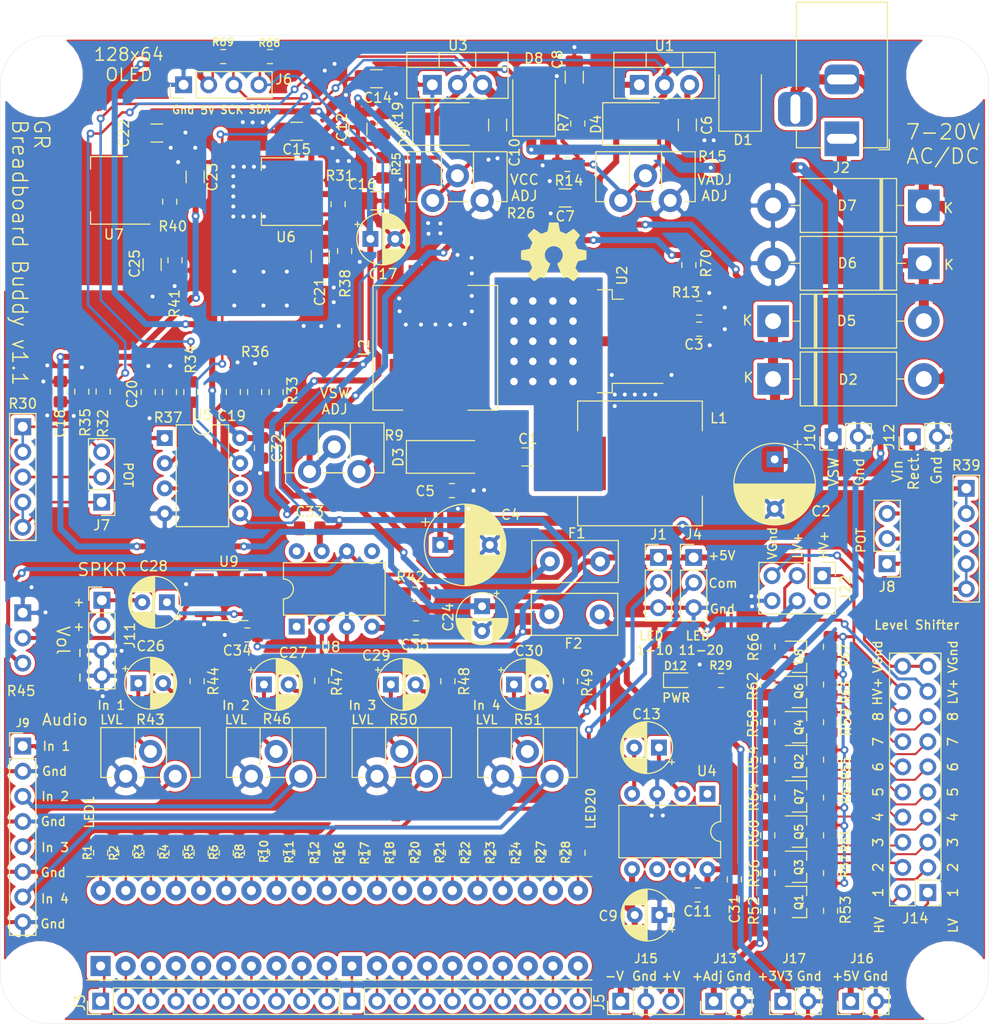
<source format=kicad_pcb>
(kicad_pcb (version 20171130) (host pcbnew "(5.1.2-1)-1")
  (layers (0 F.Cu signal) (31 B.Cu signal) (34 B.Paste user hide) (35 F.Paste user hide) (36 B.SilkS user hide) (37 F.SilkS user) (38 B.Mask user hide) (39 F.Mask user) (44 Edge.Cuts user))
  (net 0 "")
  (net 1 "Net-(J5-Pad1)")
  (net 2 "Net-(C1-Pad1)")
  (net 3 "Net-(C2-Pad1)")
  (net 4 "Net-(C8-Pad1)")
  (net 5 "Net-(J3-Pad1)")
  (net 6 "Net-(J7-Pad1)")
  (net 7 "Net-(J8-Pad1)")
  (net 8 "Net-(J9-Pad1)")
  (net 9 "Net-(R13-Pad2)")
  (net 10 "Net-(R42-Pad2)")
  (net 11 "Net-(C1-Pad2)")
  (net 12 GNDREF)
  (net 13 /+VSW)
  (net 14 /+VADJ)
  (net 15 /-VCC)
  (net 16 /+VCC)
  (net 17 "Net-(C11-Pad2)")
  (net 18 "Net-(C13-Pad1)")
  (net 19 "Net-(C13-Pad2)")
  (net 20 "Net-(C14-Pad1)")
  (net 21 +5V)
  (net 22 "Net-(C18-Pad1)")
  (net 23 "Net-(C19-Pad1)")
  (net 24 "Net-(C20-Pad1)")
  (net 25 "Net-(C21-Pad1)")
  (net 26 +3V3)
  (net 27 "Net-(C25-Pad1)")
  (net 28 "Net-(C26-Pad2)")
  (net 29 "Net-(C26-Pad1)")
  (net 30 "Net-(C27-Pad1)")
  (net 31 "Net-(C27-Pad2)")
  (net 32 "Net-(C28-Pad1)")
  (net 33 "Net-(C28-Pad2)")
  (net 34 "Net-(C29-Pad2)")
  (net 35 "Net-(C29-Pad1)")
  (net 36 "Net-(C30-Pad1)")
  (net 37 "Net-(C30-Pad2)")
  (net 38 "Net-(D2-Pad2)")
  (net 39 "Net-(D5-Pad2)")
  (net 40 "Net-(D12-Pad2)")
  (net 41 "Net-(J1-Pad2)")
  (net 42 "Net-(J3-Pad2)")
  (net 43 "Net-(J3-Pad3)")
  (net 44 "Net-(J3-Pad4)")
  (net 45 "Net-(J3-Pad5)")
  (net 46 "Net-(J3-Pad6)")
  (net 47 "Net-(J3-Pad7)")
  (net 48 "Net-(J3-Pad8)")
  (net 49 "Net-(J3-Pad9)")
  (net 50 "Net-(J3-Pad10)")
  (net 51 "Net-(J4-Pad2)")
  (net 52 "Net-(J5-Pad10)")
  (net 53 "Net-(J5-Pad9)")
  (net 54 "Net-(J5-Pad8)")
  (net 55 "Net-(J5-Pad7)")
  (net 56 "Net-(J5-Pad6)")
  (net 57 "Net-(J5-Pad5)")
  (net 58 "Net-(J5-Pad4)")
  (net 59 "Net-(J5-Pad3)")
  (net 60 "Net-(J5-Pad2)")
  (net 61 /SDA)
  (net 62 /SCK)
  (net 63 "Net-(J7-Pad2)")
  (net 64 "Net-(J7-Pad3)")
  (net 65 "Net-(J8-Pad3)")
  (net 66 "Net-(J8-Pad2)")
  (net 67 /VL1)
  (net 68 /VH1)
  (net 69 /VL2)
  (net 70 /VH2)
  (net 71 /VL3)
  (net 72 /VH3)
  (net 73 /VL4)
  (net 74 /VH4)
  (net 75 /VL5)
  (net 76 /VH5)
  (net 77 /VL6)
  (net 78 /VH6)
  (net 79 /VL7)
  (net 80 /VH7)
  (net 81 /VL8)
  (net 82 /VH8)
  (net 83 /VLow)
  (net 84 /VHigh)
  (net 85 /VGND)
  (net 86 "Net-(LED_Array1-Pad13)")
  (net 87 "Net-(LED_Array1-Pad14)")
  (net 88 "Net-(LED_Array1-Pad15)")
  (net 89 "Net-(LED_Array1-Pad16)")
  (net 90 "Net-(LED_Array1-Pad12)")
  (net 91 "Net-(LED_Array1-Pad11)")
  (net 92 "Net-(LED_Array1-Pad17)")
  (net 93 "Net-(LED_Array1-Pad18)")
  (net 94 "Net-(LED_Array1-Pad19)")
  (net 95 "Net-(LED_Array1-Pad20)")
  (net 96 "Net-(LED_Array2-Pad20)")
  (net 97 "Net-(LED_Array2-Pad19)")
  (net 98 "Net-(LED_Array2-Pad18)")
  (net 99 "Net-(LED_Array2-Pad17)")
  (net 100 "Net-(LED_Array2-Pad11)")
  (net 101 "Net-(LED_Array2-Pad12)")
  (net 102 "Net-(LED_Array2-Pad16)")
  (net 103 "Net-(LED_Array2-Pad15)")
  (net 104 "Net-(LED_Array2-Pad14)")
  (net 105 "Net-(LED_Array2-Pad13)")
  (net 106 "Net-(R42-Pad1)")
  (net 107 "Net-(R45-Pad2)")
  (net 108 "Net-(U4-Pad6)")
  (net 109 "Net-(U4-Pad1)")
  (net 110 "Net-(U8-Pad1)")
  (net 111 "Net-(U8-Pad5)")
  (net 112 "Net-(U8-Pad8)")
  (net 113 "Net-(U9-Pad1)")
  (net 114 "Net-(U9-Pad7)")
  (net 115 "Net-(U9-Pad8)")
  (net 116 "Net-(J9-Pad3)")
  (net 117 "Net-(J9-Pad5)")
  (net 118 "Net-(J9-Pad7)")
  (net 119 "Net-(C16-Pad1)")
  (net 120 "Net-(C23-Pad1)")
  (net 121 "Net-(R70-Pad2)")
  (net 122 "Net-(U5-Pad6)")
  (module Symbol:OSHW-Symbol_6.7x6mm_SilkScreen (layer F.Cu) (at 143.9672 66.802)
    (fp_text reference REF** hide)
    (fp_text value OSHW-Symbol_6.7x6mm_SilkScreen hide)
  )
  (module MountingHole:MountingHole_3.5mm (layer F.Cu) (at 92.075 48.895)
    (fp_text reference REF** hide)
    (fp_text value MountingHole_3.5mm)
    (pad 1 np_thru_hole circle (at 0 0) (size 3.5 3.5) (drill 3.5) (layers *.Cu *.Mask))
  )
  (module MountingHole:MountingHole_3.5mm (layer F.Cu) (at 183.896 48.895)
    (fp_text reference REF** hide)
    (fp_text value MountingHole_3.5mm)
    (pad 1 np_thru_hole circle (at 0 0) (size 3.5 3.5) (drill 3.5) (layers *.Cu *.Mask))
  )
  (module MountingHole:MountingHole_3.5mm (layer F.Cu) (at 183.896 140.707)
    (fp_text reference REF** hide)
    (fp_text value MountingHole_3.5mm)
    (pad 1 np_thru_hole circle (at 0 0) (size 3.5 3.5) (drill 3.5) (layers *.Cu *.Mask))
  )
  (module MountingHole:MountingHole_3.5mm (layer F.Cu) (at 92.075 140.707)
    (fp_text reference REF** hide)
    (fp_text value MountingHole_3.5mm)
    (pad 1 np_thru_hole circle (at 0 0) (size 3.5 3.5) (drill 3.5) (layers *.Cu *.Mask))
  )
  (module Resistor_SMD:R_0805_2012Metric_Pad1.15x1.40mm_HandSolder (layer F.Cu) (at 98.171 127.499 270)
    (fp_text reference R1 (at -0.04688 1.33096 90) (layer F.SilkS) (effects (font (size 0.8 0.8))))
    (fp_text value 2K)
    (pad 2 smd roundrect (at 1.025 0 270) (size 1.15 1.4) (layers F.Cu F.Paste F.Mask) (roundrect_rratio 0.217391) (net 95 "Net-(LED_Array1-Pad20)"))
    (pad 1 smd roundrect (at -1.025 0 270) (size 1.15 1.4) (layers F.Cu F.Paste F.Mask) (roundrect_rratio 0.217391) (net 41 "Net-(J1-Pad2)"))
  )
  (module Resistor_SMD:R_0805_2012Metric_Pad1.15x1.40mm_HandSolder (layer F.Cu) (at 100.711 127.499 270)
    (fp_text reference R2 (at 0.01916 1.20904 90) (layer F.SilkS) (effects (font (size 0.8 0.8))))
    (fp_text value 2K)
    (pad 2 smd roundrect (at 1.025 0 270) (size 1.15 1.4) (layers F.Cu F.Paste F.Mask) (roundrect_rratio 0.217391) (net 94 "Net-(LED_Array1-Pad19)"))
    (pad 1 smd roundrect (at -1.025 0 270) (size 1.15 1.4) (layers F.Cu F.Paste F.Mask) (roundrect_rratio 0.217391) (net 41 "Net-(J1-Pad2)"))
  )
  (module Resistor_SMD:R_0805_2012Metric_Pad1.15x1.40mm_HandSolder (layer F.Cu) (at 103.251 127.499 270)
    (fp_text reference R3 (at -0.11292 1.21412 90) (layer F.SilkS) (effects (font (size 0.8 0.8))))
    (fp_text value 2K)
    (pad 2 smd roundrect (at 1.025 0 270) (size 1.15 1.4) (layers F.Cu F.Paste F.Mask) (roundrect_rratio 0.217391) (net 93 "Net-(LED_Array1-Pad18)"))
    (pad 1 smd roundrect (at -1.025 0 270) (size 1.15 1.4) (layers F.Cu F.Paste F.Mask) (roundrect_rratio 0.217391) (net 41 "Net-(J1-Pad2)"))
  )
  (module Resistor_SMD:R_0805_2012Metric_Pad1.15x1.40mm_HandSolder (layer F.Cu) (at 105.791 127.508 270)
    (fp_text reference R4 (at -0.10668 1.1938 270) (layer F.SilkS) (effects (font (size 0.8 0.8))))
    (fp_text value 2K)
    (pad 2 smd roundrect (at 1.025 0 270) (size 1.15 1.4) (layers F.Cu F.Paste F.Mask) (roundrect_rratio 0.217391) (net 92 "Net-(LED_Array1-Pad17)"))
    (pad 1 smd roundrect (at -1.025 0 270) (size 1.15 1.4) (layers F.Cu F.Paste F.Mask) (roundrect_rratio 0.217391) (net 41 "Net-(J1-Pad2)"))
  )
  (module Resistor_SMD:R_0805_2012Metric_Pad1.15x1.40mm_HandSolder (layer F.Cu) (at 108.331 127.499 270)
    (fp_text reference R5 (at -0.0926 1.22428 270) (layer F.SilkS) (effects (font (size 0.8 0.8))))
    (fp_text value 2K)
    (pad 1 smd roundrect (at -1.025 0 270) (size 1.15 1.4) (layers F.Cu F.Paste F.Mask) (roundrect_rratio 0.217391) (net 41 "Net-(J1-Pad2)"))
    (pad 2 smd roundrect (at 1.025 0 270) (size 1.15 1.4) (layers F.Cu F.Paste F.Mask) (roundrect_rratio 0.217391) (net 89 "Net-(LED_Array1-Pad16)"))
  )
  (module Resistor_SMD:R_0805_2012Metric_Pad1.15x1.40mm_HandSolder (layer F.Cu) (at 110.871 127.499 270)
    (fp_text reference R6 (at -0.06212 1.25476 90) (layer F.SilkS) (effects (font (size 0.8 0.8))))
    (fp_text value 2K)
    (pad 2 smd roundrect (at 1.025 0 270) (size 1.15 1.4) (layers F.Cu F.Paste F.Mask) (roundrect_rratio 0.217391) (net 88 "Net-(LED_Array1-Pad15)"))
    (pad 1 smd roundrect (at -1.025 0 270) (size 1.15 1.4) (layers F.Cu F.Paste F.Mask) (roundrect_rratio 0.217391) (net 41 "Net-(J1-Pad2)"))
  )
  (module Resistor_SMD:R_0805_2012Metric_Pad1.15x1.40mm_HandSolder (layer F.Cu) (at 146.4056 53.8226 270)
    (fp_text reference R7 (at -0.1016 1.4351 270) (layer F.SilkS))
    (fp_text value 120r)
    (pad 1 smd roundrect (at -1.025 0 270) (size 1.15 1.4) (layers F.Cu F.Paste F.Mask) (roundrect_rratio 0.217391) (net 4 "Net-(C8-Pad1)"))
    (pad 2 smd roundrect (at 1.025 0 270) (size 1.15 1.4) (layers F.Cu F.Paste F.Mask) (roundrect_rratio 0.217391) (net 14 /+VADJ))
  )
  (module Resistor_SMD:R_0805_2012Metric_Pad1.15x1.40mm_HandSolder (layer F.Cu) (at 115.951 127.499 270)
    (fp_text reference R10 (at -0.1434 1.25984 90) (layer F.SilkS) (effects (font (size 0.8 0.8))))
    (fp_text value 2K)
    (pad 2 smd roundrect (at 1.025 0 270) (size 1.15 1.4) (layers F.Cu F.Paste F.Mask) (roundrect_rratio 0.217391) (net 86 "Net-(LED_Array1-Pad13)"))
    (pad 1 smd roundrect (at -1.025 0 270) (size 1.15 1.4) (layers F.Cu F.Paste F.Mask) (roundrect_rratio 0.217391) (net 41 "Net-(J1-Pad2)"))
  )
  (module Resistor_SMD:R_0805_2012Metric_Pad1.15x1.40mm_HandSolder (layer F.Cu) (at 118.491 127.499 270)
    (fp_text reference R11 (at -0.0926 1.24968 90) (layer F.SilkS) (effects (font (size 0.8 0.8))))
    (fp_text value 2K)
    (pad 2 smd roundrect (at 1.025 0 270) (size 1.15 1.4) (layers F.Cu F.Paste F.Mask) (roundrect_rratio 0.217391) (net 90 "Net-(LED_Array1-Pad12)"))
    (pad 1 smd roundrect (at -1.025 0 270) (size 1.15 1.4) (layers F.Cu F.Paste F.Mask) (roundrect_rratio 0.217391) (net 41 "Net-(J1-Pad2)"))
  )
  (module Resistor_SMD:R_0805_2012Metric_Pad1.15x1.40mm_HandSolder (layer F.Cu) (at 121.031 127.499 270)
    (fp_text reference R12 (at -0.00624 1.22936 90) (layer F.SilkS) (effects (font (size 0.8 0.8))))
    (fp_text value 2K)
    (pad 2 smd roundrect (at 1.025 0 270) (size 1.15 1.4) (layers F.Cu F.Paste F.Mask) (roundrect_rratio 0.217391) (net 91 "Net-(LED_Array1-Pad11)"))
    (pad 1 smd roundrect (at -1.025 0 270) (size 1.15 1.4) (layers F.Cu F.Paste F.Mask) (roundrect_rratio 0.217391) (net 41 "Net-(J1-Pad2)"))
  )
  (module Resistor_SMD:R_0805_2012Metric_Pad1.15x1.40mm_HandSolder (layer F.Cu) (at 158.6738 72.4662 180)
    (fp_text reference R13 (at 1.3335 1.5875) (layer F.SilkS))
    (fp_text value 1K)
    (pad 2 smd roundrect (at 1.025 0 180) (size 1.15 1.4) (layers F.Cu F.Paste F.Mask) (roundrect_rratio 0.217391) (net 9 "Net-(R13-Pad2)"))
    (pad 1 smd roundrect (at -1.025 0 180) (size 1.15 1.4) (layers F.Cu F.Paste F.Mask) (roundrect_rratio 0.217391) (net 12 GNDREF))
  )
  (module Resistor_SMD:R_0805_2012Metric_Pad1.15x1.40mm_HandSolder (layer F.Cu) (at 145.3642 57.9628)
    (fp_text reference R14 (at 0.1397 1.6256) (layer F.SilkS))
    (fp_text value 2K7)
    (pad 1 smd roundrect (at -1.025 0) (size 1.15 1.4) (layers F.Cu F.Paste F.Mask) (roundrect_rratio 0.217391) (net 12 GNDREF))
    (pad 2 smd roundrect (at 1.025 0) (size 1.15 1.4) (layers F.Cu F.Paste F.Mask) (roundrect_rratio 0.217391) (net 4 "Net-(C8-Pad1)"))
  )
  (module Resistor_SMD:R_0805_2012Metric_Pad1.15x1.40mm_HandSolder (layer F.Cu) (at 123.571 127.499 270)
    (fp_text reference R16 (at -0.00624 1.23444 90) (layer F.SilkS) (effects (font (size 0.8 0.8))))
    (fp_text value 2K)
    (pad 1 smd roundrect (at -1.025 0 270) (size 1.15 1.4) (layers F.Cu F.Paste F.Mask) (roundrect_rratio 0.217391) (net 51 "Net-(J4-Pad2)"))
    (pad 2 smd roundrect (at 1.025 0 270) (size 1.15 1.4) (layers F.Cu F.Paste F.Mask) (roundrect_rratio 0.217391) (net 96 "Net-(LED_Array2-Pad20)"))
  )
  (module Resistor_SMD:R_0805_2012Metric_Pad1.15x1.40mm_HandSolder (layer F.Cu) (at 126.111 127.499 270)
    (fp_text reference R17 (at 0.02424 1.23952 90) (layer F.SilkS) (effects (font (size 0.8 0.8))))
    (fp_text value 2K)
    (pad 2 smd roundrect (at 1.025 0 270) (size 1.15 1.4) (layers F.Cu F.Paste F.Mask) (roundrect_rratio 0.217391) (net 97 "Net-(LED_Array2-Pad19)"))
    (pad 1 smd roundrect (at -1.025 0 270) (size 1.15 1.4) (layers F.Cu F.Paste F.Mask) (roundrect_rratio 0.217391) (net 51 "Net-(J4-Pad2)"))
  )
  (module Resistor_SMD:R_0805_2012Metric_Pad1.15x1.40mm_HandSolder (layer F.Cu) (at 128.651 127.499 270)
    (fp_text reference R18 (at -0.00624 1.23952 90) (layer F.SilkS) (effects (font (size 0.8 0.8))))
    (fp_text value 2K)
    (pad 1 smd roundrect (at -1.025 0 270) (size 1.15 1.4) (layers F.Cu F.Paste F.Mask) (roundrect_rratio 0.217391) (net 51 "Net-(J4-Pad2)"))
    (pad 2 smd roundrect (at 1.025 0 270) (size 1.15 1.4) (layers F.Cu F.Paste F.Mask) (roundrect_rratio 0.217391) (net 98 "Net-(LED_Array2-Pad18)"))
  )
  (module Resistor_SMD:R_0805_2012Metric_Pad1.15x1.40mm_HandSolder (layer F.Cu) (at 126.746 53.848 90)
    (fp_text reference R19 (at 0.8001 1.4605 90) (layer F.SilkS))
    (fp_text value 120r)
    (pad 2 smd roundrect (at 1.025 0 90) (size 1.15 1.4) (layers F.Cu F.Paste F.Mask) (roundrect_rratio 0.217391) (net 16 /+VCC))
    (pad 1 smd roundrect (at -1.025 0 90) (size 1.15 1.4) (layers F.Cu F.Paste F.Mask) (roundrect_rratio 0.217391) (net 20 "Net-(C14-Pad1)"))
  )
  (module Resistor_SMD:R_0805_2012Metric_Pad1.15x1.40mm_HandSolder (layer F.Cu) (at 131.191 127.499 270)
    (fp_text reference R20 (at -0.03672 1.23444 90) (layer F.SilkS) (effects (font (size 0.8 0.8))))
    (fp_text value 2K)
    (pad 2 smd roundrect (at 1.025 0 270) (size 1.15 1.4) (layers F.Cu F.Paste F.Mask) (roundrect_rratio 0.217391) (net 99 "Net-(LED_Array2-Pad17)"))
    (pad 1 smd roundrect (at -1.025 0 270) (size 1.15 1.4) (layers F.Cu F.Paste F.Mask) (roundrect_rratio 0.217391) (net 51 "Net-(J4-Pad2)"))
  )
  (module Resistor_SMD:R_0805_2012Metric_Pad1.15x1.40mm_HandSolder (layer F.Cu) (at 133.731 127.499 270)
    (fp_text reference R21 (at -0.08752 1.25476 90) (layer F.SilkS) (effects (font (size 0.8 0.8))))
    (fp_text value 2K)
    (pad 1 smd roundrect (at -1.025 0 270) (size 1.15 1.4) (layers F.Cu F.Paste F.Mask) (roundrect_rratio 0.217391) (net 51 "Net-(J4-Pad2)"))
    (pad 2 smd roundrect (at 1.025 0 270) (size 1.15 1.4) (layers F.Cu F.Paste F.Mask) (roundrect_rratio 0.217391) (net 102 "Net-(LED_Array2-Pad16)"))
  )
  (module Resistor_SMD:R_0805_2012Metric_Pad1.15x1.40mm_HandSolder (layer F.Cu) (at 138.811 127.499 270)
    (fp_text reference R23 (at -0.01132 1.23444 90) (layer F.SilkS) (effects (font (size 0.8 0.8))))
    (fp_text value 2K)
    (pad 2 smd roundrect (at 1.025 0 270) (size 1.15 1.4) (layers F.Cu F.Paste F.Mask) (roundrect_rratio 0.217391) (net 104 "Net-(LED_Array2-Pad14)"))
    (pad 1 smd roundrect (at -1.025 0 270) (size 1.15 1.4) (layers F.Cu F.Paste F.Mask) (roundrect_rratio 0.217391) (net 51 "Net-(J4-Pad2)"))
  )
  (module Resistor_SMD:R_0805_2012Metric_Pad1.15x1.40mm_HandSolder (layer F.Cu) (at 141.351 127.499 270)
    (fp_text reference R24 (at 0.009 1.21412 90) (layer F.SilkS) (effects (font (size 0.8 0.8))))
    (fp_text value 2K)
    (pad 1 smd roundrect (at -1.025 0 270) (size 1.15 1.4) (layers F.Cu F.Paste F.Mask) (roundrect_rratio 0.217391) (net 51 "Net-(J4-Pad2)"))
    (pad 2 smd roundrect (at 1.025 0 270) (size 1.15 1.4) (layers F.Cu F.Paste F.Mask) (roundrect_rratio 0.217391) (net 105 "Net-(LED_Array2-Pad13)"))
  )
  (module Resistor_SMD:R_0805_2012Metric_Pad1.15x1.40mm_HandSolder (layer F.Cu) (at 126.7206 58.293 90)
    (fp_text reference R25 (at 0.381 1.3462 90) (layer F.SilkS) (effects (font (size 0.8 0.8))))
    (fp_text value 2K7)
    (pad 2 smd roundrect (at 1.025 0 90) (size 1.15 1.4) (layers F.Cu F.Paste F.Mask) (roundrect_rratio 0.217391) (net 20 "Net-(C14-Pad1)"))
    (pad 1 smd roundrect (at -1.025 0 90) (size 1.15 1.4) (layers F.Cu F.Paste F.Mask) (roundrect_rratio 0.217391) (net 12 GNDREF))
  )
  (module Resistor_SMD:R_0805_2012Metric_Pad1.15x1.40mm_HandSolder (layer F.Cu) (at 143.891 127.499 270)
    (fp_text reference R27 (at -0.0672 1.23444 270) (layer F.SilkS) (effects (font (size 0.8 0.8))))
    (fp_text value 2K)
    (pad 2 smd roundrect (at 1.025 0 270) (size 1.15 1.4) (layers F.Cu F.Paste F.Mask) (roundrect_rratio 0.217391) (net 101 "Net-(LED_Array2-Pad12)"))
    (pad 1 smd roundrect (at -1.025 0 270) (size 1.15 1.4) (layers F.Cu F.Paste F.Mask) (roundrect_rratio 0.217391) (net 51 "Net-(J4-Pad2)"))
  )
  (module Resistor_SMD:R_0805_2012Metric_Pad1.15x1.40mm_HandSolder (layer F.Cu) (at 146.431 127.499 270)
    (fp_text reference R28 (at -0.05196 1.23952 90) (layer F.SilkS) (effects (font (size 0.8 0.8))))
    (fp_text value 2K)
    (pad 1 smd roundrect (at -1.025 0 270) (size 1.15 1.4) (layers F.Cu F.Paste F.Mask) (roundrect_rratio 0.217391) (net 51 "Net-(J4-Pad2)"))
    (pad 2 smd roundrect (at 1.025 0 270) (size 1.15 1.4) (layers F.Cu F.Paste F.Mask) (roundrect_rratio 0.217391) (net 100 "Net-(LED_Array2-Pad11)"))
  )
  (module Resistor_SMD:R_0805_2012Metric_Pad1.15x1.40mm_HandSolder (layer F.Cu) (at 122.174 61.976 90)
    (fp_text reference R31 (at 2.8829 0.1778 180) (layer F.SilkS))
    (fp_text value 120r)
    (pad 1 smd roundrect (at -1.025 0 90) (size 1.15 1.4) (layers F.Cu F.Paste F.Mask) (roundrect_rratio 0.217391) (net 25 "Net-(C21-Pad1)"))
    (pad 2 smd roundrect (at 1.025 0 90) (size 1.15 1.4) (layers F.Cu F.Paste F.Mask) (roundrect_rratio 0.217391) (net 119 "Net-(C16-Pad1)"))
  )
  (module Resistor_SMD:R_0805_2012Metric_Pad1.15x1.40mm_HandSolder (layer F.Cu) (at 98.425 80.899 90)
    (fp_text reference R32 (at -3.2258 -0.0127 90) (layer F.SilkS))
    (fp_text value 56K)
    (pad 1 smd roundrect (at -1.025 0 90) (size 1.15 1.4) (layers F.Cu F.Paste F.Mask) (roundrect_rratio 0.217391) (net 22 "Net-(C18-Pad1)"))
    (pad 2 smd roundrect (at 1.025 0 90) (size 1.15 1.4) (layers F.Cu F.Paste F.Mask) (roundrect_rratio 0.217391) (net 13 /+VSW))
  )
  (module Resistor_SMD:R_0805_2012Metric_Pad1.15x1.40mm_HandSolder (layer F.Cu) (at 115.9002 80.9498 90)
    (fp_text reference R33 (at 0.127 1.651 90) (layer F.SilkS))
    (fp_text value 20K)
    (pad 2 smd roundrect (at 1.025 0 90) (size 1.15 1.4) (layers F.Cu F.Paste F.Mask) (roundrect_rratio 0.217391) (net 16 /+VCC))
    (pad 1 smd roundrect (at -1.025 0 90) (size 1.15 1.4) (layers F.Cu F.Paste F.Mask) (roundrect_rratio 0.217391) (net 23 "Net-(C19-Pad1)"))
  )
  (module Resistor_SMD:R_0805_2012Metric_Pad1.15x1.40mm_HandSolder (layer F.Cu) (at 107.2896 80.9498 90)
    (fp_text reference R34 (at 3.302 0 90) (layer F.SilkS))
    (fp_text value 56K)
    (pad 2 smd roundrect (at 1.025 0 90) (size 1.15 1.4) (layers F.Cu F.Paste F.Mask) (roundrect_rratio 0.217391) (net 14 /+VADJ))
    (pad 1 smd roundrect (at -1.025 0 90) (size 1.15 1.4) (layers F.Cu F.Paste F.Mask) (roundrect_rratio 0.217391) (net 24 "Net-(C20-Pad1)"))
  )
  (module Resistor_SMD:R_0805_2012Metric_Pad1.15x1.40mm_HandSolder (layer F.Cu) (at 96.266 80.908 270)
    (fp_text reference R35 (at 3.1152 -0.3556 90) (layer F.SilkS))
    (fp_text value 10K)
    (pad 1 smd roundrect (at -1.025 0 270) (size 1.15 1.4) (layers F.Cu F.Paste F.Mask) (roundrect_rratio 0.217391) (net 12 GNDREF))
    (pad 2 smd roundrect (at 1.025 0 270) (size 1.15 1.4) (layers F.Cu F.Paste F.Mask) (roundrect_rratio 0.217391) (net 22 "Net-(C18-Pad1)"))
  )
  (module Resistor_SMD:R_0805_2012Metric_Pad1.15x1.40mm_HandSolder (layer F.Cu) (at 113.7412 80.9498 270)
    (fp_text reference R36 (at -4.0513 -0.0508 180) (layer F.SilkS))
    (fp_text value 10K)
    (pad 2 smd roundrect (at 1.025 0 270) (size 1.15 1.4) (layers F.Cu F.Paste F.Mask) (roundrect_rratio 0.217391) (net 23 "Net-(C19-Pad1)"))
    (pad 1 smd roundrect (at -1.025 0 270) (size 1.15 1.4) (layers F.Cu F.Paste F.Mask) (roundrect_rratio 0.217391) (net 12 GNDREF))
  )
  (module Resistor_SMD:R_0805_2012Metric_Pad1.15x1.40mm_HandSolder (layer F.Cu) (at 105.1306 80.9498 270)
    (fp_text reference R37 (at 2.5781 0.1397 180) (layer F.SilkS))
    (fp_text value 10K)
    (pad 2 smd roundrect (at 1.025 0 270) (size 1.15 1.4) (layers F.Cu F.Paste F.Mask) (roundrect_rratio 0.217391) (net 24 "Net-(C20-Pad1)"))
    (pad 1 smd roundrect (at -1.025 0 270) (size 1.15 1.4) (layers F.Cu F.Paste F.Mask) (roundrect_rratio 0.217391) (net 12 GNDREF))
  )
  (module Resistor_SMD:R_0805_2012Metric_Pad1.15x1.40mm_HandSolder (layer F.Cu) (at 122.8344 66.7004 90)
    (fp_text reference R38 (at -3.2893 0.0635 90) (layer F.SilkS))
    (fp_text value 360r)
    (pad 1 smd roundrect (at -1.025 0 90) (size 1.15 1.4) (layers F.Cu F.Paste F.Mask) (roundrect_rratio 0.217391) (net 12 GNDREF))
    (pad 2 smd roundrect (at 1.025 0 90) (size 1.15 1.4) (layers F.Cu F.Paste F.Mask) (roundrect_rratio 0.217391) (net 25 "Net-(C21-Pad1)"))
  )
  (module Resistor_SMD:R_0805_2012Metric_Pad1.15x1.40mm_HandSolder (layer F.Cu) (at 105.156 61.722 90)
    (fp_text reference R40 (at -2.4892 0.3048 180) (layer F.SilkS))
    (fp_text value 120r)
    (pad 1 smd roundrect (at -1.025 0 90) (size 1.15 1.4) (layers F.Cu F.Paste F.Mask) (roundrect_rratio 0.217391) (net 27 "Net-(C25-Pad1)"))
    (pad 2 smd roundrect (at 1.025 0 90) (size 1.15 1.4) (layers F.Cu F.Paste F.Mask) (roundrect_rratio 0.217391) (net 120 "Net-(C23-Pad1)"))
  )
  (module Resistor_SMD:R_0805_2012Metric_Pad1.15x1.40mm_HandSolder (layer F.Cu) (at 105.6894 67.6402 90)
    (fp_text reference R41 (at -4.3688 -0.0508 90) (layer F.SilkS))
    (fp_text value 200r)
    (pad 1 smd roundrect (at -1.025 0 90) (size 1.15 1.4) (layers F.Cu F.Paste F.Mask) (roundrect_rratio 0.217391) (net 12 GNDREF))
    (pad 2 smd roundrect (at 1.025 0 90) (size 1.15 1.4) (layers F.Cu F.Paste F.Mask) (roundrect_rratio 0.217391) (net 27 "Net-(C25-Pad1)"))
  )
  (module Resistor_SMD:R_0805_2012Metric_Pad1.15x1.40mm_HandSolder (layer F.Cu) (at 129.9718 101.3714 180)
    (fp_text reference R42 (at 0.4699 1.7526) (layer F.SilkS))
    (fp_text value 10K)
    (pad 1 smd roundrect (at -1.025 0 180) (size 1.15 1.4) (layers F.Cu F.Paste F.Mask) (roundrect_rratio 0.217391) (net 106 "Net-(R42-Pad1)"))
    (pad 2 smd roundrect (at 1.025 0 180) (size 1.15 1.4) (layers F.Cu F.Paste F.Mask) (roundrect_rratio 0.217391) (net 10 "Net-(R42-Pad2)"))
  )
  (module Resistor_SMD:R_0805_2012Metric_Pad1.15x1.40mm_HandSolder (layer F.Cu) (at 107.9246 110.1598 270)
    (fp_text reference R44 (at 0 -1.65 90) (layer F.SilkS))
    (fp_text value 10K)
    (pad 1 smd roundrect (at -1.025 0 270) (size 1.15 1.4) (layers F.Cu F.Paste F.Mask) (roundrect_rratio 0.217391) (net 10 "Net-(R42-Pad2)"))
    (pad 2 smd roundrect (at 1.025 0 270) (size 1.15 1.4) (layers F.Cu F.Paste F.Mask) (roundrect_rratio 0.217391) (net 28 "Net-(C26-Pad2)"))
  )
  (module Resistor_SMD:R_0805_2012Metric_Pad1.15x1.40mm_HandSolder (layer F.Cu) (at 120.523 110.109 270)
    (fp_text reference R47 (at 0.1143 -1.5367 90) (layer F.SilkS))
    (fp_text value 10K)
    (pad 2 smd roundrect (at 1.025 0 270) (size 1.15 1.4) (layers F.Cu F.Paste F.Mask) (roundrect_rratio 0.217391) (net 31 "Net-(C27-Pad2)"))
    (pad 1 smd roundrect (at -1.025 0 270) (size 1.15 1.4) (layers F.Cu F.Paste F.Mask) (roundrect_rratio 0.217391) (net 10 "Net-(R42-Pad2)"))
  )
  (module Resistor_SMD:R_0805_2012Metric_Pad1.15x1.40mm_HandSolder (layer F.Cu) (at 133.2738 110.1598 270)
    (fp_text reference R48 (at 0.0127 -1.651 90) (layer F.SilkS))
    (fp_text value 10K)
    (pad 2 smd roundrect (at 1.025 0 270) (size 1.15 1.4) (layers F.Cu F.Paste F.Mask) (roundrect_rratio 0.217391) (net 34 "Net-(C29-Pad2)"))
    (pad 1 smd roundrect (at -1.025 0 270) (size 1.15 1.4) (layers F.Cu F.Paste F.Mask) (roundrect_rratio 0.217391) (net 10 "Net-(R42-Pad2)"))
  )
  (module Resistor_SMD:R_0805_2012Metric_Pad1.15x1.40mm_HandSolder (layer F.Cu) (at 145.669 110.1598 270)
    (fp_text reference R49 (at 0.127 -1.6891 90) (layer F.SilkS))
    (fp_text value 10K)
    (pad 1 smd roundrect (at -1.025 0 270) (size 1.15 1.4) (layers F.Cu F.Paste F.Mask) (roundrect_rratio 0.217391) (net 10 "Net-(R42-Pad2)"))
    (pad 2 smd roundrect (at 1.025 0 270) (size 1.15 1.4) (layers F.Cu F.Paste F.Mask) (roundrect_rratio 0.217391) (net 37 "Net-(C30-Pad2)"))
  )
  (module Resistor_SMD:R_0805_2012Metric_Pad1.15x1.40mm_HandSolder (layer F.Cu) (at 165.608 133.35 90)
    (fp_text reference R52 (at 0 -1.397 90) (layer F.SilkS))
    (fp_text value 10K)
    (pad 1 smd roundrect (at -1.025 0 90) (size 1.15 1.4) (layers F.Cu F.Paste F.Mask) (roundrect_rratio 0.217391) (net 67 /VL1))
    (pad 2 smd roundrect (at 1.025 0 90) (size 1.15 1.4) (layers F.Cu F.Paste F.Mask) (roundrect_rratio 0.217391) (net 83 /VLow))
  )
  (module Resistor_SMD:R_0805_2012Metric_Pad1.15x1.40mm_HandSolder (layer F.Cu) (at 165.608 118.119 90)
    (fp_text reference R54 (at 0.009 -1.4859 90) (layer F.SilkS))
    (fp_text value 10K)
    (pad 2 smd roundrect (at 1.025 0 90) (size 1.15 1.4) (layers F.Cu F.Paste F.Mask) (roundrect_rratio 0.217391) (net 83 /VLow))
    (pad 1 smd roundrect (at -1.025 0 90) (size 1.15 1.4) (layers F.Cu F.Paste F.Mask) (roundrect_rratio 0.217391) (net 75 /VL5))
  )
  (module Resistor_SMD:R_0805_2012Metric_Pad1.15x1.40mm_HandSolder (layer F.Cu) (at 171.958 118.0846 90)
    (fp_text reference R55 (at -0.8763 1.5367 90) (layer F.SilkS) (effects (font (size 0.8 0.8))))
    (fp_text value 10K)
    (pad 1 smd roundrect (at -1.025 0 90) (size 1.15 1.4) (layers F.Cu F.Paste F.Mask) (roundrect_rratio 0.217391) (net 76 /VH5))
    (pad 2 smd roundrect (at 1.025 0 90) (size 1.15 1.4) (layers F.Cu F.Paste F.Mask) (roundrect_rratio 0.217391) (net 84 /VHigh))
  )
  (module Resistor_SMD:R_0805_2012Metric_Pad1.15x1.40mm_HandSolder (layer F.Cu) (at 165.608 129.54 90)
    (fp_text reference R56 (at -0.0381 -1.3716 90) (layer F.SilkS))
    (fp_text value 10K)
    (pad 2 smd roundrect (at 1.025 0 90) (size 1.15 1.4) (layers F.Cu F.Paste F.Mask) (roundrect_rratio 0.217391) (net 83 /VLow))
    (pad 1 smd roundrect (at -1.025 0 90) (size 1.15 1.4) (layers F.Cu F.Paste F.Mask) (roundrect_rratio 0.217391) (net 69 /VL2))
  )
  (module Resistor_SMD:R_0805_2012Metric_Pad1.15x1.40mm_HandSolder (layer F.Cu) (at 171.958 129.54 270)
    (fp_text reference R57 (at -0.6731 -1.4605 90) (layer F.SilkS) (effects (font (size 0.8 0.8))))
    (fp_text value 10K)
    (pad 1 smd roundrect (at -1.025 0 270) (size 1.15 1.4) (layers F.Cu F.Paste F.Mask) (roundrect_rratio 0.217391) (net 70 /VH2))
    (pad 2 smd roundrect (at 1.025 0 270) (size 1.15 1.4) (layers F.Cu F.Paste F.Mask) (roundrect_rratio 0.217391) (net 84 /VHigh))
  )
  (module Resistor_SMD:R_0805_2012Metric_Pad1.15x1.40mm_HandSolder (layer F.Cu) (at 165.608 114.309 90)
    (fp_text reference R58 (at -0.118 -1.4859 90) (layer F.SilkS))
    (fp_text value 10K)
    (pad 1 smd roundrect (at -1.025 0 90) (size 1.15 1.4) (layers F.Cu F.Paste F.Mask) (roundrect_rratio 0.217391) (net 77 /VL6))
    (pad 2 smd roundrect (at 1.025 0 90) (size 1.15 1.4) (layers F.Cu F.Paste F.Mask) (roundrect_rratio 0.217391) (net 83 /VLow))
  )
  (module Resistor_SMD:R_0805_2012Metric_Pad1.15x1.40mm_HandSolder (layer F.Cu) (at 171.958 114.309 270)
    (fp_text reference R59 (at -0.009 -1.5748 90) (layer F.SilkS))
    (fp_text value 10K)
    (pad 1 smd roundrect (at -1.025 0 270) (size 1.15 1.4) (layers F.Cu F.Paste F.Mask) (roundrect_rratio 0.217391) (net 78 /VH6))
    (pad 2 smd roundrect (at 1.025 0 270) (size 1.15 1.4) (layers F.Cu F.Paste F.Mask) (roundrect_rratio 0.217391) (net 84 /VHigh))
  )
  (module Resistor_SMD:R_0805_2012Metric_Pad1.15x1.40mm_HandSolder (layer F.Cu) (at 165.608 125.721 90)
    (fp_text reference R60 (at 0.1688 -1.4097 90) (layer F.SilkS))
    (fp_text value 10K)
    (pad 2 smd roundrect (at 1.025 0 90) (size 1.15 1.4) (layers F.Cu F.Paste F.Mask) (roundrect_rratio 0.217391) (net 83 /VLow))
    (pad 1 smd roundrect (at -1.025 0 90) (size 1.15 1.4) (layers F.Cu F.Paste F.Mask) (roundrect_rratio 0.217391) (net 71 /VL3))
  )
  (module Resistor_SMD:R_0805_2012Metric_Pad1.15x1.40mm_HandSolder (layer F.Cu) (at 171.958 125.73 90)
    (fp_text reference R61 (at -0.5461 1.4732 90) (layer F.SilkS) (effects (font (size 0.8 0.8))))
    (fp_text value 10K)
    (pad 1 smd roundrect (at -1.025 0 90) (size 1.15 1.4) (layers F.Cu F.Paste F.Mask) (roundrect_rratio 0.217391) (net 72 /VH3))
    (pad 2 smd roundrect (at 1.025 0 90) (size 1.15 1.4) (layers F.Cu F.Paste F.Mask) (roundrect_rratio 0.217391) (net 84 /VHigh))
  )
  (module Resistor_SMD:R_0805_2012Metric_Pad1.15x1.40mm_HandSolder (layer F.Cu) (at 165.608 110.499 90)
    (fp_text reference R62 (at -0.1688 -1.5113 90) (layer F.SilkS))
    (fp_text value 10K)
    (pad 2 smd roundrect (at 1.025 0 90) (size 1.15 1.4) (layers F.Cu F.Paste F.Mask) (roundrect_rratio 0.217391) (net 83 /VLow))
    (pad 1 smd roundrect (at -1.025 0 90) (size 1.15 1.4) (layers F.Cu F.Paste F.Mask) (roundrect_rratio 0.217391) (net 79 /VL7))
  )
  (module Resistor_SMD:R_0805_2012Metric_Pad1.15x1.40mm_HandSolder (layer F.Cu) (at 171.958 110.49 90)
    (fp_text reference R63 (at -0.7874 1.524 90) (layer F.SilkS) (effects (font (size 0.8 0.8))))
    (fp_text value 10K)
    (pad 1 smd roundrect (at -1.025 0 90) (size 1.15 1.4) (layers F.Cu F.Paste F.Mask) (roundrect_rratio 0.217391) (net 80 /VH7))
    (pad 2 smd roundrect (at 1.025 0 90) (size 1.15 1.4) (layers F.Cu F.Paste F.Mask) (roundrect_rratio 0.217391) (net 84 /VHigh))
  )
  (module Resistor_SMD:R_0805_2012Metric_Pad1.15x1.40mm_HandSolder (layer F.Cu) (at 165.608 121.92 90)
    (fp_text reference R64 (at 0.0508 -1.4351 90) (layer F.SilkS))
    (fp_text value 10K)
    (pad 2 smd roundrect (at 1.025 0 90) (size 1.15 1.4) (layers F.Cu F.Paste F.Mask) (roundrect_rratio 0.217391) (net 83 /VLow))
    (pad 1 smd roundrect (at -1.025 0 90) (size 1.15 1.4) (layers F.Cu F.Paste F.Mask) (roundrect_rratio 0.217391) (net 73 /VL4))
  )
  (module Capacitor_SMD:C_1206_3216Metric_Pad1.42x1.75mm_HandSolder (layer F.Cu) (at 141.351 87.503)
    (fp_text reference C1 (at 0 -1.82) (layer F.SilkS))
    (fp_text value 22uF)
    (pad 1 smd roundrect (at -1.4875 0) (size 1.425 1.75) (layers F.Cu F.Paste F.Mask) (roundrect_rratio 0.175439) (net 2 "Net-(C1-Pad1)"))
    (pad 2 smd roundrect (at 1.4875 0) (size 1.425 1.75) (layers F.Cu F.Paste F.Mask) (roundrect_rratio 0.175439) (net 11 "Net-(C1-Pad2)"))
  )
  (module Capacitor_THT:CP_Radial_D8.0mm_P5.00mm (layer F.Cu) (at 166.30396 87.75192 270)
    (fp_text reference C2 (at 5.24256 -4.68376 180) (layer F.SilkS))
    (fp_text value 680uF)
    (pad 2 thru_hole circle (at 5 0 270) (size 1.6 1.6) (drill 0.8) (layers *.Cu *.Mask) (net 12 GNDREF))
    (pad 1 thru_hole rect (at 0 0 270) (size 1.6 1.6) (drill 0.8) (layers *.Cu *.Mask) (net 3 "Net-(C2-Pad1)"))
  )
  (module Capacitor_SMD:C_0805_2012Metric_Pad1.15x1.40mm_HandSolder (layer F.Cu) (at 158.6738 74.5998)
    (fp_text reference C3 (at -0.5334 1.5494) (layer F.SilkS))
    (fp_text value 22uF)
    (pad 1 smd roundrect (at -1.025 0) (size 1.15 1.4) (layers F.Cu F.Paste F.Mask) (roundrect_rratio 0.217391) (net 3 "Net-(C2-Pad1)"))
    (pad 2 smd roundrect (at 1.025 0) (size 1.15 1.4) (layers F.Cu F.Paste F.Mask) (roundrect_rratio 0.217391) (net 12 GNDREF))
  )
  (module Capacitor_THT:CP_Radial_D8.0mm_P5.00mm (layer F.Cu) (at 132.5118 96.393)
    (fp_text reference C4 (at 7.0993 -3.048) (layer F.SilkS))
    (fp_text value 22uF)
    (pad 1 thru_hole rect (at 0 0) (size 1.6 1.6) (drill 0.8) (layers *.Cu *.Mask) (net 13 /+VSW))
    (pad 2 thru_hole circle (at 5 0) (size 1.6 1.6) (drill 0.8) (layers *.Cu *.Mask) (net 12 GNDREF))
  )
  (module Capacitor_SMD:C_0805_2012Metric_Pad1.15x1.40mm_HandSolder (layer F.Cu) (at 133.6802 90.9066)
    (fp_text reference C5 (at -2.7051 0.0508) (layer F.SilkS))
    (fp_text value 1uF)
    (pad 2 smd roundrect (at 1.025 0) (size 1.15 1.4) (layers F.Cu F.Paste F.Mask) (roundrect_rratio 0.217) (net 12 GNDREF))
    (pad 1 smd roundrect (at -1.025 0) (size 1.15 1.4) (layers F.Cu F.Paste F.Mask) (roundrect_rratio 0.217391) (net 13 /+VSW))
  )
  (module Capacitor_SMD:C_1206_3216Metric_Pad1.42x1.75mm_HandSolder (layer F.Cu) (at 157.48 53.975 270)
    (fp_text reference C6 (at 0.0254 -1.9685 90) (layer F.SilkS))
    (fp_text value 1uF)
    (pad 1 smd roundrect (at -1.4875 0 270) (size 1.425 1.75) (layers F.Cu F.Paste F.Mask) (roundrect_rratio 0.175439) (net 13 /+VSW))
    (pad 2 smd roundrect (at 1.4875 0 270) (size 1.425 1.75) (layers F.Cu F.Paste F.Mask) (roundrect_rratio 0.175439) (net 12 GNDREF))
  )
  (module Capacitor_SMD:C_1206_3216Metric_Pad1.42x1.75mm_HandSolder (layer F.Cu) (at 145.1245 61.341 180)
    (fp_text reference C7 (at 0 -1.8542) (layer F.SilkS))
    (fp_text value 1uF)
    (pad 1 smd roundrect (at -1.4875 0 180) (size 1.425 1.75) (layers F.Cu F.Paste F.Mask) (roundrect_rratio 0.175439) (net 14 /+VADJ))
    (pad 2 smd roundrect (at 1.4875 0 180) (size 1.425 1.75) (layers F.Cu F.Paste F.Mask) (roundrect_rratio 0.175439) (net 12 GNDREF))
  )
  (module Capacitor_SMD:C_1206_3216Metric_Pad1.42x1.75mm_HandSolder (layer F.Cu) (at 146.05 49.149 90)
    (fp_text reference C8 (at 1.7907 -1.7018 90) (layer F.SilkS))
    (fp_text value 10uF)
    (pad 2 smd roundrect (at 1.4875 0 90) (size 1.425 1.75) (layers F.Cu F.Paste F.Mask) (roundrect_rratio 0.175439) (net 12 GNDREF))
    (pad 1 smd roundrect (at -1.4875 0 90) (size 1.425 1.75) (layers F.Cu F.Paste F.Mask) (roundrect_rratio 0.175439) (net 4 "Net-(C8-Pad1)"))
  )
  (module Capacitor_THT:CP_Radial_D5.0mm_P2.50mm (layer F.Cu) (at 154.6606 133.7818 180)
    (fp_text reference C9 (at 5.18668 -0.08636) (layer F.SilkS))
    (fp_text value 10uF)
    (pad 1 thru_hole rect (at 0 0 180) (size 1.6 1.6) (drill 0.8) (layers *.Cu *.Mask) (net 12 GNDREF))
    (pad 2 thru_hole circle (at 2.5 0 180) (size 1.6 1.6) (drill 0.8) (layers *.Cu *.Mask) (net 15 /-VCC))
  )
  (module Capacitor_SMD:C_1206_3216Metric_Pad1.42x1.75mm_HandSolder (layer F.Cu) (at 138.303 53.975 270)
    (fp_text reference C10 (at 2.7686 -1.7145 90) (layer F.SilkS))
    (fp_text value 1uF)
    (pad 1 smd roundrect (at -1.4875 0 270) (size 1.425 1.75) (layers F.Cu F.Paste F.Mask) (roundrect_rratio 0.175439) (net 13 /+VSW))
    (pad 2 smd roundrect (at 1.4875 0 270) (size 1.425 1.75) (layers F.Cu F.Paste F.Mask) (roundrect_rratio 0.175439) (net 12 GNDREF))
  )
  (module Capacitor_SMD:C_0805_2012Metric_Pad1.15x1.40mm_HandSolder (layer F.Cu) (at 158.5214 131.7498 180)
    (fp_text reference C11 (at 0 -1.65) (layer F.SilkS))
    (fp_text value 100pF)
    (pad 1 smd roundrect (at -1.025 0 180) (size 1.15 1.4) (layers F.Cu F.Paste F.Mask) (roundrect_rratio 0.217391) (net 16 /+VCC))
    (pad 2 smd roundrect (at 1.025 0 180) (size 1.15 1.4) (layers F.Cu F.Paste F.Mask) (roundrect_rratio 0.217391) (net 17 "Net-(C11-Pad2)"))
  )
  (module Capacitor_SMD:C_1206_3216Metric_Pad1.42x1.75mm_HandSolder (layer F.Cu) (at 124.1806 54.3814 270)
    (fp_text reference C12 (at -0.1905 1.6256 90) (layer F.SilkS))
    (fp_text value 1uF)
    (pad 1 smd roundrect (at -1.4875 0 270) (size 1.425 1.75) (layers F.Cu F.Paste F.Mask) (roundrect_rratio 0.175439) (net 16 /+VCC))
    (pad 2 smd roundrect (at 1.4875 0 270) (size 1.425 1.75) (layers F.Cu F.Paste F.Mask) (roundrect_rratio 0.175439) (net 12 GNDREF))
  )
  (module Capacitor_THT:CP_Radial_D5.0mm_P2.50mm (layer F.Cu) (at 154.6098 116.8654 180)
    (fp_text reference C13 (at 1.2573 3.3782) (layer F.SilkS))
    (fp_text value 10uF)
    (pad 1 thru_hole rect (at 0 0 180) (size 1.6 1.6) (drill 0.8) (layers *.Cu *.Mask) (net 18 "Net-(C13-Pad1)"))
    (pad 2 thru_hole circle (at 2.5 0 180) (size 1.6 1.6) (drill 0.8) (layers *.Cu *.Mask) (net 19 "Net-(C13-Pad2)"))
  )
  (module Capacitor_SMD:C_1206_3216Metric_Pad1.42x1.75mm_HandSolder (layer F.Cu) (at 126.0602 49.3014 180)
    (fp_text reference C14 (at -0.1143 -1.9177) (layer F.SilkS))
    (fp_text value 10uF)
    (pad 2 smd roundrect (at 1.4875 0 180) (size 1.425 1.75) (layers F.Cu F.Paste F.Mask) (roundrect_rratio 0.175439) (net 12 GNDREF))
    (pad 1 smd roundrect (at -1.4875 0 180) (size 1.425 1.75) (layers F.Cu F.Paste F.Mask) (roundrect_rratio 0.175439) (net 20 "Net-(C14-Pad1)"))
  )
  (module Capacitor_SMD:C_1206_3216Metric_Pad1.42x1.75mm_HandSolder (layer F.Cu) (at 117.983 54.61 180)
    (fp_text reference C15 (at 0 -1.82) (layer F.SilkS))
    (fp_text value 1uF)
    (pad 2 smd roundrect (at 1.4875 0 180) (size 1.425 1.75) (layers F.Cu F.Paste F.Mask) (roundrect_rratio 0.175439) (net 12 GNDREF))
    (pad 1 smd roundrect (at -1.4875 0 180) (size 1.425 1.75) (layers F.Cu F.Paste F.Mask) (roundrect_rratio 0.175439) (net 16 /+VCC))
  )
  (module Capacitor_SMD:C_1206_3216Metric_Pad1.42x1.75mm_HandSolder (layer F.Cu) (at 126.0856 61.6331)
    (fp_text reference C16 (at -1.4859 -1.6764) (layer F.SilkS))
    (fp_text value 1uF)
    (pad 1 smd roundrect (at -1.4875 0) (size 1.425 1.75) (layers F.Cu F.Paste F.Mask) (roundrect_rratio 0.175439) (net 119 "Net-(C16-Pad1)"))
    (pad 2 smd roundrect (at 1.4875 0) (size 1.425 1.75) (layers F.Cu F.Paste F.Mask) (roundrect_rratio 0.175439) (net 12 GNDREF))
  )
  (module Capacitor_THT:CP_Radial_D5.0mm_P2.50mm (layer F.Cu) (at 125.4398 65.4812)
    (fp_text reference C17 (at 1.2681 3.5433) (layer F.SilkS))
    (fp_text value 10uF)
    (pad 2 thru_hole circle (at 2.5 0) (size 1.6 1.6) (drill 0.8) (layers *.Cu *.Mask) (net 12 GNDREF))
    (pad 1 thru_hole rect (at 0 0) (size 1.6 1.6) (drill 0.8) (layers *.Cu *.Mask) (net 119 "Net-(C16-Pad1)"))
  )
  (module Capacitor_SMD:C_0805_2012Metric_Pad1.15x1.40mm_HandSolder (layer F.Cu) (at 94.107 80.908 90)
    (fp_text reference C18 (at -3.2168 -0.0508 90) (layer F.SilkS))
    (fp_text value 100nF)
    (pad 2 smd roundrect (at 1.025 0 90) (size 1.15 1.4) (layers F.Cu F.Paste F.Mask) (roundrect_rratio 0.217391) (net 12 GNDREF))
    (pad 1 smd roundrect (at -1.025 0 90) (size 1.15 1.4) (layers F.Cu F.Paste F.Mask) (roundrect_rratio 0.217391) (net 22 "Net-(C18-Pad1)"))
  )
  (module Capacitor_SMD:C_0805_2012Metric_Pad1.15x1.40mm_HandSolder (layer F.Cu) (at 111.5822 80.9498 90)
    (fp_text reference C19 (at -2.413 -0.1778 180) (layer F.SilkS))
    (fp_text value 100nF)
    (pad 1 smd roundrect (at -1.025 0 90) (size 1.15 1.4) (layers F.Cu F.Paste F.Mask) (roundrect_rratio 0.217391) (net 23 "Net-(C19-Pad1)"))
    (pad 2 smd roundrect (at 1.025 0 90) (size 1.15 1.4) (layers F.Cu F.Paste F.Mask) (roundrect_rratio 0.217391) (net 12 GNDREF))
  )
  (module Capacitor_SMD:C_0805_2012Metric_Pad1.15x1.40mm_HandSolder (layer F.Cu) (at 102.9806 80.9498 90)
    (fp_text reference C20 (at -0.1905 -1.6346 90) (layer F.SilkS))
    (fp_text value 100nF)
    (pad 2 smd roundrect (at 1.025 0 90) (size 1.15 1.4) (layers F.Cu F.Paste F.Mask) (roundrect_rratio 0.217391) (net 12 GNDREF))
    (pad 1 smd roundrect (at -1.025 0 90) (size 1.15 1.4) (layers F.Cu F.Paste F.Mask) (roundrect_rratio 0.217391) (net 24 "Net-(C20-Pad1)"))
  )
  (module Capacitor_SMD:C_1206_3216Metric_Pad1.42x1.75mm_HandSolder (layer F.Cu) (at 120.3706 67.2592 270)
    (fp_text reference C21 (at 3.5687 0.0381 90) (layer F.SilkS))
    (fp_text value 10uF)
    (pad 2 smd roundrect (at 1.4875 0 270) (size 1.425 1.75) (layers F.Cu F.Paste F.Mask) (roundrect_rratio 0.175439) (net 12 GNDREF))
    (pad 1 smd roundrect (at -1.4875 0 270) (size 1.425 1.75) (layers F.Cu F.Paste F.Mask) (roundrect_rratio 0.175439) (net 25 "Net-(C21-Pad1)"))
  )
  (module Capacitor_SMD:C_1206_3216Metric_Pad1.42x1.75mm_HandSolder (layer F.Cu) (at 103.8606 54.7878)
    (fp_text reference C22 (at -3.33502 0.03302 90) (layer F.SilkS))
    (fp_text value 1uF)
    (pad 2 smd roundrect (at 1.4875 0) (size 1.425 1.75) (layers F.Cu F.Paste F.Mask) (roundrect_rratio 0.175439) (net 12 GNDREF))
    (pad 1 smd roundrect (at -1.4875 0) (size 1.425 1.75) (layers F.Cu F.Paste F.Mask) (roundrect_rratio 0.175439) (net 119 "Net-(C16-Pad1)"))
  )
  (module Capacitor_SMD:C_1206_3216Metric_Pad1.42x1.75mm_HandSolder (layer F.Cu) (at 107.7214 59.2074 90)
    (fp_text reference C23 (at -0.0254 1.7399 90) (layer F.SilkS))
    (fp_text value 1uF)
    (pad 1 smd roundrect (at -1.4875 0 90) (size 1.425 1.75) (layers F.Cu F.Paste F.Mask) (roundrect_rratio 0.175439) (net 120 "Net-(C23-Pad1)"))
    (pad 2 smd roundrect (at 1.4875 0 90) (size 1.425 1.75) (layers F.Cu F.Paste F.Mask) (roundrect_rratio 0.175439) (net 12 GNDREF))
  )
  (module Capacitor_THT:CP_Radial_D5.0mm_P2.50mm (layer F.Cu) (at 136.7282 102.5906 270)
    (fp_text reference C24 (at 1.1049 3.4163 90) (layer F.SilkS))
    (fp_text value 10uF)
    (pad 2 thru_hole circle (at 2.5 0 270) (size 1.6 1.6) (drill 0.8) (layers *.Cu *.Mask) (net 12 GNDREF))
    (pad 1 thru_hole rect (at 0 0 270) (size 1.6 1.6) (drill 0.8) (layers *.Cu *.Mask) (net 120 "Net-(C23-Pad1)"))
  )
  (module Capacitor_SMD:C_1206_3216Metric_Pad1.42x1.75mm_HandSolder (layer F.Cu) (at 103.378 68.072 270)
    (fp_text reference C25 (at -0.0889 1.7653 90) (layer F.SilkS))
    (fp_text value 10uF)
    (pad 2 smd roundrect (at 1.4875 0 270) (size 1.425 1.75) (layers F.Cu F.Paste F.Mask) (roundrect_rratio 0.175439) (net 12 GNDREF))
    (pad 1 smd roundrect (at -1.4875 0 270) (size 1.425 1.75) (layers F.Cu F.Paste F.Mask) (roundrect_rratio 0.175439) (net 27 "Net-(C25-Pad1)"))
  )
  (module Capacitor_THT:CP_Radial_D5.0mm_P2.50mm (layer F.Cu) (at 101.981 110.363)
    (fp_text reference C26 (at 1.25 -3.75) (layer F.SilkS))
    (fp_text value 10uF)
    (pad 2 thru_hole circle (at 2.5 0) (size 1.6 1.6) (drill 0.8) (layers *.Cu *.Mask) (net 28 "Net-(C26-Pad2)"))
    (pad 1 thru_hole rect (at 0 0) (size 1.6 1.6) (drill 0.8) (layers *.Cu *.Mask) (net 29 "Net-(C26-Pad1)"))
  )
  (module Capacitor_THT:CP_Radial_D5.0mm_P2.50mm (layer F.Cu) (at 114.681 110.49)
    (fp_text reference C27 (at 2.95148 -3.21056 180) (layer F.SilkS))
    (fp_text value 10uF)
    (pad 1 thru_hole rect (at 0 0) (size 1.6 1.6) (drill 0.8) (layers *.Cu *.Mask) (net 30 "Net-(C27-Pad1)"))
    (pad 2 thru_hole circle (at 2.5 0) (size 1.6 1.6) (drill 0.8) (layers *.Cu *.Mask) (net 31 "Net-(C27-Pad2)"))
  )
  (module Capacitor_THT:CP_Radial_D5.0mm_P2.50mm (layer F.Cu) (at 127.508 110.49)
    (fp_text reference C29 (at -1.46812 -2.92608 180) (layer F.SilkS))
    (fp_text value 10uF)
    (pad 2 thru_hole circle (at 2.5 0) (size 1.6 1.6) (drill 0.8) (layers *.Cu *.Mask) (net 34 "Net-(C29-Pad2)"))
    (pad 1 thru_hole rect (at 0 0) (size 1.6 1.6) (drill 0.8) (layers *.Cu *.Mask) (net 35 "Net-(C29-Pad1)"))
  )
  (module Capacitor_THT:CP_Radial_D5.0mm_P2.50mm (layer F.Cu) (at 139.954 110.49)
    (fp_text reference C30 (at 1.5367 -3.3909) (layer F.SilkS))
    (fp_text value 10uF)
    (pad 1 thru_hole rect (at 0 0) (size 1.6 1.6) (drill 0.8) (layers *.Cu *.Mask) (net 36 "Net-(C30-Pad1)"))
    (pad 2 thru_hole circle (at 2.5 0) (size 1.6 1.6) (drill 0.8) (layers *.Cu *.Mask) (net 37 "Net-(C30-Pad2)"))
  )
  (module Diode_THT:D_DO-201AD_P15.24mm_Horizontal (layer F.Cu) (at 166.1414 79.629)
    (fp_text reference D2 (at 7.5946 0.0635) (layer F.SilkS))
    (fp_text value 1N5400)
    (fp_text user K (at -2.4892 -0.1397) (layer F.SilkS))
    (pad 2 thru_hole oval (at 15.24 0) (size 3.2 3.2) (drill 1.6) (layers *.Cu *.Mask) (net 38 "Net-(D2-Pad2)"))
    (pad 1 thru_hole rect (at 0 0) (size 3.2 3.2) (drill 1.6) (layers *.Cu *.Mask) (net 3 "Net-(C2-Pad1)"))
  )
  (module Diode_SMD:D_SMA_Handsoldering (layer F.Cu) (at 133.477 87.503)
    (fp_text reference D3 (at -5.21716 0.03556 90) (layer F.SilkS))
    (fp_text value SK35)
    (pad 1 smd rect (at -2.5 0) (size 3.5 1.8) (layers F.Cu F.Paste F.Mask) (net 13 /+VSW))
    (pad 2 smd rect (at 2.5 0) (size 3.5 1.8) (layers F.Cu F.Paste F.Mask) (net 2 "Net-(C1-Pad1)"))
  )
  (module Diode_THT:D_DO-201AD_P15.24mm_Horizontal (layer F.Cu) (at 166.1414 73.787)
    (fp_text reference D5 (at 7.4295 -0.0254) (layer F.SilkS))
    (fp_text value 1N5400)
    (fp_text user K (at -2.5908 -0.0762) (layer F.SilkS))
    (pad 2 thru_hole oval (at 15.24 0) (size 3.2 3.2) (drill 1.6) (layers *.Cu *.Mask) (net 39 "Net-(D5-Pad2)"))
    (pad 1 thru_hole rect (at 0 0) (size 3.2 3.2) (drill 1.6) (layers *.Cu *.Mask) (net 3 "Net-(C2-Pad1)"))
  )
  (module Diode_THT:D_DO-201AD_P15.24mm_Horizontal (layer F.Cu) (at 181.3814 67.945 180)
    (fp_text reference D6 (at 7.7216 0.0127) (layer F.SilkS))
    (fp_text value 1N5400)
    (fp_text user K (at -2.54 -0.1524) (layer F.SilkS))
    (pad 1 thru_hole rect (at 0 0 180) (size 3.2 3.2) (drill 1.6) (layers *.Cu *.Mask) (net 39 "Net-(D5-Pad2)"))
    (pad 2 thru_hole oval (at 15.24 0 180) (size 3.2 3.2) (drill 1.6) (layers *.Cu *.Mask) (net 12 GNDREF))
  )
  (module Diode_THT:D_DO-201AD_P15.24mm_Horizontal (layer F.Cu) (at 181.3814 62.103 180)
    (fp_text reference D7 (at 7.7597 -0.0127) (layer F.SilkS))
    (fp_text value 1N5400)
    (fp_text user K (at -2.4765 -0.2667) (layer F.SilkS))
    (pad 1 thru_hole rect (at 0 0 180) (size 3.2 3.2) (drill 1.6) (layers *.Cu *.Mask) (net 38 "Net-(D2-Pad2)"))
    (pad 2 thru_hole oval (at 15.24 0 180) (size 3.2 3.2) (drill 1.6) (layers *.Cu *.Mask) (net 12 GNDREF))
  )
  (module LED_SMD:LED_0603_1608Metric_Pad1.05x0.95mm_HandSolder (layer F.Cu) (at 156.732 110.0582)
    (fp_text reference D12 (at -0.4585 -1.4478) (layer F.SilkS) (effects (font (size 0.8 0.8))))
    (fp_text value LED)
    (pad 1 smd roundrect (at -0.875 0) (size 1.05 0.95) (layers F.Cu F.Paste F.Mask) (net 12 GNDREF))
    (pad 2 smd roundrect (at 0.875 0) (size 1.05 0.95) (layers F.Cu F.Paste F.Mask) (net 40 "Net-(D12-Pad2)"))
  )
  (module Connector_PinHeader_2.54mm:PinHeader_1x03_P2.54mm_Vertical (layer F.Cu) (at 154.559 97.663)
    (fp_text reference J1 (at 0 -2.33) (layer F.SilkS))
    (fp_text value Conn_01x03)
    (pad 1 thru_hole rect (at 0 0) (size 1.7 1.7) (drill 1) (layers *.Cu *.Mask) (net 21 +5V))
    (pad 2 thru_hole oval (at 0 2.54) (size 1.7 1.7) (drill 1) (layers *.Cu *.Mask) (net 41 "Net-(J1-Pad2)"))
    (pad 3 thru_hole oval (at 0 5.08) (size 1.7 1.7) (drill 1) (layers *.Cu *.Mask) (net 12 GNDREF))
  )
  (module Connector_PinHeader_2.54mm:PinHeader_1x10_P2.54mm_Vertical (layer F.Cu) (at 98.171 142.485 90)
    (fp_text reference J3 (at -0.1487 -2.0955 90) (layer F.SilkS))
    (fp_text value Conn_01x10)
    (pad 1 thru_hole rect (at 0 0 90) (size 1.7 1.7) (drill 1) (layers *.Cu *.Mask) (net 5 "Net-(J3-Pad1)"))
    (pad 2 thru_hole oval (at 0 2.54 90) (size 1.7 1.7) (drill 1) (layers *.Cu *.Mask) (net 42 "Net-(J3-Pad2)"))
    (pad 3 thru_hole oval (at 0 5.08 90) (size 1.7 1.7) (drill 1) (layers *.Cu *.Mask) (net 43 "Net-(J3-Pad3)"))
    (pad 4 thru_hole oval (at 0 7.62 90) (size 1.7 1.7) (drill 1) (layers *.Cu *.Mask) (net 44 "Net-(J3-Pad4)"))
    (pad 5 thru_hole oval (at 0 10.16 90) (size 1.7 1.7) (drill 1) (layers *.Cu *.Mask) (net 45 "Net-(J3-Pad5)"))
    (pad 6 thru_hole oval (at 0 12.7 90) (size 1.7 1.7) (drill 1) (layers *.Cu *.Mask) (net 46 "Net-(J3-Pad6)"))
    (pad 7 thru_hole oval (at 0 15.24 90) (size 1.7 1.7) (drill 1) (layers *.Cu *.Mask) (net 47 "Net-(J3-Pad7)"))
    (pad 8 thru_hole oval (at 0 17.78 90) (size 1.7 1.7) (drill 1) (layers *.Cu *.Mask) (net 48 "Net-(J3-Pad8)"))
    (pad 9 thru_hole oval (at 0 20.32 90) (size 1.7 1.7) (drill 1) (layers *.Cu *.Mask) (net 49 "Net-(J3-Pad9)"))
    (pad 10 thru_hole oval (at 0 22.86 90) (size 1.7 1.7) (drill 1) (layers *.Cu *.Mask) (net 50 "Net-(J3-Pad10)"))
  )
  (module Connector_PinHeader_2.54mm:PinHeader_1x03_P2.54mm_Vertical (layer F.Cu) (at 158.115 97.663)
    (fp_text reference J4 (at 0 -2.33) (layer F.SilkS))
    (fp_text value Conn_01x03)
    (pad 3 thru_hole oval (at 0 5.08) (size 1.7 1.7) (drill 1) (layers *.Cu *.Mask) (net 12 GNDREF))
    (pad 2 thru_hole oval (at 0 2.54) (size 1.7 1.7) (drill 1) (layers *.Cu *.Mask) (net 51 "Net-(J4-Pad2)"))
    (pad 1 thru_hole rect (at 0 0) (size 1.7 1.7) (drill 1) (layers *.Cu *.Mask) (net 21 +5V))
  )
  (module Connector_PinHeader_2.54mm:PinHeader_1x10_P2.54mm_Vertical (layer F.Cu) (at 123.571 142.485 90)
    (fp_text reference J5 (at -0.0979 24.9936 90) (layer F.SilkS))
    (fp_text value Conn_01x10)
    (pad 10 thru_hole oval (at 0 22.86 90) (size 1.7 1.7) (drill 1) (layers *.Cu *.Mask) (net 52 "Net-(J5-Pad10)"))
    (pad 9 thru_hole oval (at 0 20.32 90) (size 1.7 1.7) (drill 1) (layers *.Cu *.Mask) (net 53 "Net-(J5-Pad9)"))
    (pad 8 thru_hole oval (at 0 17.78 90) (size 1.7 1.7) (drill 1) (layers *.Cu *.Mask) (net 54 "Net-(J5-Pad8)"))
    (pad 7 thru_hole oval (at 0 15.24 90) (size 1.7 1.7) (drill 1) (layers *.Cu *.Mask) (net 55 "Net-(J5-Pad7)"))
    (pad 6 thru_hole oval (at 0 12.7 90) (size 1.7 1.7) (drill 1) (layers *.Cu *.Mask) (net 56 "Net-(J5-Pad6)"))
    (pad 5 thru_hole oval (at 0 10.16 90) (size 1.7 1.7) (drill 1) (layers *.Cu *.Mask) (net 57 "Net-(J5-Pad5)"))
    (pad 4 thru_hole oval (at 0 7.62 90) (size 1.7 1.7) (drill 1) (layers *.Cu *.Mask) (net 58 "Net-(J5-Pad4)"))
    (pad 3 thru_hole oval (at 0 5.08 90) (size 1.7 1.7) (drill 1) (layers *.Cu *.Mask) (net 59 "Net-(J5-Pad3)"))
    (pad 2 thru_hole oval (at 0 2.54 90) (size 1.7 1.7) (drill 1) (layers *.Cu *.Mask) (net 60 "Net-(J5-Pad2)"))
    (pad 1 thru_hole rect (at 0 0 90) (size 1.7 1.7) (drill 1) (layers *.Cu *.Mask) (net 1 "Net-(J5-Pad1)"))
  )
  (module Connector_PinHeader_2.54mm:PinHeader_1x04_P2.54mm_Vertical (layer F.Cu) (at 106.553 49.911 90)
    (fp_text reference J6 (at 0.5461 10.1346 180) (layer F.SilkS))
    (fp_text value Conn_01x04)
    (pad 4 thru_hole oval (at 0 7.62 90) (size 1.7 1.7) (drill 1) (layers *.Cu *.Mask) (net 61 /SDA))
    (pad 3 thru_hole oval (at 0 5.08 90) (size 1.7 1.7) (drill 1) (layers *.Cu *.Mask) (net 62 /SCK))
    (pad 2 thru_hole oval (at 0 2.54 90) (size 1.7 1.7) (drill 1) (layers *.Cu *.Mask) (net 21 +5V))
    (pad 1 thru_hole rect (at 0 0 90) (size 1.7 1.7) (drill 1) (layers *.Cu *.Mask) (net 12 GNDREF))
  )
  (module Connector_PinHeader_2.54mm:PinHeader_1x03_P2.54mm_Vertical (layer F.Cu) (at 98.2726 92.075 180)
    (fp_text reference J7 (at 0 -2.33) (layer F.SilkS))
    (fp_text value Conn_01x03)
    (pad 1 thru_hole rect (at 0 0 180) (size 1.7 1.7) (drill 1) (layers *.Cu *.Mask) (net 6 "Net-(J7-Pad1)"))
    (pad 2 thru_hole oval (at 0 2.54 180) (size 1.7 1.7) (drill 1) (layers *.Cu *.Mask) (net 63 "Net-(J7-Pad2)"))
    (pad 3 thru_hole oval (at 0 5.08 180) (size 1.7 1.7) (drill 1) (layers *.Cu *.Mask) (net 64 "Net-(J7-Pad3)"))
  )
  (module Connector_PinHeader_2.54mm:PinHeader_1x03_P2.54mm_Vertical (layer F.Cu) (at 177.673 98.298 180)
    (fp_text reference J8 (at 0 -2.33) (layer F.SilkS))
    (fp_text value Conn_01x03)
    (pad 3 thru_hole oval (at 0 5.08 180) (size 1.7 1.7) (drill 1) (layers *.Cu *.Mask) (net 65 "Net-(J8-Pad3)"))
    (pad 2 thru_hole oval (at 0 2.54 180) (size 1.7 1.7) (drill 1) (layers *.Cu *.Mask) (net 66 "Net-(J8-Pad2)"))
    (pad 1 thru_hole rect (at 0 0 180) (size 1.7 1.7) (drill 1) (layers *.Cu *.Mask) (net 7 "Net-(J8-Pad1)"))
  )
  (module Connector_PinHeader_2.54mm:PinHeader_1x04_P2.54mm_Vertical (layer F.Cu) (at 98.298 101.981)
    (fp_text reference J11 (at 2.82448 3.556 270) (layer F.SilkS))
    (fp_text value Conn_01x04)
    (pad 1 thru_hole rect (at 0 0) (size 1.7 1.7) (drill 1) (layers *.Cu *.Mask) (net 33 "Net-(C28-Pad2)"))
    (pad 2 thru_hole oval (at 0 2.54) (size 1.7 1.7) (drill 1) (layers *.Cu *.Mask) (net 33 "Net-(C28-Pad2)"))
    (pad 3 thru_hole oval (at 0 5.08) (size 1.7 1.7) (drill 1) (layers *.Cu *.Mask) (net 12 GNDREF))
    (pad 4 thru_hole oval (at 0 7.62) (size 1.7 1.7) (drill 1) (layers *.Cu *.Mask) (net 12 GNDREF))
  )
  (module Connector_PinHeader_2.54mm:PinHeader_2x10_P2.54mm_Vertical (layer F.Cu) (at 181.788 131.512 180)
    (fp_text reference J14 (at 1.26512 -2.6) (layer F.SilkS))
    (fp_text value Conn_02x10_Odd_Even)
    (pad 1 thru_hole rect (at 0 0 180) (size 1.7 1.7) (drill 1) (layers *.Cu *.Mask) (net 67 /VL1))
    (pad 2 thru_hole oval (at 2.54 0 180) (size 1.7 1.7) (drill 1) (layers *.Cu *.Mask) (net 68 /VH1))
    (pad 3 thru_hole oval (at 0 2.54 180) (size 1.7 1.7) (drill 1) (layers *.Cu *.Mask) (net 69 /VL2))
    (pad 4 thru_hole oval (at 2.54 2.54 180) (size 1.7 1.7) (drill 1) (layers *.Cu *.Mask) (net 70 /VH2))
    (pad 5 thru_hole oval (at 0 5.08 180) (size 1.7 1.7) (drill 1) (layers *.Cu *.Mask) (net 71 /VL3))
    (pad 6 thru_hole oval (at 2.54 5.08 180) (size 1.7 1.7) (drill 1) (layers *.Cu *.Mask) (net 72 /VH3))
    (pad 7 thru_hole oval (at 0 7.62 180) (size 1.7 1.7) (drill 1) (layers *.Cu *.Mask) (net 73 /VL4))
    (pad 8 thru_hole oval (at 2.54 7.62 180) (size 1.7 1.7) (drill 1) (layers *.Cu *.Mask) (net 74 /VH4))
    (pad 9 thru_hole oval (at 0 10.16 180) (size 1.7 1.7) (drill 1) (layers *.Cu *.Mask) (net 75 /VL5))
    (pad 10 thru_hole oval (at 2.54 10.16 180) (size 1.7 1.7) (drill 1) (layers *.Cu *.Mask) (net 76 /VH5))
    (pad 11 thru_hole oval (at 0 12.7 180) (size 1.7 1.7) (drill 1) (layers *.Cu *.Mask) (net 77 /VL6))
    (pad 12 thru_hole oval (at 2.54 12.7 180) (size 1.7 1.7) (drill 1) (layers *.Cu *.Mask) (net 78 /VH6))
    (pad 13 thru_hole oval (at 0 15.24 180) (size 1.7 1.7) (drill 1) (layers *.Cu *.Mask) (net 79 /VL7))
    (pad 14 thru_hole oval (at 2.54 15.24 180) (size 1.7 1.7) (drill 1) (layers *.Cu *.Mask) (net 80 /VH7))
    (pad 15 thru_hole oval (at 0 17.78 180) (size 1.7 1.7) (drill 1) (layers *.Cu *.Mask) (net 81 /VL8))
    (pad 16 thru_hole oval (at 2.54 17.78 180) (size 1.7 1.7) (drill 1) (layers *.Cu *.Mask) (net 82 /VH8))
    (pad 17 thru_hole oval (at 0 20.32 180) (size 1.7 1.7) (drill 1) (layers *.Cu *.Mask) (net 83 /VLow))
    (pad 18 thru_hole oval (at 2.54 20.32 180) (size 1.7 1.7) (drill 1) (layers *.Cu *.Mask) (net 84 /VHigh))
    (pad 19 thru_hole oval (at 0 22.86 180) (size 1.7 1.7) (drill 1) (layers *.Cu *.Mask) (net 85 /VGND))
    (pad 20 thru_hole oval (at 2.54 22.86 180) (size 1.7 1.7) (drill 1) (layers *.Cu *.Mask) (net 85 /VGND))
  )
  (module Connector_PinHeader_2.54mm:PinHeader_1x02_P2.54mm_Vertical (layer F.Cu) (at 173.99 142.494 90)
    (fp_text reference J16 (at 4.318 1.143 180) (layer F.SilkS) (effects (font (size 0.9 0.9))))
    (fp_text value +5V)
    (pad 2 thru_hole oval (at 0 2.54 90) (size 1.7 1.7) (drill 1) (layers *.Cu *.Mask) (net 12 GNDREF))
    (pad 1 thru_hole rect (at 0 0 90) (size 1.7 1.7) (drill 1) (layers *.Cu *.Mask) (net 21 +5V))
  )
  (module Connector_PinHeader_2.54mm:PinHeader_1x02_P2.54mm_Vertical (layer F.Cu) (at 167.132 142.494 90)
    (fp_text reference J17 (at 4.318 1.143 180) (layer F.SilkS) (effects (font (size 0.9 0.9))))
    (fp_text value +3V3)
    (pad 1 thru_hole rect (at 0 0 90) (size 1.7 1.7) (drill 1) (layers *.Cu *.Mask) (net 26 +3V3))
    (pad 2 thru_hole oval (at 0 2.54 90) (size 1.7 1.7) (drill 1) (layers *.Cu *.Mask) (net 12 GNDREF))
  )
  (module Package_TO_SOT_SMD:SOT-23 (layer F.Cu) (at 168.783 132.461)
    (fp_text reference Q1 (at -0.0254 0.0127 90) (layer F.SilkS) (effects (font (size 0.8 0.8))))
    (fp_text value BSS138)
    (pad 1 smd rect (at -1 -0.95) (size 0.9 0.8) (layers F.Cu F.Paste F.Mask) (net 83 /VLow))
    (pad 2 smd rect (at -1 0.95) (size 0.9 0.8) (layers F.Cu F.Paste F.Mask) (net 67 /VL1))
    (pad 3 smd rect (at 1 0) (size 0.9 0.8) (layers F.Cu F.Paste F.Mask) (net 68 /VH1))
  )
  (module Package_TO_SOT_SMD:SOT-23 (layer F.Cu) (at 168.783 118.237)
    (fp_text reference Q2 (at -0.0127 0.0381 90) (layer F.SilkS) (effects (font (size 0.8 0.8))))
    (fp_text value BSS138)
    (pad 3 smd rect (at 1 0) (size 0.9 0.8) (layers F.Cu F.Paste F.Mask) (net 76 /VH5))
    (pad 2 smd rect (at -1 0.95) (size 0.9 0.8) (layers F.Cu F.Paste F.Mask) (net 75 /VL5))
    (pad 1 smd rect (at -1 -0.95) (size 0.9 0.8) (layers F.Cu F.Paste F.Mask) (net 83 /VLow))
  )
  (module Package_TO_SOT_SMD:SOT-23 (layer F.Cu) (at 168.783 128.905)
    (fp_text reference Q3 (at -0.0254 0.0508 90) (layer F.SilkS) (effects (font (size 0.8 0.8))))
    (fp_text value BSS138)
    (pad 1 smd rect (at -1 -0.95) (size 0.9 0.8) (layers F.Cu F.Paste F.Mask) (net 83 /VLow))
    (pad 2 smd rect (at -1 0.95) (size 0.9 0.8) (layers F.Cu F.Paste F.Mask) (net 69 /VL2))
    (pad 3 smd rect (at 1 0) (size 0.9 0.8) (layers F.Cu F.Paste F.Mask) (net 70 /VH2))
  )
  (module Package_TO_SOT_SMD:SOT-23 (layer F.Cu) (at 168.783 114.808)
    (fp_text reference Q4 (at -0.0127 -0.0127 90) (layer F.SilkS) (effects (font (size 0.8 0.8))))
    (fp_text value BSS138)
    (pad 3 smd rect (at 1 0) (size 0.9 0.8) (layers F.Cu F.Paste F.Mask) (net 78 /VH6))
    (pad 2 smd rect (at -1 0.95) (size 0.9 0.8) (layers F.Cu F.Paste F.Mask) (net 77 /VL6))
    (pad 1 smd rect (at -1 -0.95) (size 0.9 0.8) (layers F.Cu F.Paste F.Mask) (net 83 /VLow))
  )
  (module Package_TO_SOT_SMD:SOT-23 (layer F.Cu) (at 168.783 125.349)
    (fp_text reference Q5 (at -0.0254 0.0254 90) (layer F.SilkS) (effects (font (size 0.8 0.8))))
    (fp_text value BSS138)
    (pad 1 smd rect (at -1 -0.95) (size 0.9 0.8) (layers F.Cu F.Paste F.Mask) (net 83 /VLow))
    (pad 2 smd rect (at -1 0.95) (size 0.9 0.8) (layers F.Cu F.Paste F.Mask) (net 71 /VL3))
    (pad 3 smd rect (at 1 0) (size 0.9 0.8) (layers F.Cu F.Paste F.Mask) (net 72 /VH3))
  )
  (module Package_TO_SOT_SMD:SOT-23 (layer F.Cu) (at 168.783 111.252)
    (fp_text reference Q6 (at -0.0254 -0.1016 90) (layer F.SilkS) (effects (font (size 0.8 0.8))))
    (fp_text value BSS138)
    (pad 3 smd rect (at 1 0) (size 0.9 0.8) (layers F.Cu F.Paste F.Mask) (net 80 /VH7))
    (pad 2 smd rect (at -1 0.95) (size 0.9 0.8) (layers F.Cu F.Paste F.Mask) (net 79 /VL7))
    (pad 1 smd rect (at -1 -0.95) (size 0.9 0.8) (layers F.Cu F.Paste F.Mask) (net 83 /VLow))
  )
  (module Package_TO_SOT_SMD:SOT-23 (layer F.Cu) (at 168.783 121.793)
    (fp_text reference Q7 (at 0 0.0381 90) (layer F.SilkS) (effects (font (size 0.8 0.8))))
    (fp_text value BSS138)
    (pad 1 smd rect (at -1 -0.95) (size 0.9 0.8) (layers F.Cu F.Paste F.Mask) (net 83 /VLow))
    (pad 2 smd rect (at -1 0.95) (size 0.9 0.8) (layers F.Cu F.Paste F.Mask) (net 73 /VL4))
    (pad 3 smd rect (at 1 0) (size 0.9 0.8) (layers F.Cu F.Paste F.Mask) (net 74 /VH4))
  )
  (module Package_TO_SOT_SMD:SOT-23 (layer F.Cu) (at 168.783 107.696)
    (fp_text reference Q8 (at 0 -0.0254 90) (layer F.SilkS) (effects (font (size 0.8 0.8))))
    (fp_text value BSS138)
    (pad 3 smd rect (at 1 0) (size 0.9 0.8) (layers F.Cu F.Paste F.Mask) (net 82 /VH8))
    (pad 2 smd rect (at -1 0.95) (size 0.9 0.8) (layers F.Cu F.Paste F.Mask) (net 81 /VL8))
    (pad 1 smd rect (at -1 -0.95) (size 0.9 0.8) (layers F.Cu F.Paste F.Mask) (net 83 /VLow))
  )
  (module Resistor_SMD:R_0805_2012Metric_Pad1.15x1.40mm_HandSolder (layer F.Cu) (at 113.411 127.499 270)
    (fp_text reference R8 (at -0.1434 1.2192 90) (layer F.SilkS) (effects (font (size 0.8 0.8))))
    (fp_text value 2K)
    (pad 2 smd roundrect (at 1.025 0 270) (size 1.15 1.4) (layers F.Cu F.Paste F.Mask) (roundrect_rratio 0.217391) (net 87 "Net-(LED_Array1-Pad14)"))
    (pad 1 smd roundrect (at -1.025 0 270) (size 1.15 1.4) (layers F.Cu F.Paste F.Mask) (roundrect_rratio 0.217391) (net 41 "Net-(J1-Pad2)"))
  )
  (module Potentiometer_THT:Potentiometer_ACP_CA9-H2,5_Horizontal (layer F.Cu) (at 119.293 88.987 90)
    (fp_text reference R9 (at 3.6557 8.5452 180) (layer F.SilkS))
    (fp_text value 10K)
    (pad 3 thru_hole circle (at 0 5 90) (size 2.34 2.34) (drill 1.3) (layers *.Cu *.Mask) (net 13 /+VSW))
    (pad 2 thru_hole circle (at 2.5 2.5 90) (size 2.34 2.34) (drill 1.3) (layers *.Cu *.Mask) (net 121 "Net-(R70-Pad2)"))
    (pad 1 thru_hole circle (at 0 0 90) (size 2.34 2.34) (drill 1.3) (layers *.Cu *.Mask) (net 121 "Net-(R70-Pad2)"))
  )
  (module Potentiometer_THT:Potentiometer_ACP_CA9-H2,5_Horizontal (layer F.Cu) (at 150.749 61.595 90)
    (fp_text reference R15 (at 4.445 9.2583 180) (layer F.SilkS))
    (fp_text value 5K)
    (pad 1 thru_hole circle (at 0 0 90) (size 2.34 2.34) (drill 1.3) (layers *.Cu *.Mask) (net 4 "Net-(C8-Pad1)"))
    (pad 2 thru_hole circle (at 2.5 2.5 90) (size 2.34 2.34) (drill 1.3) (layers *.Cu *.Mask) (net 4 "Net-(C8-Pad1)"))
    (pad 3 thru_hole circle (at 0 5 90) (size 2.34 2.34) (drill 1.3) (layers *.Cu *.Mask) (net 12 GNDREF))
  )
  (module Resistor_SMD:R_0805_2012Metric_Pad1.15x1.40mm_HandSolder (layer F.Cu) (at 136.271 127.499 270)
    (fp_text reference R22 (at -0.0164 1.22428 90) (layer F.SilkS) (effects (font (size 0.8 0.8))))
    (fp_text value 2K)
    (pad 2 smd roundrect (at 1.025 0 270) (size 1.15 1.4) (layers F.Cu F.Paste F.Mask) (roundrect_rratio 0.217391) (net 103 "Net-(LED_Array2-Pad15)"))
    (pad 1 smd roundrect (at -1.025 0 270) (size 1.15 1.4) (layers F.Cu F.Paste F.Mask) (roundrect_rratio 0.217391) (net 51 "Net-(J4-Pad2)"))
  )
  (module Potentiometer_THT:Potentiometer_ACP_CA9-H2,5_Horizontal (layer F.Cu) (at 131.739 61.595 90)
    (fp_text reference R26 (at -1.2954 8.9262 180) (layer F.SilkS))
    (fp_text value 1K)
    (pad 1 thru_hole circle (at 0 0 90) (size 2.34 2.34) (drill 1.3) (layers *.Cu *.Mask) (net 20 "Net-(C14-Pad1)"))
    (pad 2 thru_hole circle (at 2.5 2.5 90) (size 2.34 2.34) (drill 1.3) (layers *.Cu *.Mask) (net 20 "Net-(C14-Pad1)"))
    (pad 3 thru_hole circle (at 0 5 90) (size 2.34 2.34) (drill 1.3) (layers *.Cu *.Mask) (net 12 GNDREF))
  )
  (module Resistor_SMD:R_0805_2012Metric_Pad1.15x1.40mm_HandSolder (layer F.Cu) (at 160.8836 110.0836 180)
    (fp_text reference R29 (at 0.0127 1.5113) (layer F.SilkS) (effects (font (size 0.8 0.8))))
    (fp_text value 1K)
    (pad 2 smd roundrect (at 1.025 0 180) (size 1.15 1.4) (layers F.Cu F.Paste F.Mask) (roundrect_rratio 0.217391) (net 40 "Net-(D12-Pad2)"))
    (pad 1 smd roundrect (at -1.025 0 180) (size 1.15 1.4) (layers F.Cu F.Paste F.Mask) (roundrect_rratio 0.217391) (net 21 +5V))
  )
  (module _Custom_Footprints:Pot_1x05_P2.54mm_H1.0mm (layer F.Cu) (at 90.297 84.455)
    (fp_text reference R30 (at 0 -2.33) (layer F.SilkS))
    (fp_text value R_POT_US)
    (fp_line (start 0 0) (end 0 2.54) (layer B.Cu) (width 0.254))
    (fp_line (start 0 7.62) (end 0 10.16) (layer B.Cu) (width 0.254))
    (pad 1 thru_hole rect (at 0 0) (size 1.7 1.7) (drill 1) (layers *.Cu *.Mask) (net 64 "Net-(J7-Pad3)"))
    (pad 4 thru_hole oval (at 0 2.54) (size 1.7 1.7) (drill 1) (layers *.Cu *.Mask))
    (pad 2 thru_hole oval (at 0 5.08) (size 1.7 1.7) (drill 1) (layers *.Cu *.Mask) (net 63 "Net-(J7-Pad2)"))
    (pad 5 thru_hole oval (at 0 7.62) (size 1.7 1.7) (drill 1) (layers *.Cu *.Mask))
    (pad 3 thru_hole oval (at 0 10.16) (size 1.7 1.7) (drill 1) (layers *.Cu *.Mask) (net 6 "Net-(J7-Pad1)"))
  )
  (module _Custom_Footprints:Pot_1x05_P2.54mm_H1.0mm (layer F.Cu) (at 185.674 90.678)
    (fp_text reference R39 (at 0 -2.33) (layer F.SilkS))
    (fp_text value R_POT_US)
    (fp_line (start 0 7.62) (end 0 10.16) (layer B.Cu) (width 0.254))
    (fp_line (start 0 0) (end 0 2.54) (layer B.Cu) (width 0.254))
    (pad 3 thru_hole oval (at 0 10.16) (size 1.7 1.7) (drill 1) (layers *.Cu *.Mask) (net 7 "Net-(J8-Pad1)"))
    (pad 5 thru_hole oval (at 0 7.62) (size 1.7 1.7) (drill 1) (layers *.Cu *.Mask))
    (pad 2 thru_hole oval (at 0 5.08) (size 1.7 1.7) (drill 1) (layers *.Cu *.Mask) (net 66 "Net-(J8-Pad2)"))
    (pad 4 thru_hole oval (at 0 2.54) (size 1.7 1.7) (drill 1) (layers *.Cu *.Mask))
    (pad 1 thru_hole rect (at 0 0) (size 1.7 1.7) (drill 1) (layers *.Cu *.Mask) (net 65 "Net-(J8-Pad3)"))
  )
  (module Potentiometer_THT:Potentiometer_ACP_CA9-H2,5_Horizontal (layer F.Cu) (at 100.711 119.761 90)
    (fp_text reference R43 (at 5.715 2.4892 180) (layer F.SilkS))
    (fp_text value 10K)
    (pad 3 thru_hole circle (at 0 5 90) (size 2.34 2.34) (drill 1.3) (layers *.Cu *.Mask) (net 8 "Net-(J9-Pad1)"))
    (pad 2 thru_hole circle (at 2.5 2.5 90) (size 2.34 2.34) (drill 1.3) (layers *.Cu *.Mask) (net 29 "Net-(C26-Pad1)"))
    (pad 1 thru_hole circle (at 0 0 90) (size 2.34 2.34) (drill 1.3) (layers *.Cu *.Mask) (net 12 GNDREF))
  )
  (module Potentiometer_THT:Potentiometer_ACP_CA9-H2,5_Horizontal (layer F.Cu) (at 113.411 119.761 90)
    (fp_text reference R46 (at 5.7785 2.5781 180) (layer F.SilkS))
    (fp_text value 10K)
    (pad 1 thru_hole circle (at 0 0 90) (size 2.34 2.34) (drill 1.3) (layers *.Cu *.Mask) (net 12 GNDREF))
    (pad 2 thru_hole circle (at 2.5 2.5 90) (size 2.34 2.34) (drill 1.3) (layers *.Cu *.Mask) (net 30 "Net-(C27-Pad1)"))
    (pad 3 thru_hole circle (at 0 5 90) (size 2.34 2.34) (drill 1.3) (layers *.Cu *.Mask) (net 116 "Net-(J9-Pad3)"))
  )
  (module Potentiometer_THT:Potentiometer_ACP_CA9-H2,5_Horizontal (layer F.Cu) (at 126.111 119.761 90)
    (fp_text reference R50 (at 5.715 2.667 180) (layer F.SilkS))
    (fp_text value 10K)
    (pad 3 thru_hole circle (at 0 5 90) (size 2.34 2.34) (drill 1.3) (layers *.Cu *.Mask) (net 117 "Net-(J9-Pad5)"))
    (pad 2 thru_hole circle (at 2.5 2.5 90) (size 2.34 2.34) (drill 1.3) (layers *.Cu *.Mask) (net 35 "Net-(C29-Pad1)"))
    (pad 1 thru_hole circle (at 0 0 90) (size 2.34 2.34) (drill 1.3) (layers *.Cu *.Mask) (net 12 GNDREF))
  )
  (module Potentiometer_THT:Potentiometer_ACP_CA9-H2,5_Horizontal (layer F.Cu) (at 138.811 119.761 90)
    (fp_text reference R51 (at 5.715 2.5654 180) (layer F.SilkS))
    (fp_text value 10K)
    (pad 1 thru_hole circle (at 0 0 90) (size 2.34 2.34) (drill 1.3) (layers *.Cu *.Mask) (net 12 GNDREF))
    (pad 2 thru_hole circle (at 2.5 2.5 90) (size 2.34 2.34) (drill 1.3) (layers *.Cu *.Mask) (net 36 "Net-(C30-Pad1)"))
    (pad 3 thru_hole circle (at 0 5 90) (size 2.34 2.34) (drill 1.3) (layers *.Cu *.Mask) (net 118 "Net-(J9-Pad7)"))
  )
  (module Resistor_SMD:R_0805_2012Metric_Pad1.15x1.40mm_HandSolder (layer F.Cu) (at 171.958 133.35 90)
    (fp_text reference R53 (at 0.0889 1.524 90) (layer F.SilkS))
    (fp_text value 10K)
    (pad 1 smd roundrect (at -1.025 0 90) (size 1.15 1.4) (layers F.Cu F.Paste F.Mask) (roundrect_rratio 0.217391) (net 68 /VH1))
    (pad 2 smd roundrect (at 1.025 0 90) (size 1.15 1.4) (layers F.Cu F.Paste F.Mask) (roundrect_rratio 0.217391) (net 84 /VHigh))
  )
  (module Resistor_SMD:R_0805_2012Metric_Pad1.15x1.40mm_HandSolder (layer F.Cu) (at 171.958 121.92 270)
    (fp_text reference R65 (at -0.51816 -1.53416 90) (layer F.SilkS) (effects (font (size 0.8 0.8))))
    (fp_text value 10K)
    (pad 1 smd roundrect (at -1.025 0 270) (size 1.15 1.4) (layers F.Cu F.Paste F.Mask) (roundrect_rratio 0.217391) (net 74 /VH4))
    (pad 2 smd roundrect (at 1.025 0 270) (size 1.15 1.4) (layers F.Cu F.Paste F.Mask) (roundrect_rratio 0.217391) (net 84 /VHigh))
  )
  (module Resistor_SMD:R_0805_2012Metric_Pad1.15x1.40mm_HandSolder (layer F.Cu) (at 165.617 106.68 90)
    (fp_text reference R66 (at -0.0254 -1.4568 90) (layer F.SilkS))
    (fp_text value 10K)
    (pad 1 smd roundrect (at -1.025 0 90) (size 1.15 1.4) (layers F.Cu F.Paste F.Mask) (roundrect_rratio 0.217391) (net 81 /VL8))
    (pad 2 smd roundrect (at 1.025 0 90) (size 1.15 1.4) (layers F.Cu F.Paste F.Mask) (roundrect_rratio 0.217391) (net 83 /VLow))
  )
  (module Resistor_SMD:R_0805_2012Metric_Pad1.15x1.40mm_HandSolder (layer F.Cu) (at 171.949 106.68 90)
    (fp_text reference R67 (at -0.8636 1.4949 90) (layer F.SilkS) (effects (font (size 0.8 0.8))))
    (fp_text value 10K)
    (pad 1 smd roundrect (at -1.025 0 90) (size 1.15 1.4) (layers F.Cu F.Paste F.Mask) (roundrect_rratio 0.217391) (net 82 /VH8))
    (pad 2 smd roundrect (at 1.025 0 90) (size 1.15 1.4) (layers F.Cu F.Paste F.Mask) (roundrect_rratio 0.217391) (net 84 /VHigh))
  )
  (module Package_TO_SOT_THT:TO-220-3_Vertical (layer F.Cu) (at 152.6286 49.911)
    (fp_text reference U1 (at 2.54 -3.937) (layer F.SilkS))
    (fp_text value LM317)
    (pad 1 thru_hole rect (at 0 0) (size 1.905 2) (drill 1.1) (layers *.Cu *.Mask) (net 4 "Net-(C8-Pad1)"))
    (pad 2 thru_hole oval (at 2.54 0) (size 1.905 2) (drill 1.1) (layers *.Cu *.Mask) (net 14 /+VADJ))
    (pad 3 thru_hole oval (at 5.08 0) (size 1.905 2) (drill 1.1) (layers *.Cu *.Mask) (net 13 /+VSW))
  )
  (module Package_TO_SOT_THT:TO-220-3_Vertical (layer F.Cu) (at 131.699 49.911)
    (fp_text reference U3 (at 2.5908 -3.9878) (layer F.SilkS))
    (fp_text value LM317)
    (pad 3 thru_hole oval (at 5.08 0) (size 1.905 2) (drill 1.1) (layers *.Cu *.Mask) (net 13 /+VSW))
    (pad 2 thru_hole oval (at 2.54 0) (size 1.905 2) (drill 1.1) (layers *.Cu *.Mask) (net 16 /+VCC))
    (pad 1 thru_hole rect (at 0 0) (size 1.905 2) (drill 1.1) (layers *.Cu *.Mask) (net 20 "Net-(C14-Pad1)"))
  )
  (module Package_DIP:DIP-8_W7.62mm (layer F.Cu) (at 159.512 121.539 270)
    (fp_text reference U4 (at -2.30124 0.06604 180) (layer F.SilkS))
    (fp_text value ICL7660)
    (pad 8 thru_hole oval (at 7.62 0 270) (size 1.6 1.6) (drill 0.8) (layers *.Cu *.Mask) (net 16 /+VCC))
    (pad 4 thru_hole oval (at 0 7.62 270) (size 1.6 1.6) (drill 0.8) (layers *.Cu *.Mask) (net 19 "Net-(C13-Pad2)"))
    (pad 7 thru_hole oval (at 7.62 2.54 270) (size 1.6 1.6) (drill 0.8) (layers *.Cu *.Mask) (net 17 "Net-(C11-Pad2)"))
    (pad 3 thru_hole oval (at 0 5.08 270) (size 1.6 1.6) (drill 0.8) (layers *.Cu *.Mask) (net 12 GNDREF))
    (pad 6 thru_hole oval (at 7.62 5.08 270) (size 1.6 1.6) (drill 0.8) (layers *.Cu *.Mask) (net 108 "Net-(U4-Pad6)"))
    (pad 2 thru_hole oval (at 0 2.54 270) (size 1.6 1.6) (drill 0.8) (layers *.Cu *.Mask) (net 18 "Net-(C13-Pad1)"))
    (pad 5 thru_hole oval (at 7.62 7.62 270) (size 1.6 1.6) (drill 0.8) (layers *.Cu *.Mask) (net 15 /-VCC))
    (pad 1 thru_hole rect (at 0 0 270) (size 1.6 1.6) (drill 0.8) (layers *.Cu *.Mask) (net 109 "Net-(U4-Pad1)"))
  )
  (module Package_DIP:DIP-8_W7.62mm (layer F.Cu) (at 104.648 85.598)
    (fp_text reference U5 (at 3.81 -2.33) (layer F.SilkS))
    (fp_text value ATtiny85-20PU)
    (pad 1 thru_hole rect (at 0 0) (size 1.6 1.6) (drill 0.8) (layers *.Cu *.Mask) (net 22 "Net-(C18-Pad1)"))
    (pad 5 thru_hole oval (at 7.62 7.62) (size 1.6 1.6) (drill 0.8) (layers *.Cu *.Mask) (net 61 /SDA))
    (pad 2 thru_hole oval (at 0 2.54) (size 1.6 1.6) (drill 0.8) (layers *.Cu *.Mask) (net 24 "Net-(C20-Pad1)"))
    (pad 6 thru_hole oval (at 7.62 5.08) (size 1.6 1.6) (drill 0.8) (layers *.Cu *.Mask) (net 122 "Net-(U5-Pad6)"))
    (pad 3 thru_hole oval (at 0 5.08) (size 1.6 1.6) (drill 0.8) (layers *.Cu *.Mask) (net 23 "Net-(C19-Pad1)"))
    (pad 7 thru_hole oval (at 7.62 2.54) (size 1.6 1.6) (drill 0.8) (layers *.Cu *.Mask) (net 62 /SCK))
    (pad 4 thru_hole oval (at 0 7.62) (size 1.6 1.6) (drill 0.8) (layers *.Cu *.Mask) (net 12 GNDREF))
    (pad 8 thru_hole oval (at 7.62 0) (size 1.6 1.6) (drill 0.8) (layers *.Cu *.Mask) (net 21 +5V))
  )
  (module Package_TO_SOT_SMD:SOT-223-3_TabPin2 (layer F.Cu) (at 116.332 60.706 180)
    (fp_text reference U6 (at -0.5715 -4.5847) (layer F.SilkS))
    (fp_text value LM1117-ADJ)
    (pad 2 smd rect (at 3.15 0 180) (size 2 3.8) (layers F.Cu F.Paste F.Mask) (net 119 "Net-(C16-Pad1)"))
    (pad 2 smd rect (at -3.15 0 180) (size 2 1.5) (layers F.Cu F.Paste F.Mask) (net 119 "Net-(C16-Pad1)"))
    (pad 3 smd rect (at -3.15 2.3 180) (size 2 1.5) (layers F.Cu F.Paste F.Mask) (net 16 /+VCC))
    (pad 1 smd rect (at -3.15 -2.3 180) (size 2 1.5) (layers F.Cu F.Paste F.Mask) (net 25 "Net-(C21-Pad1)"))
  )
  (module Package_TO_SOT_SMD:SOT-223-3_TabPin2 (layer F.Cu) (at 99.06 60.579 180)
    (fp_text reference U7 (at -0.4445 -4.445) (layer F.SilkS))
    (fp_text value LM1117-ADJ)
    (pad 1 smd rect (at -3.15 -2.3 180) (size 2 1.5) (layers F.Cu F.Paste F.Mask) (net 27 "Net-(C25-Pad1)"))
    (pad 3 smd rect (at -3.15 2.3 180) (size 2 1.5) (layers F.Cu F.Paste F.Mask) (net 119 "Net-(C16-Pad1)"))
    (pad 2 smd rect (at -3.15 0 180) (size 2 1.5) (layers F.Cu F.Paste F.Mask) (net 120 "Net-(C23-Pad1)"))
    (pad 2 smd rect (at 3.15 0 180) (size 2 3.8) (layers F.Cu F.Paste F.Mask) (net 120 "Net-(C23-Pad1)"))
  )
  (module Package_DIP:DIP-8_W7.62mm (layer F.Cu) (at 117.983 104.648 90)
    (fp_text reference U8 (at -2.0447 3.429 180) (layer F.SilkS))
    (fp_text value TL071)
    (pad 1 thru_hole rect (at 0 0 90) (size 1.6 1.6) (drill 0.8) (layers *.Cu *.Mask) (net 110 "Net-(U8-Pad1)"))
    (pad 5 thru_hole oval (at 7.62 7.62 90) (size 1.6 1.6) (drill 0.8) (layers *.Cu *.Mask) (net 111 "Net-(U8-Pad5)"))
    (pad 2 thru_hole oval (at 0 2.54 90) (size 1.6 1.6) (drill 0.8) (layers *.Cu *.Mask) (net 10 "Net-(R42-Pad2)"))
    (pad 6 thru_hole oval (at 7.62 5.08 90) (size 1.6 1.6) (drill 0.8) (layers *.Cu *.Mask) (net 106 "Net-(R42-Pad1)"))
    (pad 3 thru_hole oval (at 0 5.08 90) (size 1.6 1.6) (drill 0.8) (layers *.Cu *.Mask) (net 12 GNDREF))
    (pad 7 thru_hole oval (at 7.62 2.54 90) (size 1.6 1.6) (drill 0.8) (layers *.Cu *.Mask) (net 16 /+VCC))
    (pad 4 thru_hole oval (at 0 7.62 90) (size 1.6 1.6) (drill 0.8) (layers *.Cu *.Mask) (net 15 /-VCC))
    (pad 8 thru_hole oval (at 7.62 0 90) (size 1.6 1.6) (drill 0.8) (layers *.Cu *.Mask) (net 112 "Net-(U8-Pad8)"))
  )
  (module Package_SO:SOIC-8_3.9x4.9mm_P1.27mm (layer F.Cu) (at 111.125 101.473)
    (fp_text reference U9 (at 0 -3.4) (layer F.SilkS))
    (fp_text value LM386)
    (pad 1 smd roundrect (at -2.475 -1.905) (size 1.95 0.6) (layers F.Cu F.Paste F.Mask) (net 113 "Net-(U9-Pad1)"))
    (pad 2 smd roundrect (at -2.475 -0.635) (size 1.95 0.6) (layers F.Cu F.Paste F.Mask) (net 12 GNDREF))
    (pad 3 smd roundrect (at -2.475 0.635) (size 1.95 0.6) (layers F.Cu F.Paste F.Mask) (net 107 "Net-(R45-Pad2)"))
    (pad 4 smd roundrect (at -2.475 1.905) (size 1.95 0.6) (layers F.Cu F.Paste F.Mask) (net 12 GNDREF))
    (pad 5 smd roundrect (at 2.475 1.905) (size 1.95 0.6) (layers F.Cu F.Paste F.Mask) (net 32 "Net-(C28-Pad1)"))
    (pad 6 smd roundrect (at 2.475 0.635) (size 1.95 0.6) (layers F.Cu F.Paste F.Mask) (net 16 /+VCC))
    (pad 7 smd roundrect (at 2.475 -0.635) (size 1.95 0.6) (layers F.Cu F.Paste F.Mask) (net 114 "Net-(U9-Pad7)"))
    (pad 8 smd roundrect (at 2.475 -1.905) (size 1.95 0.6) (layers F.Cu F.Paste F.Mask) (net 115 "Net-(U9-Pad8)"))
  )
  (module _Custom_Footprints:DC_BarrelJack (layer F.Cu) (at 173.101 55.372 270)
    (fp_text reference J2 (at 2.921 0.0381 180) (layer F.SilkS))
    (fp_text value Barrel_Jack_MountingPin)
    (pad MP thru_hole roundrect (at -3 4.7 270) (size 3.500001 3.500001) (drill oval 2.999999 1) (layers *.Cu *.Mask) (net 38 "Net-(D2-Pad2)"))
    (pad 2 thru_hole roundrect (at -6 0 270) (size 3 3.5) (drill oval 1 3) (layers *.Cu *.Mask) (net 38 "Net-(D2-Pad2)"))
    (pad 1 thru_hole rect (at 0 0 270) (size 3.5 3.5) (drill oval 1 3) (layers *.Cu *.Mask) (net 39 "Net-(D5-Pad2)"))
  )
  (module Connector_PinHeader_2.54mm:PinHeader_1x08_P2.54mm_Vertical (layer F.Cu) (at 90.297 116.713)
    (fp_text reference J9 (at 0 -2.33) (layer F.SilkS) (effects (font (size 0.8 0.8))))
    (fp_text value Conn_01x08)
    (pad 1 thru_hole rect (at 0 0) (size 1.7 1.7) (drill 1) (layers *.Cu *.Mask) (net 8 "Net-(J9-Pad1)"))
    (pad 2 thru_hole oval (at 0 2.54) (size 1.7 1.7) (drill 1) (layers *.Cu *.Mask) (net 12 GNDREF))
    (pad 3 thru_hole oval (at 0 5.08) (size 1.7 1.7) (drill 1) (layers *.Cu *.Mask) (net 116 "Net-(J9-Pad3)"))
    (pad 4 thru_hole oval (at 0 7.62) (size 1.7 1.7) (drill 1) (layers *.Cu *.Mask) (net 12 GNDREF))
    (pad 5 thru_hole oval (at 0 10.16) (size 1.7 1.7) (drill 1) (layers *.Cu *.Mask) (net 117 "Net-(J9-Pad5)"))
    (pad 6 thru_hole oval (at 0 12.7) (size 1.7 1.7) (drill 1) (layers *.Cu *.Mask) (net 12 GNDREF))
    (pad 7 thru_hole oval (at 0 15.24) (size 1.7 1.7) (drill 1) (layers *.Cu *.Mask) (net 118 "Net-(J9-Pad7)"))
    (pad 8 thru_hole oval (at 0 17.78) (size 1.7 1.7) (drill 1) (layers *.Cu *.Mask) (net 12 GNDREF))
  )
  (module _Custom_Footprints:LED_Array_10 (layer F.Cu) (at 98.171 138.929 90)
    (fp_text reference LED_Array1 hide)
    (fp_text value HDSP-4830_2)
    (pad 1 thru_hole rect (at 0 0) (size 2.032 2.032) (drill 0.9144) (layers *.Cu *.Mask) (net 5 "Net-(J3-Pad1)"))
    (pad 2 thru_hole circle (at 0 2.54) (size 2.032 2.032) (drill 0.9144) (layers *.Cu *.Mask) (net 42 "Net-(J3-Pad2)"))
    (pad 3 thru_hole circle (at 0 5.08) (size 2.032 2.032) (drill 0.9144) (layers *.Cu *.Mask) (net 43 "Net-(J3-Pad3)"))
    (pad 4 thru_hole circle (at 0 7.62) (size 2.032 2.032) (drill 0.9144) (layers *.Cu *.Mask) (net 44 "Net-(J3-Pad4)"))
    (pad 13 thru_hole circle (at 7.62 17.78) (size 2.032 2.032) (drill 0.9144) (layers *.Cu *.Mask) (net 86 "Net-(LED_Array1-Pad13)"))
    (pad 14 thru_hole circle (at 7.62 15.24) (size 2.032 2.032) (drill 0.9144) (layers *.Cu *.Mask) (net 87 "Net-(LED_Array1-Pad14)"))
    (pad 15 thru_hole circle (at 7.62 12.7) (size 2.032 2.032) (drill 0.9144) (layers *.Cu *.Mask) (net 88 "Net-(LED_Array1-Pad15)"))
    (pad 16 thru_hole circle (at 7.62 10.16) (size 2.032 2.032) (drill 0.9144) (layers *.Cu *.Mask) (net 89 "Net-(LED_Array1-Pad16)"))
    (pad 5 thru_hole circle (at 0 10.16) (size 2.032 2.032) (drill 0.9144) (layers *.Cu *.Mask) (net 45 "Net-(J3-Pad5)"))
    (pad 6 thru_hole circle (at 0 12.7) (size 2.032 2.032) (drill 0.9144) (layers *.Cu *.Mask) (net 46 "Net-(J3-Pad6)"))
    (pad 7 thru_hole circle (at 0 15.24) (size 2.032 2.032) (drill 0.9144) (layers *.Cu *.Mask) (net 47 "Net-(J3-Pad7)"))
    (pad 8 thru_hole circle (at 0 17.78) (size 2.032 2.032) (drill 0.9144) (layers *.Cu *.Mask) (net 48 "Net-(J3-Pad8)"))
    (pad 12 thru_hole circle (at 7.62 20.32) (size 2.032 2.032) (drill 0.9144) (layers *.Cu *.Mask) (net 90 "Net-(LED_Array1-Pad12)"))
    (pad 11 thru_hole circle (at 7.62 22.86) (size 2.032 2.032) (drill 0.9144) (layers *.Cu *.Mask) (net 91 "Net-(LED_Array1-Pad11)"))
    (pad 10 thru_hole circle (at 0 22.86) (size 2.032 2.032) (drill 0.9144) (layers *.Cu *.Mask) (net 50 "Net-(J3-Pad10)"))
    (pad 9 thru_hole circle (at 0 20.32) (size 2.032 2.032) (drill 0.9144) (layers *.Cu *.Mask) (net 49 "Net-(J3-Pad9)"))
    (pad 17 thru_hole circle (at 7.62 7.62) (size 2.032 2.032) (drill 0.9144) (layers *.Cu *.Mask) (net 92 "Net-(LED_Array1-Pad17)"))
    (pad 18 thru_hole circle (at 7.62 5.08) (size 2.032 2.032) (drill 0.9144) (layers *.Cu *.Mask) (net 93 "Net-(LED_Array1-Pad18)"))
    (pad 19 thru_hole circle (at 7.62 2.54) (size 2.032 2.032) (drill 0.9144) (layers *.Cu *.Mask) (net 94 "Net-(LED_Array1-Pad19)"))
    (pad 20 thru_hole circle (at 7.62 0) (size 2.032 2.032) (drill 0.9144) (layers *.Cu *.Mask) (net 95 "Net-(LED_Array1-Pad20)"))
  )
  (module _Custom_Footprints:LED_Array_10 (layer F.Cu) (at 123.571 138.929 90)
    (fp_text reference LED_Array2 hide)
    (fp_text value HDSP-4830_2)
    (pad 20 thru_hole circle (at 7.62 0) (size 2.032 2.032) (drill 0.9144) (layers *.Cu *.Mask) (net 96 "Net-(LED_Array2-Pad20)"))
    (pad 19 thru_hole circle (at 7.62 2.54) (size 2.032 2.032) (drill 0.9144) (layers *.Cu *.Mask) (net 97 "Net-(LED_Array2-Pad19)"))
    (pad 18 thru_hole circle (at 7.62 5.08) (size 2.032 2.032) (drill 0.9144) (layers *.Cu *.Mask) (net 98 "Net-(LED_Array2-Pad18)"))
    (pad 17 thru_hole circle (at 7.62 7.62) (size 2.032 2.032) (drill 0.9144) (layers *.Cu *.Mask) (net 99 "Net-(LED_Array2-Pad17)"))
    (pad 9 thru_hole circle (at 0 20.32) (size 2.032 2.032) (drill 0.9144) (layers *.Cu *.Mask) (net 53 "Net-(J5-Pad9)"))
    (pad 10 thru_hole circle (at 0 22.86) (size 2.032 2.032) (drill 0.9144) (layers *.Cu *.Mask) (net 52 "Net-(J5-Pad10)"))
    (pad 11 thru_hole circle (at 7.62 22.86) (size 2.032 2.032) (drill 0.9144) (layers *.Cu *.Mask) (net 100 "Net-(LED_Array2-Pad11)"))
    (pad 12 thru_hole circle (at 7.62 20.32) (size 2.032 2.032) (drill 0.9144) (layers *.Cu *.Mask) (net 101 "Net-(LED_Array2-Pad12)"))
    (pad 8 thru_hole circle (at 0 17.78) (size 2.032 2.032) (drill 0.9144) (layers *.Cu *.Mask) (net 54 "Net-(J5-Pad8)"))
    (pad 7 thru_hole circle (at 0 15.24) (size 2.032 2.032) (drill 0.9144) (layers *.Cu *.Mask) (net 55 "Net-(J5-Pad7)"))
    (pad 6 thru_hole circle (at 0 12.7) (size 2.032 2.032) (drill 0.9144) (layers *.Cu *.Mask) (net 56 "Net-(J5-Pad6)"))
    (pad 5 thru_hole circle (at 0 10.16) (size 2.032 2.032) (drill 0.9144) (layers *.Cu *.Mask) (net 57 "Net-(J5-Pad5)"))
    (pad 16 thru_hole circle (at 7.62 10.16) (size 2.032 2.032) (drill 0.9144) (layers *.Cu *.Mask) (net 102 "Net-(LED_Array2-Pad16)"))
    (pad 15 thru_hole circle (at 7.62 12.7) (size 2.032 2.032) (drill 0.9144) (layers *.Cu *.Mask) (net 103 "Net-(LED_Array2-Pad15)"))
    (pad 14 thru_hole circle (at 7.62 15.24) (size 2.032 2.032) (drill 0.9144) (layers *.Cu *.Mask) (net 104 "Net-(LED_Array2-Pad14)"))
    (pad 13 thru_hole circle (at 7.62 17.78) (size 2.032 2.032) (drill 0.9144) (layers *.Cu *.Mask) (net 105 "Net-(LED_Array2-Pad13)"))
    (pad 4 thru_hole circle (at 0 7.62) (size 2.032 2.032) (drill 0.9144) (layers *.Cu *.Mask) (net 58 "Net-(J5-Pad4)"))
    (pad 3 thru_hole circle (at 0 5.08) (size 2.032 2.032) (drill 0.9144) (layers *.Cu *.Mask) (net 59 "Net-(J5-Pad3)"))
    (pad 2 thru_hole circle (at 0 2.54) (size 2.032 2.032) (drill 0.9144) (layers *.Cu *.Mask) (net 60 "Net-(J5-Pad2)"))
    (pad 1 thru_hole rect (at 0 0) (size 2.032 2.032) (drill 0.9144) (layers *.Cu *.Mask) (net 1 "Net-(J5-Pad1)"))
  )
  (module Resistor_SMD:R_0805_2012Metric_Pad1.15x1.40mm_HandSolder (layer F.Cu) (at 115.2906 47.0662)
    (fp_text reference R68 (at -0.0635 -1.3843) (layer F.SilkS) (effects (font (size 0.762 0.762))))
    (fp_text value 10K)
    (pad 1 smd roundrect (at -1.025 0) (size 1.15 1.4) (layers F.Cu F.Paste F.Mask) (roundrect_rratio 0.217391) (net 61 /SDA))
    (pad 2 smd roundrect (at 1.025 0) (size 1.15 1.4) (layers F.Cu F.Paste F.Mask) (roundrect_rratio 0.217391) (net 21 +5V))
  )
  (module Resistor_SMD:R_0805_2012Metric_Pad1.15x1.40mm_HandSolder (layer F.Cu) (at 110.5662 47.0662 180)
    (fp_text reference R69 (at 0.0381 1.4732) (layer F.SilkS) (effects (font (size 0.762 0.762))))
    (fp_text value 10K)
    (pad 2 smd roundrect (at 1.025 0 180) (size 1.15 1.4) (layers F.Cu F.Paste F.Mask) (roundrect_rratio 0.217391) (net 21 +5V))
    (pad 1 smd roundrect (at -1.025 0 180) (size 1.15 1.4) (layers F.Cu F.Paste F.Mask) (roundrect_rratio 0.217391) (net 62 /SCK))
  )
  (module Capacitor_SMD:C_0805_2012Metric_Pad1.15x1.40mm_HandSolder (layer F.Cu) (at 114.427 86.605 270)
    (fp_text reference C32 (at 0.0344 -1.5875 90) (layer F.SilkS))
    (fp_text value 100nF)
    (pad 1 smd roundrect (at -1.025 0 270) (size 1.15 1.4) (layers F.Cu F.Paste F.Mask) (roundrect_rratio 0.217391) (net 21 +5V))
    (pad 2 smd roundrect (at 1.025 0 270) (size 1.15 1.4) (layers F.Cu F.Paste F.Mask) (roundrect_rratio 0.217391) (net 12 GNDREF))
  )
  (module Capacitor_SMD:C_0805_2012Metric_Pad1.15x1.40mm_HandSolder (layer F.Cu) (at 119.3038 94.7166)
    (fp_text reference C33 (at 0 -1.65) (layer F.SilkS))
    (fp_text value 100nF)
    (pad 2 smd roundrect (at 1.025 0) (size 1.15 1.4) (layers F.Cu F.Paste F.Mask) (roundrect_rratio 0.217391) (net 16 /+VCC))
    (pad 1 smd roundrect (at -1.025 0) (size 1.15 1.4) (layers F.Cu F.Paste F.Mask) (roundrect_rratio 0.217391) (net 12 GNDREF))
  )
  (module Capacitor_SMD:C_0805_2012Metric_Pad1.15x1.40mm_HandSolder (layer F.Cu) (at 113.0046 105.4862)
    (fp_text reference C34 (at -1.0287 1.5748) (layer F.SilkS))
    (fp_text value 100nF)
    (pad 2 smd roundrect (at 1.025 0) (size 1.15 1.4) (layers F.Cu F.Paste F.Mask) (roundrect_rratio 0.217391) (net 16 /+VCC))
    (pad 1 smd roundrect (at -1.025 0) (size 1.15 1.4) (layers F.Cu F.Paste F.Mask) (roundrect_rratio 0.217391) (net 12 GNDREF))
  )
  (module Capacitor_SMD:C_0805_2012Metric_Pad1.15x1.40mm_HandSolder (layer F.Cu) (at 130.048 104.775 180)
    (fp_text reference C35 (at 0.1143 -1.7018) (layer F.SilkS))
    (fp_text value 100nF)
    (pad 1 smd roundrect (at -1.025 0 180) (size 1.15 1.4) (layers F.Cu F.Paste F.Mask) (roundrect_rratio 0.217391) (net 12 GNDREF))
    (pad 2 smd roundrect (at 1.025 0 180) (size 1.15 1.4) (layers F.Cu F.Paste F.Mask) (roundrect_rratio 0.217391) (net 15 /-VCC))
  )
  (module Connector_PinHeader_2.54mm:PinHeader_1x03_P2.54mm_Vertical (layer F.Cu) (at 150.749 142.494 90)
    (fp_text reference J15 (at 4.318 2.54 180) (layer F.SilkS) (effects (font (size 0.9 0.9))))
    (fp_text value +/-VCC)
    (pad 1 thru_hole rect (at 0 0 90) (size 1.7 1.7) (drill 1) (layers *.Cu *.Mask) (net 15 /-VCC))
    (pad 2 thru_hole oval (at 0 2.54 90) (size 1.7 1.7) (drill 1) (layers *.Cu *.Mask) (net 12 GNDREF))
    (pad 3 thru_hole oval (at 0 5.08 90) (size 1.7 1.7) (drill 1) (layers *.Cu *.Mask) (net 16 /+VCC))
  )
  (module Connector_PinHeader_2.54mm:PinHeader_2x03_P2.54mm_Vertical (layer F.Cu) (at 171.1198 99.4918 270)
    (fp_text reference J22 (at 1.27 -2.33 90) (layer F.SilkS))
    (fp_text value Conn_02x03_Odd_Even)
    (pad 1 thru_hole rect (at 0 0 270) (size 1.7 1.7) (drill 1) (layers *.Cu *.Mask) (net 84 /VHigh))
    (pad 2 thru_hole oval (at 2.54 0 270) (size 1.7 1.7) (drill 1) (layers *.Cu *.Mask) (net 21 +5V))
    (pad 3 thru_hole oval (at 0 2.54 270) (size 1.7 1.7) (drill 1) (layers *.Cu *.Mask) (net 83 /VLow))
    (pad 4 thru_hole oval (at 2.54 2.54 270) (size 1.7 1.7) (drill 1) (layers *.Cu *.Mask) (net 26 +3V3))
    (pad 5 thru_hole oval (at 0 5.08 270) (size 1.7 1.7) (drill 1) (layers *.Cu *.Mask) (net 85 /VGND))
    (pad 6 thru_hole oval (at 2.54 5.08 270) (size 1.7 1.7) (drill 1) (layers *.Cu *.Mask) (net 12 GNDREF))
  )
  (module _Custom_Footprints:PinHeader_1x03_P2.54mm_Vertical_NoSilk_H1.0mm (layer F.Cu) (at 90.297 103.251)
    (fp_text reference R45 (at -0.1651 7.89686) (layer F.SilkS))
    (fp_text value R_POT_US)
    (pad 1 thru_hole rect (at 0 0) (size 1.7 1.7) (drill 1) (layers *.Cu *.Mask) (net 12 GNDREF))
    (pad 2 thru_hole oval (at 0 2.54) (size 1.7 1.7) (drill 1) (layers *.Cu *.Mask) (net 107 "Net-(R45-Pad2)"))
    (pad 3 thru_hole oval (at 0 5.08) (size 1.7 1.7) (drill 1) (layers *.Cu *.Mask) (net 106 "Net-(R42-Pad1)"))
  )
  (module Fuse:Fuse_Littelfuse_395Series (layer F.Cu) (at 148.6662 98.0694 180)
    (fp_text reference F1 (at 2.36728 2.84734) (layer F.SilkS))
    (fp_text value Polyfuse_Small)
    (pad 2 thru_hole circle (at 5.08 0.01 180) (size 2 2) (drill 1) (layers *.Cu *.Mask) (net 119 "Net-(C16-Pad1)"))
    (pad 1 thru_hole circle (at 0 0 180) (size 2 2) (drill 1) (layers *.Cu *.Mask) (net 21 +5V))
  )
  (module Fuse:Fuse_Littelfuse_395Series (layer F.Cu) (at 148.6154 103.4034 180)
    (fp_text reference F2 (at 2.65 -2.95) (layer F.SilkS))
    (fp_text value Polyfuse_Small)
    (pad 1 thru_hole circle (at 0 0 180) (size 2 2) (drill 1) (layers *.Cu *.Mask) (net 26 +3V3))
    (pad 2 thru_hole circle (at 5.08 0.01 180) (size 2 2) (drill 1) (layers *.Cu *.Mask) (net 120 "Net-(C23-Pad1)"))
  )
  (module Connector_PinHeader_2.54mm:PinHeader_1x02_P2.54mm_Vertical (layer F.Cu) (at 172.212 85.471 90)
    (fp_text reference J10 (at 0 -2.33 90) (layer F.SilkS))
    (fp_text value +VSW)
    (pad 1 thru_hole rect (at 0 0 90) (size 1.7 1.7) (drill 1) (layers *.Cu *.Mask) (net 13 /+VSW))
    (pad 2 thru_hole oval (at 0 2.54 90) (size 1.7 1.7) (drill 1) (layers *.Cu *.Mask) (net 12 GNDREF))
  )
  (module Connector_PinHeader_2.54mm:PinHeader_1x02_P2.54mm_Vertical (layer F.Cu) (at 180.213 85.471 90)
    (fp_text reference J12 (at 0 -2.33 90) (layer F.SilkS))
    (fp_text value VDC)
    (pad 1 thru_hole rect (at 0 0 90) (size 1.7 1.7) (drill 1) (layers *.Cu *.Mask) (net 3 "Net-(C2-Pad1)"))
    (pad 2 thru_hole oval (at 0 2.54 90) (size 1.7 1.7) (drill 1) (layers *.Cu *.Mask) (net 12 GNDREF))
  )
  (module Connector_PinHeader_2.54mm:PinHeader_1x02_P2.54mm_Vertical (layer F.Cu) (at 160.147 142.494 90)
    (fp_text reference J13 (at 4.318 1.143 180) (layer F.SilkS) (effects (font (size 0.9 0.9))))
    (fp_text value +VADJ)
    (pad 2 thru_hole oval (at 0 2.54 90) (size 1.7 1.7) (drill 1) (layers *.Cu *.Mask) (net 12 GNDREF))
    (pad 1 thru_hole rect (at 0 0 90) (size 1.7 1.7) (drill 1) (layers *.Cu *.Mask) (net 14 /+VADJ))
  )
  (module Diode_SMD:D_SMB (layer F.Cu) (at 162.814 51.054 90)
    (fp_text reference D1 (at -4.4196 0.2921 180) (layer F.SilkS))
    (fp_text value 1N4002)
    (pad 2 smd rect (at 2.15 0 90) (size 2.5 2.3) (layers F.Cu F.Paste F.Mask) (net 14 /+VADJ))
    (pad 1 smd rect (at -2.15 0 90) (size 2.5 2.3) (layers F.Cu F.Paste F.Mask) (net 13 /+VSW))
  )
  (module Diode_SMD:D_SMB (layer F.Cu) (at 152.4762 53.8734)
    (fp_text reference D4 (at -4.2291 0.0254 90) (layer F.SilkS))
    (fp_text value 1N4002)
    (pad 1 smd rect (at -2.15 0) (size 2.5 2.3) (layers F.Cu F.Paste F.Mask) (net 14 /+VADJ))
    (pad 2 smd rect (at 2.15 0) (size 2.5 2.3) (layers F.Cu F.Paste F.Mask) (net 4 "Net-(C8-Pad1)"))
  )
  (module Diode_SMD:D_SMB (layer F.Cu) (at 141.986 51.562 90)
    (fp_text reference D8 (at 4.3307 -0.0254 180) (layer F.SilkS))
    (fp_text value 1N4002)
    (pad 2 smd rect (at 2.15 0 90) (size 2.5 2.3) (layers F.Cu F.Paste F.Mask) (net 16 /+VCC))
    (pad 1 smd rect (at -2.15 0 90) (size 2.5 2.3) (layers F.Cu F.Paste F.Mask) (net 13 /+VSW))
  )
  (module Diode_SMD:D_SMB (layer F.Cu) (at 133.2738 53.8734)
    (fp_text reference D9 (at -4.3688 1.4097 90) (layer F.SilkS))
    (fp_text value 1N4002)
    (pad 1 smd rect (at -2.15 0) (size 2.5 2.3) (layers F.Cu F.Paste F.Mask) (net 16 /+VCC))
    (pad 2 smd rect (at 2.15 0) (size 2.5 2.3) (layers F.Cu F.Paste F.Mask) (net 20 "Net-(C14-Pad1)"))
  )
  (module Capacitor_THT:CP_Radial_D5.0mm_P2.50mm (layer F.Cu) (at 104.8766 102.1842 180)
    (fp_text reference C28 (at 1.3589 3.6449) (layer F.SilkS))
    (fp_text value 100uF)
    (pad 1 thru_hole rect (at 0 0 180) (size 1.6 1.6) (drill 0.8) (layers *.Cu *.Mask) (net 32 "Net-(C28-Pad1)"))
    (pad 2 thru_hole circle (at 2.5 0 180) (size 1.6 1.6) (drill 0.8) (layers *.Cu *.Mask) (net 33 "Net-(C28-Pad2)"))
  )
  (module _Custom_Footprints:TO-263-5_TabPin6_Vias (layer F.Cu) (at 146.939 75.819 180)
    (fp_text reference U2 (at -3.9497 6.6421 90) (layer F.SilkS))
    (fp_text value XL6009)
    (pad 1 smd rect (at -5.775 -3.4 180) (size 4.600001 1.1) (layers F.Cu F.Paste F.Mask) (net 12 GNDREF))
    (pad 2 smd rect (at -5.775 -1.7 180) (size 4.6 1.1) (layers F.Cu F.Paste F.Mask) (net 3 "Net-(C2-Pad1)"))
    (pad 3 smd rect (at -5.775 0 180) (size 4.6 1.1) (layers F.Cu F.Paste F.Mask) (net 11 "Net-(C1-Pad2)"))
    (pad 4 smd rect (at -5.775 1.7 180) (size 4.6 1.1) (layers F.Cu F.Paste F.Mask) (net 3 "Net-(C2-Pad1)"))
    (pad 5 smd rect (at -5.775 3.4 180) (size 4.6 1.1) (layers F.Cu F.Paste F.Mask) (net 9 "Net-(R13-Pad2)"))
    (pad 6 smd rect (at 3.375 0 180) (size 9.4 10.8) (layers F.Cu F.Mask) (net 11 "Net-(C1-Pad2)"))
    (pad 6 thru_hole circle (at 6.985 -4.064 180) (size 1.524 1.524) (drill 0.762) (layers *.Cu *.Mask) (net 11 "Net-(C1-Pad2)"))
    (pad 6 thru_hole circle (at 6.985 -2.032 180) (size 1.524 1.524) (drill 0.762) (layers *.Cu *.Mask) (net 11 "Net-(C1-Pad2)"))
    (pad 6 thru_hole circle (at 6.985 0 180) (size 1.524 1.524) (drill 0.762) (layers *.Cu *.Mask) (net 11 "Net-(C1-Pad2)"))
    (pad 6 thru_hole circle (at 6.985 2.032 180) (size 1.524 1.524) (drill 0.762) (layers *.Cu *.Mask) (net 11 "Net-(C1-Pad2)"))
    (pad 6 thru_hole circle (at 6.985 4.064 180) (size 1.524 1.524) (drill 0.762) (layers *.Cu *.Mask) (net 11 "Net-(C1-Pad2)"))
    (pad 6 thru_hole circle (at 5.08 4.064 180) (size 1.524 1.524) (drill 0.762) (layers *.Cu *.Mask) (net 11 "Net-(C1-Pad2)"))
    (pad 6 thru_hole circle (at 5.08 2.032 180) (size 1.524 1.524) (drill 0.762) (layers *.Cu *.Mask) (net 11 "Net-(C1-Pad2)"))
    (pad 6 thru_hole circle (at 5.08 0 180) (size 1.524 1.524) (drill 0.762) (layers *.Cu *.Mask) (net 11 "Net-(C1-Pad2)"))
    (pad 6 thru_hole circle (at 5.08 -2.032 180) (size 1.524 1.524) (drill 0.762) (layers *.Cu *.Mask) (net 11 "Net-(C1-Pad2)"))
    (pad 6 thru_hole circle (at 5.08 -4.064 180) (size 1.524 1.524) (drill 0.762) (layers *.Cu *.Mask) (net 11 "Net-(C1-Pad2)"))
    (pad 6 thru_hole circle (at 3.048 -4.064 180) (size 1.524 1.524) (drill 0.762) (layers *.Cu *.Mask) (net 11 "Net-(C1-Pad2)"))
    (pad 6 thru_hole circle (at 3.048 -2.032 180) (size 1.524 1.524) (drill 0.762) (layers *.Cu *.Mask) (net 11 "Net-(C1-Pad2)"))
    (pad 6 thru_hole circle (at 3.048 0 180) (size 1.524 1.524) (drill 0.762) (layers *.Cu *.Mask) (net 11 "Net-(C1-Pad2)"))
    (pad 6 thru_hole circle (at 3.048 2.032 180) (size 1.524 1.524) (drill 0.762) (layers *.Cu *.Mask) (net 11 "Net-(C1-Pad2)"))
    (pad 6 thru_hole circle (at 3.048 4.064 180) (size 1.524 1.524) (drill 0.762) (layers *.Cu *.Mask) (net 11 "Net-(C1-Pad2)"))
    (pad 6 thru_hole circle (at 1.016 4.064 180) (size 1.524 1.524) (drill 0.762) (layers *.Cu *.Mask) (net 11 "Net-(C1-Pad2)"))
    (pad 6 thru_hole circle (at 1.016 2.032 180) (size 1.524 1.524) (drill 0.762) (layers *.Cu *.Mask) (net 11 "Net-(C1-Pad2)"))
    (pad 6 thru_hole circle (at 1.016 0 180) (size 1.524 1.524) (drill 0.762) (layers *.Cu *.Mask) (net 11 "Net-(C1-Pad2)"))
    (pad 6 thru_hole circle (at 1.016 -2.032 180) (size 1.524 1.524) (drill 0.762) (layers *.Cu *.Mask) (net 11 "Net-(C1-Pad2)"))
    (pad 6 thru_hole circle (at 1.016 -4.064 180) (size 1.524 1.524) (drill 0.762) (layers *.Cu *.Mask) (net 11 "Net-(C1-Pad2)"))
  )
  (module Capacitor_SMD:C_0805_2012Metric_Pad1.15x1.40mm_HandSolder (layer F.Cu) (at 162.2298 130.175 270)
    (fp_text reference C31 (at 3.0226 -0.0381 90) (layer F.SilkS))
    (fp_text value 100nF)
    (pad 1 smd roundrect (at -1.025 0 270) (size 1.15 1.4) (layers F.Cu F.Paste F.Mask) (roundrect_rratio 0.217391) (net 16 /+VCC))
    (pad 2 smd roundrect (at 1.025 0 270) (size 1.15 1.4) (layers F.Cu F.Paste F.Mask) (roundrect_rratio 0.217391) (net 12 GNDREF))
  )
  (module Resistor_SMD:R_0805_2012Metric_Pad1.15x1.40mm_HandSolder (layer F.Cu) (at 157.6324 68.1228 90)
    (fp_text reference R70 (at 0.1905 1.7526 90) (layer F.SilkS))
    (fp_text value 7K5)
    (pad 1 smd roundrect (at -1.025 0 90) (size 1.15 1.4) (layers F.Cu F.Paste F.Mask) (roundrect_rratio 0.217391) (net 9 "Net-(R13-Pad2)"))
    (pad 2 smd roundrect (at 1.025 0 90) (size 1.15 1.4) (layers F.Cu F.Paste F.Mask) (roundrect_rratio 0.217391) (net 121 "Net-(R70-Pad2)"))
  )
  (module Inductor_SMD:L_Wuerth_WE-PD-Typ-LS_Handsoldering (layer F.Cu) (at 152.6921 88.15832 180)
    (fp_text reference L1 (at -7.96798 4.56946) (layer F.SilkS))
    (fp_text value 33uH)
    (pad 2 smd rect (at 5.9 0 180) (size 4.9 5.4) (layers F.Cu F.Paste F.Mask) (net 11 "Net-(C1-Pad2)"))
    (pad 1 smd rect (at -5.9 0 180) (size 4.9 5.4) (layers F.Cu F.Paste F.Mask) (net 3 "Net-(C2-Pad1)"))
  )
  (module Inductor_SMD:L_Wuerth_WE-PD-Typ-LS_Handsoldering (layer F.Cu) (at 132.0038 76.4794 90)
    (fp_text reference L2 (at 0 -7.2 90) (layer F.SilkS))
    (fp_text value 33uH)
    (pad 1 smd rect (at -5.9 0 90) (size 4.9 5.4) (layers F.Cu F.Paste F.Mask) (net 2 "Net-(C1-Pad1)"))
    (pad 2 smd rect (at 5.9 0 90) (size 4.9 5.399999) (layers F.Cu F.Paste F.Mask) (net 12 GNDREF) (thermal_gap 0.508))
  )
  (gr_text Audio (at 94.56166 114.046) (layer F.SilkS) (effects (font (size 1.143 1.143) (thickness 0.1524))))
  (gr_text "128x64\nOLED" (at 101.02596 47.8663) (layer F.SilkS) (effects (font (size 1.27 1.27) (thickness 0.1524))))
  (gr_text SDA (at 114.22888 52.40528) (layer F.SilkS) (effects (font (size 0.8 0.8))))
  (gr_text SCK (at 111.43742 52.44846) (layer F.SilkS) (effects (font (size 0.8 0.8))))
  (gr_text 5V (at 108.98124 52.4891) (layer F.SilkS) (effects (font (size 0.8 0.8))))
  (gr_text Gnd (at 106.52252 52.44846) (layer F.SilkS) (effects (font (size 0.8 0.8))))
  (gr_text GR (at 92.20708 54.91988 270) (layer F.SilkS) (effects (font (size 1.524 1.524))))
  (gr_text POT (at 175.0314 95.9358 90) (layer F.SilkS) (effects (font (size 0.9 0.9))))
  (gr_text POT (at 100.95484 89.30132 270) (layer F.SilkS) (effects (font (size 0.9 0.9))))
  (gr_text "-  -" (at 96.14408 108.54436 270) (layer F.SilkS) (effects (font (size 0.9 0.9))))
  (gr_text "+  +" (at 96.0374 103.4542 270) (layer F.SilkS) (effects (font (size 0.9 0.9))))
  (gr_text SPKR (at 98.32848 98.88982) (layer F.SilkS) (effects (font (size 1.27 1.27) (thickness 0.1524))))
  (gr_text Vol (at 94.36608 106.02722 270) (layer F.SilkS) (effects (font (size 1.27 1.27) (thickness 0.1524))))
  (gr_text LED20 (at 147.71116 123.01728 90) (layer F.SilkS) (effects (font (size 0.9 0.9))))
  (gr_text LED1 (at 97.03308 123.37796 90) (layer F.SilkS) (effects (font (size 0.9 0.9))))
  (gr_text Gnd (at 93.36024 134.6708) (layer F.SilkS) (effects (font (size 0.9 0.9))))
  (gr_text "In 4" (at 93.54312 132.14096) (layer F.SilkS) (effects (font (size 0.9 0.9))))
  (gr_text Gnd (at 93.38564 129.4892) (layer F.SilkS) (effects (font (size 0.9 0.9))))
  (gr_text "In 3" (at 93.56852 126.95936) (layer F.SilkS) (effects (font (size 0.9 0.9))))
  (gr_text Gnd (at 93.3958 124.333) (layer F.SilkS) (effects (font (size 0.9 0.9))))
  (gr_text "In 2" (at 93.57868 121.80316) (layer F.SilkS) (effects (font (size 0.9 0.9))))
  (gr_text Gnd (at 93.5228 119.25808) (layer F.SilkS) (effects (font (size 0.9 0.9))))
  (gr_text "In 1" (at 93.70568 116.72824) (layer F.SilkS) (effects (font (size 0.9 0.9))))
  (gr_text "In 4\nLVL" (at 137.18032 113.31956) (layer F.SilkS) (effects (font (size 0.9 0.9))))
  (gr_text "In 3\nLVL" (at 124.6378 113.31956) (layer F.SilkS) (effects (font (size 0.9 0.9))))
  (gr_text "In 2\nLVL" (at 111.85144 113.31956) (layer F.SilkS) (effects (font (size 0.9 0.9))))
  (gr_text "In 1\nLVL" (at 99.24796 113.31956) (layer F.SilkS) (effects (font (size 0.9 0.9))))
  (gr_text PWR (at 156.3497 111.8489) (layer F.SilkS) (effects (font (size 0.9 0.9))))
  (gr_text LV+ (at 168.6306 96.4692 90) (layer F.SilkS) (effects (font (size 0.9 0.9))))
  (gr_text HV+ (at 171.2849 96.393 90) (layer F.SilkS) (effects (font (size 0.9 0.9))))
  (gr_text VGnd (at 166.0779 96.2279 90) (layer F.SilkS) (effects (font (size 0.9 0.9))))
  (gr_text "Vin\nRect." (at 179.5399 88.9635 90) (layer F.SilkS) (effects (font (size 1.016 1.016))))
  (gr_text Gnd (at 182.6641 88.8492 90) (layer F.SilkS) (effects (font (size 1.016 1.016))))
  (gr_text Gnd (at 174.8409 89.027 90) (layer F.SilkS) (effects (font (size 1.016 1.016))))
  (gr_text "VSW\n" (at 172.2628 89.027 90) (layer F.SilkS) (effects (font (size 1.016 1.016))))
  (gr_text "VSW\nADJ" (at 121.8311 81.8642) (layer F.SilkS) (effects (font (size 1.016 1.016))))
  (gr_text "VCC\nADJ" (at 141.0081 60.3123) (layer F.SilkS) (effects (font (size 1.016 1.016))))
  (gr_text "VADJ\nADJ" (at 160.2486 60.3123) (layer F.SilkS) (effects (font (size 1.016 1.016))))
  (gr_text "7-20V\nAC/DC" (at 183.3372 55.9054) (layer F.SilkS) (effects (font (size 1.524 1.524))))
  (gr_text Com (at 161.0868 100.2665) (layer F.SilkS) (effects (font (size 0.9 0.9))))
  (gr_text "LED \n11-20" (at 158.877 106.299) (layer F.SilkS) (effects (font (size 0.9 0.9))))
  (gr_text "LED \n1-10" (at 154.178 106.299) (layer F.SilkS) (effects (font (size 0.9 0.9))))
  (gr_text Gnd (at 161.0233 102.87) (layer F.SilkS) (effects (font (size 0.9 0.9))))
  (gr_text +5V (at 160.9598 97.4725) (layer F.SilkS) (effects (font (size 0.9 0.9))))
  (gr_text +V (at 155.829 139.954) (layer F.SilkS) (effects (font (size 0.9 0.9))))
  (gr_text Gnd (at 153.162 139.954) (layer F.SilkS) (effects (font (size 0.9 0.9))))
  (gr_text -V (at 150.114 139.954) (layer F.SilkS) (effects (font (size 0.9 0.9))))
  (gr_text +Adj (at 159.512 139.954) (layer F.SilkS) (effects (font (size 0.9 0.9))))
  (gr_text +5V (at 173.482 139.954) (layer F.SilkS) (effects (font (size 0.9 0.9))))
  (gr_text +3V3 (at 166.37 139.954) (layer F.SilkS) (effects (font (size 0.9 0.9))))
  (gr_text Gnd (at 162.687 139.954) (layer F.SilkS) (effects (font (size 0.9 0.9))))
  (gr_text Gnd (at 176.53 139.954) (layer F.SilkS) (effects (font (size 0.9 0.9))))
  (gr_text Gnd (at 169.799 139.954) (layer F.SilkS) (effects (font (size 0.9 0.9))))
  (gr_text "Level Shifter" (at 180.6702 104.4829) (layer F.SilkS) (effects (font (size 0.9 0.9))))
  (gr_text 4 (at 176.7715 123.892 90) (layer F.SilkS) (effects (font (size 1 1))))
  (gr_text 6 (at 176.7715 118.812 90) (layer F.SilkS) (effects (font (size 1 1))))
  (gr_text 1 (at 176.7715 131.512 90) (layer F.SilkS) (effects (font (size 1 1))))
  (gr_text 5 (at 176.7715 121.352 90) (layer F.SilkS) (effects (font (size 1 1))))
  (gr_text 8 (at 176.7715 113.732 90) (layer F.SilkS) (effects (font (size 1 1))))
  (gr_text 3 (at 176.7715 126.432 90) (layer F.SilkS) (effects (font (size 1 1))))
  (gr_text 7 (at 176.7715 116.272 90) (layer F.SilkS) (effects (font (size 1 1))))
  (gr_text 2 (at 176.7715 128.972 90) (layer F.SilkS) (effects (font (size 1 1))))
  (gr_text 8 (at 184.328 113.732 90) (layer F.SilkS) (effects (font (size 1 1))))
  (gr_text 7 (at 184.328 116.272 90) (layer F.SilkS) (effects (font (size 1 1))))
  (gr_text 4 (at 184.328 123.892 90) (layer F.SilkS) (effects (font (size 1 1))))
  (gr_text 6 (at 184.328 118.812 90) (layer F.SilkS) (effects (font (size 1 1))))
  (gr_text 5 (at 184.328 121.352 90) (layer F.SilkS) (effects (font (size 1 1))))
  (gr_text 3 (at 184.328 126.432 90) (layer F.SilkS) (effects (font (size 1 1))))
  (gr_text 2 (at 184.328 128.972 90) (layer F.SilkS) (effects (font (size 1 1))))
  (gr_text 1 (at 184.328 131.512 90) (layer F.SilkS) (effects (font (size 1 1))))
  (gr_text VGnd (at 176.7205 107.696 90) (layer F.SilkS) (effects (font (size 0.9 0.9))))
  (gr_text VGnd (at 184.3278 107.6833 90) (layer F.SilkS) (effects (font (size 0.9 0.9))))
  (gr_text HV+ (at 176.708 111.192 90) (layer F.SilkS) (effects (font (size 0.9 0.9))))
  (gr_text LV+ (at 184.328 111.192 90) (layer F.SilkS) (effects (font (size 0.9 0.9))))
  (gr_text HV (at 176.89068 134.79272 90) (layer F.SilkS) (effects (font (size 0.9 0.9))))
  (gr_text LV (at 184.34304 134.84606 90) (layer F.SilkS) (effects (font (size 0.9 0.9))))
  (gr_text "Breadboard Buddy v1.1" (at 90.00236 66.87312 270) (layer F.SilkS) (effects (font (size 1.524 1.524))))
  (gr_arc (start 93.091 139.691) (end 88.011 139.691) (angle -90) (layer Edge.Cuts) (width 0.0254))
  (gr_arc (start 182.88 139.691) (end 182.88 144.771) (angle -90) (layer Edge.Cuts) (width 0.0254))
  (gr_arc (start 182.88 50.038) (end 187.96 50.038) (angle -90) (layer Edge.Cuts) (width 0.0254))
  (gr_arc (start 93.091 50.038) (end 93.091 44.958) (angle -90) (layer Edge.Cuts) (width 0.0254))
  (gr_line (start 88.011 139.691) (end 88.011 50.038) (layer Edge.Cuts) (width 0.0254))
  (gr_line (start 182.88 144.771) (end 93.091 144.771) (layer Edge.Cuts) (width 0.0254))
  (gr_line (start 187.96 50.038) (end 187.96 139.691) (layer Edge.Cuts) (width 0.0254))
  (gr_line (start 93.091 44.958) (end 182.88 44.958) (layer Edge.Cuts) (width 0.0254))
  (segment (start 123.571 140.199) (end 123.571 142.485) (width 0.254) (layer F.Cu) (net 1))
  (segment (start 123.571 138.929) (end 123.571 140.199) (width 0.254) (layer F.Cu) (net 1))
  (segment (start 139.8635 87.503) (end 135.977 87.503) (width 0.6096) (layer F.Cu) (net 2))
  (segment (start 135.341 86.867) (end 135.977 87.503) (width 0.6096) (layer F.Cu) (net 2))
  (segment (start 135.341 80.9342) (end 135.341 86.867) (width 0.6096) (layer F.Cu) (net 2))
  (segment (start 135.1246 80.9342) (end 135.341 80.9342) (width 1.016) (layer F.Cu) (net 2))
  (segment (start 134.8198 80.6294) (end 135.1246 80.9342) (width 1.016) (layer F.Cu) (net 2))
  (segment (start 132.0038 80.6294) (end 134.8198 80.6294) (width 1.016) (layer F.Cu) (net 2))
  (segment (start 152.714 77.519) (end 157.6342 77.519) (width 1) (layer F.Cu) (net 3))
  (segment (start 157.6906 77.4626) (end 157.6906 76.2762) (width 0.6096) (layer F.Cu) (net 3))
  (segment (start 157.6342 77.519) (end 157.6906 77.4626) (width 0.6096) (layer F.Cu) (net 3))
  (segment (start 157.6906 87.6374) (end 157.8102 87.757) (width 0.6096) (layer F.Cu) (net 3))
  (segment (start 157.6906 77.4626) (end 157.6906 87.6374) (width 0.6096) (layer F.Cu) (net 3))
  (segment (start 166.1414 73.787) (end 166.1414 79.629) (width 1.016) (layer F.Cu) (net 3))
  (segment (start 157.6906 75.1406) (end 157.6906 76.2762) (width 0.6096) (layer F.Cu) (net 3))
  (segment (start 156.669 74.119) (end 157.6906 75.1406) (width 0.6096) (layer F.Cu) (net 3))
  (segment (start 152.714 74.119) (end 156.669 74.119) (width 0.6096) (layer F.Cu) (net 3))
  (segment (start 161.29254 87.98814) (end 161.2138 87.9094) (width 0.6096) (layer F.Cu) (net 3))
  (segment (start 164.59708 87.98814) (end 161.29254 87.98814) (width 0.6096) (layer F.Cu) (net 3))
  (segment (start 164.36594 87.757) (end 164.59708 87.98814) (width 0.6096) (layer F.Cu) (net 3))
  (segment (start 157.8102 87.757) (end 164.36594 87.757) (width 0.6096) (layer F.Cu) (net 3))
  (segment (start 165.93566 87.9094) (end 161.2138 87.9094) (width 1.016) (layer F.Cu) (net 3))
  (segment (start 166.3446 87.50046) (end 165.93566 87.9094) (width 1.016) (layer F.Cu) (net 3))
  (segment (start 166.3446 79.8322) (end 166.3446 87.50046) (width 1.016) (layer F.Cu) (net 3))
  (segment (start 166.1414 79.629) (end 166.3446 79.8322) (width 1.016) (layer F.Cu) (net 3))
  (segment (start 168.44264 87.9094) (end 161.2138 87.9094) (width 0.6096) (layer F.Cu) (net 3))
  (segment (start 170.70324 90.17) (end 168.44264 87.9094) (width 0.6096) (layer F.Cu) (net 3))
  (segment (start 176.9736 90.17) (end 170.70324 90.17) (width 0.6096) (layer F.Cu) (net 3))
  (segment (start 180.213 86.9306) (end 176.9736 90.17) (width 0.6096) (layer F.Cu) (net 3))
  (segment (start 180.213 85.471) (end 180.213 86.9306) (width 0.6096) (layer F.Cu) (net 3))
  (segment (start 158.19078 87.757) (end 157.8102 87.757) (width 0.6096) (layer F.Cu) (net 3))
  (segment (start 158.5921 88.15832) (end 158.19078 87.757) (width 0.6096) (layer F.Cu) (net 3))
  (segment (start 154.6262 57.7178) (end 153.249 59.095) (width 0.4064) (layer F.Cu) (net 4))
  (segment (start 154.6262 53.8734) (end 154.6262 57.7178) (width 0.4064) (layer F.Cu) (net 4))
  (segment (start 150.749 61.595) (end 153.249 59.095) (width 0.4064) (layer F.Cu) (net 4))
  (segment (start 149.7695 50.6365) (end 150.495 49.911) (width 0.6096) (layer F.Cu) (net 4))
  (segment (start 146.05 50.6365) (end 149.7695 50.6365) (width 0.6096) (layer F.Cu) (net 4))
  (segment (start 146.4056 50.9921) (end 146.05 50.6365) (width 0.4064) (layer F.Cu) (net 4))
  (segment (start 146.4056 52.7976) (end 146.4056 50.9921) (width 0.4064) (layer F.Cu) (net 4))
  (segment (start 146.3892 57.9628) (end 147.9804 57.9628) (width 0.4064) (layer F.Cu) (net 4))
  (via (at 147.9804 57.9628) (size 0.8) (drill 0.4) (layers F.Cu B.Cu) (net 4))
  (segment (start 150.749 60.7314) (end 150.749 61.595) (width 0.4064) (layer B.Cu) (net 4))
  (segment (start 147.9804 57.9628) (end 150.749 60.7314) (width 0.4064) (layer B.Cu) (net 4))
  (segment (start 146.3892 57.1336) (end 146.3892 57.9628) (width 0.4064) (layer F.Cu) (net 4))
  (segment (start 144.8562 55.6006) (end 146.3892 57.1336) (width 0.4064) (layer F.Cu) (net 4))
  (segment (start 144.8562 53.547) (end 144.8562 55.6006) (width 0.4064) (layer F.Cu) (net 4))
  (segment (start 145.6056 52.7976) (end 144.8562 53.547) (width 0.4064) (layer F.Cu) (net 4))
  (segment (start 146.4056 52.7976) (end 145.6056 52.7976) (width 0.4064) (layer F.Cu) (net 4))
  (segment (start 150.495 49.911) (end 152.32699 49.911) (width 0.6096) (layer F.Cu) (net 4))
  (segment (start 98.534388 142.121612) (end 98.534388 139.392977) (width 0.254) (layer F.Cu) (net 5))
  (segment (start 98.534388 139.392977) (end 98.393069 139.251658) (width 0.254) (layer F.Cu) (net 5))
  (segment (start 98.171 142.485) (end 98.534388 142.121612) (width 0.254) (layer F.Cu) (net 5))
  (segment (start 92.837 92.075) (end 98.2726 92.075) (width 0.254) (layer F.Cu) (net 6))
  (segment (start 90.297 94.615) (end 92.837 92.075) (width 0.254) (layer F.Cu) (net 6))
  (segment (start 185.674 100.838) (end 184.3532 100.838) (width 0.4064) (layer F.Cu) (net 7))
  (segment (start 181.8132 98.298) (end 177.673 98.298) (width 0.4064) (layer F.Cu) (net 7))
  (segment (start 184.3532 100.838) (end 181.8132 98.298) (width 0.4064) (layer F.Cu) (net 7))
  (segment (start 104.541001 120.930999) (end 105.711 119.761) (width 0.4064) (layer F.Cu) (net 8))
  (segment (start 103.5774 121.8946) (end 104.541001 120.930999) (width 0.4064) (layer F.Cu) (net 8))
  (segment (start 96.735 121.8946) (end 103.5774 121.8946) (width 0.4064) (layer F.Cu) (net 8))
  (segment (start 91.5534 116.713) (end 96.735 121.8946) (width 0.4064) (layer F.Cu) (net 8))
  (segment (start 90.297 116.713) (end 91.5534 116.713) (width 0.4064) (layer F.Cu) (net 8))
  (segment (start 157.6016 72.419) (end 157.6488 72.4662) (width 0.6096) (layer F.Cu) (net 9))
  (segment (start 152.714 72.419) (end 157.6016 72.419) (width 0.6096) (layer F.Cu) (net 9))
  (segment (start 157.6324 72.4498) (end 157.6488 72.4662) (width 0.6096) (layer F.Cu) (net 9))
  (segment (start 157.6324 69.1478) (end 157.6324 72.4498) (width 0.6096) (layer F.Cu) (net 9))
  (segment (start 120.523 109.084) (end 120.523 104.648) (width 0.4064) (layer F.Cu) (net 10))
  (segment (start 108.5106 107.8738) (end 120.523 107.8738) (width 0.4064) (layer F.Cu) (net 10))
  (segment (start 120.523 107.8738) (end 120.523 104.648) (width 0.4064) (layer F.Cu) (net 10))
  (segment (start 107.9246 108.4598) (end 108.5106 107.8738) (width 0.4064) (layer F.Cu) (net 10))
  (segment (start 107.9246 109.1348) (end 107.9246 108.4598) (width 0.4064) (layer F.Cu) (net 10))
  (segment (start 145.669 109.1348) (end 145.669 108.077) (width 0.4064) (layer F.Cu) (net 10))
  (segment (start 145.4658 107.8738) (end 132.3086 107.8738) (width 0.4064) (layer F.Cu) (net 10))
  (segment (start 145.669 108.077) (end 145.4658 107.8738) (width 0.4064) (layer F.Cu) (net 10))
  (segment (start 132.3086 107.8738) (end 120.523 107.8738) (width 0.4064) (layer F.Cu) (net 10))
  (segment (start 133.223 107.8738) (end 132.3086 107.8738) (width 0.4064) (layer F.Cu) (net 10))
  (segment (start 133.2738 107.9246) (end 133.223 107.8738) (width 0.4064) (layer F.Cu) (net 10))
  (segment (start 133.2738 109.1348) (end 133.2738 107.9246) (width 0.4064) (layer F.Cu) (net 10))
  (segment (start 123.7996 101.3714) (end 128.9468 101.3714) (width 0.4064) (layer F.Cu) (net 10))
  (segment (start 120.523 104.648) (end 123.7996 101.3714) (width 0.4064) (layer F.Cu) (net 10))
  (segment (start 149.8044 75.819) (end 143.564 75.819) (width 1) (layer F.Cu) (net 11))
  (segment (start 152.714 75.819) (end 149.8044 75.819) (width 1) (layer F.Cu) (net 11))
  (segment (start 146.091 78.346) (end 143.564 75.819) (width 0.6096) (layer F.Cu) (net 11))
  (segment (start 146.091 87.757) (end 146.091 78.346) (width 0.6096) (layer F.Cu) (net 11))
  (segment (start 145.837 87.503) (end 146.091 87.757) (width 0.6096) (layer F.Cu) (net 11))
  (segment (start 142.8385 87.503) (end 145.837 87.503) (width 0.6096) (layer F.Cu) (net 11))
  (segment (start 107.575 100.838) (end 107.0924 100.3554) (width 0.4064) (layer F.Cu) (net 12))
  (segment (start 108.65 100.838) (end 107.575 100.838) (width 0.4064) (layer F.Cu) (net 12))
  (segment (start 107.0924 100.3554) (end 106.807 100.3554) (width 0.4064) (layer F.Cu) (net 12))
  (via (at 106.807 100.3554) (size 0.8) (drill 0.4) (layers F.Cu B.Cu) (net 12))
  (segment (start 108.65 103.778) (end 108.6358 103.7922) (width 0.4064) (layer F.Cu) (net 12))
  (segment (start 108.65 103.378) (end 108.65 103.778) (width 0.4064) (layer F.Cu) (net 12))
  (segment (start 108.6358 103.7922) (end 108.6358 104.4194) (width 0.4064) (layer F.Cu) (net 12))
  (via (at 108.6358 104.4194) (size 0.8) (drill 0.4) (layers F.Cu B.Cu) (net 12))
  (segment (start 111.9796 105.4862) (end 111.3046 105.4862) (width 0.4064) (layer F.Cu) (net 12))
  (via (at 110.7186 105.4862) (size 0.8) (drill 0.4) (layers F.Cu B.Cu) (net 12))
  (segment (start 111.3046 105.4862) (end 110.7186 105.4862) (width 0.4064) (layer F.Cu) (net 12))
  (via (at 151.1554 81.2038) (size 0.8) (drill 0.4) (layers F.Cu B.Cu) (net 12))
  (via (at 152.1714 81.2038) (size 0.8) (drill 0.4) (layers F.Cu B.Cu) (net 12))
  (via (at 153.1874 81.2038) (size 0.8) (drill 0.4) (layers F.Cu B.Cu) (net 12))
  (via (at 154.2542 81.2038) (size 0.8) (drill 0.4) (layers F.Cu B.Cu) (net 12))
  (via (at 150.1394 81.2038) (size 0.8) (drill 0.4) (layers F.Cu B.Cu) (net 12))
  (via (at 155.8798 79.2226) (size 0.8) (drill 0.4) (layers F.Cu B.Cu) (net 12))
  (via (at 150.1394 82.3722) (size 0.8) (drill 0.4) (layers F.Cu B.Cu) (net 12))
  (via (at 149.8346 79.2226) (size 0.8) (drill 0.4) (layers F.Cu B.Cu) (net 12))
  (via (at 159.6898 70.9422) (size 0.8) (drill 0.4) (layers F.Cu B.Cu) (net 12))
  (via (at 161.2646 72.4154) (size 0.8) (drill 0.4) (layers F.Cu B.Cu) (net 12))
  (via (at 161.2646 74.5998) (size 0.8) (drill 0.4) (layers F.Cu B.Cu) (net 12))
  (via (at 159.7406 76.2254) (size 0.8) (drill 0.4) (layers F.Cu B.Cu) (net 12))
  (via (at 135.8646 90.9066) (size 0.8) (drill 0.4) (layers F.Cu B.Cu) (net 12))
  (via (at 135.3566 92.7354) (size 0.8) (drill 0.4) (layers F.Cu B.Cu) (net 12))
  (via (at 136.9314 90.8558) (size 0.8) (drill 0.4) (layers F.Cu B.Cu) (net 12))
  (via (at 134.2898 92.7354) (size 0.8) (drill 0.4) (layers F.Cu B.Cu) (net 12))
  (via (at 112.014 77.9526) (size 0.8) (drill 0.4) (layers F.Cu B.Cu) (net 12))
  (via (at 113.792 78.0542) (size 0.8) (drill 0.4) (layers F.Cu B.Cu) (net 12))
  (via (at 118.6942 74.2696) (size 0.8) (drill 0.4) (layers F.Cu B.Cu) (net 12))
  (via (at 120.4722 74.295) (size 0.8) (drill 0.4) (layers F.Cu B.Cu) (net 12))
  (via (at 122.2502 74.2696) (size 0.8) (drill 0.4) (layers F.Cu B.Cu) (net 12))
  (via (at 105.6513 70.2437) (size 0.8) (drill 0.4) (layers F.Cu B.Cu) (net 12))
  (via (at 103.4161 71.2978) (size 0.8) (drill 0.4) (layers F.Cu B.Cu) (net 12))
  (via (at 102.997 78.3209) (size 0.8) (drill 0.4) (layers F.Cu B.Cu) (net 12))
  (via (at 105.1941 78.3082) (size 0.8) (drill 0.4) (layers F.Cu B.Cu) (net 12))
  (via (at 96.2787 78.4606) (size 0.8) (drill 0.4) (layers F.Cu B.Cu) (net 12))
  (via (at 92.3798 79.883) (size 0.8) (drill 0.4) (layers F.Cu B.Cu) (net 12))
  (via (at 92.7862 78.2574) (size 0.8) (drill 0.4) (layers F.Cu B.Cu) (net 12))
  (via (at 106.7435 54.737) (size 0.8) (drill 0.4) (layers F.Cu B.Cu) (net 12))
  (via (at 107.7341 56.2737) (size 0.8) (drill 0.4) (layers F.Cu B.Cu) (net 12))
  (via (at 105.2576 56.2737) (size 0.8) (drill 0.4) (layers F.Cu B.Cu) (net 12))
  (via (at 106.0069 57.7215) (size 0.8) (drill 0.4) (layers F.Cu B.Cu) (net 12))
  (via (at 114.554 53.7083) (size 0.8) (drill 0.4) (layers F.Cu B.Cu) (net 12))
  (via (at 113.538 53.7083) (size 0.8) (drill 0.4) (layers F.Cu B.Cu) (net 12))
  (via (at 112.5474 53.6829) (size 0.8) (drill 0.4) (layers F.Cu B.Cu) (net 12))
  (via (at 92.7735 83.312) (size 0.8) (drill 0.4) (layers F.Cu B.Cu) (net 12))
  (via (at 95.4532 83.3628) (size 0.8) (drill 0.4) (layers F.Cu B.Cu) (net 12))
  (via (at 121.8184 47.8028) (size 0.8) (drill 0.4) (layers F.Cu B.Cu) (net 12))
  (via (at 120.8278 48.4759) (size 0.8) (drill 0.4) (layers F.Cu B.Cu) (net 12))
  (via (at 131.27736 63.881) (size 0.8) (drill 0.4) (layers F.Cu B.Cu) (net 12))
  (via (at 131.318 64.95796) (size 0.8) (drill 0.4) (layers F.Cu B.Cu) (net 12))
  (via (at 132.51688 63.92164) (size 0.8) (drill 0.4) (layers F.Cu B.Cu) (net 12))
  (via (at 132.51688 64.91732) (size 0.8) (drill 0.4) (layers F.Cu B.Cu) (net 12))
  (via (at 122.13844 57.61228) (size 0.8) (drill 0.4) (layers F.Cu B.Cu) (net 12))
  (via (at 123.27128 57.61228) (size 0.8) (drill 0.4) (layers F.Cu B.Cu) (net 12))
  (via (at 121.6152 56.30164) (size 0.8) (drill 0.4) (layers F.Cu B.Cu) (net 12))
  (via (at 128.02108 50.81016) (size 0.8) (drill 0.4) (layers F.Cu B.Cu) (net 12))
  (via (at 122.96648 50.94224) (size 0.8) (drill 0.4) (layers F.Cu B.Cu) (net 12))
  (via (at 128.4986 59.49696) (size 0.8) (drill 0.4) (layers F.Cu B.Cu) (net 12))
  (via (at 121.73204 71.87692) (size 0.8) (drill 0.4) (layers F.Cu B.Cu) (net 12))
  (via (at 121.73204 70.38848) (size 0.8) (drill 0.4) (layers F.Cu B.Cu) (net 12))
  (via (at 124.36856 67.79768) (size 0.8) (drill 0.4) (layers F.Cu B.Cu) (net 12))
  (via (at 138.28776 57.33796) (size 0.8) (drill 0.4) (layers F.Cu B.Cu) (net 12))
  (via (at 137.37844 57.4802) (size 0.8) (drill 0.4) (layers F.Cu B.Cu) (net 12))
  (via (at 143.56588 59.6392) (size 0.8) (drill 0.4) (layers F.Cu B.Cu) (net 12))
  (via (at 142.8496 58.05424) (size 0.8) (drill 0.4) (layers F.Cu B.Cu) (net 12))
  (via (at 143.6624 62.90056) (size 0.8) (drill 0.4) (layers F.Cu B.Cu) (net 12))
  (via (at 146.06524 46.10608) (size 0.8) (drill 0.4) (layers F.Cu B.Cu) (net 12))
  (via (at 144.28724 49.03216) (size 0.8) (drill 0.4) (layers F.Cu B.Cu) (net 12))
  (via (at 159.20212 55.51932) (size 0.8) (drill 0.4) (layers F.Cu B.Cu) (net 12))
  (via (at 160.147 55.51932) (size 0.8) (drill 0.4) (layers F.Cu B.Cu) (net 12))
  (via (at 103.11384 83.59648) (size 0.8) (drill 0.4) (layers F.Cu B.Cu) (net 12))
  (via (at 114.29492 89.14384) (size 0.8) (drill 0.4) (layers F.Cu B.Cu) (net 12))
  (via (at 92.59824 103.21036) (size 0.8) (drill 0.4) (layers F.Cu B.Cu) (net 12))
  (via (at 91.186 100.66528) (size 0.8) (drill 0.4) (layers F.Cu B.Cu) (net 12))
  (via (at 98.38436 111.67364) (size 0.8) (drill 0.4) (layers F.Cu B.Cu) (net 12))
  (via (at 100.28936 107.09148) (size 0.8) (drill 0.4) (layers F.Cu B.Cu) (net 12))
  (via (at 158.7246 108.47324) (size 0.8) (drill 0.4) (layers F.Cu B.Cu) (net 12))
  (via (at 163.96716 101.5746) (size 0.8) (drill 0.4) (layers F.Cu B.Cu) (net 12))
  (via (at 164.02304 102.60076) (size 0.8) (drill 0.4) (layers F.Cu B.Cu) (net 12))
  (via (at 155.00096 123.7234) (size 0.8) (drill 0.4) (layers F.Cu B.Cu) (net 12))
  (via (at 153.8732 123.7234) (size 0.8) (drill 0.4) (layers F.Cu B.Cu) (net 12))
  (via (at 135.69188 72.80656) (size 0.8) (drill 0.4) (layers F.Cu B.Cu) (net 12))
  (via (at 135.69188 71.23684) (size 0.8) (drill 0.4) (layers F.Cu B.Cu) (net 12))
  (via (at 128.39192 72.79132) (size 0.8) (drill 0.4) (layers F.Cu B.Cu) (net 12))
  (via (at 128.35128 71.49592) (size 0.8) (drill 0.4) (layers F.Cu B.Cu) (net 12))
  (via (at 135.69188 68.96608) (size 0.8) (drill 0.4) (layers F.Cu B.Cu) (net 12))
  (via (at 134.24916 67.09664) (size 0.8) (drill 0.4) (layers F.Cu B.Cu) (net 12))
  (via (at 135.67156 67.391282) (size 0.8) (drill 0.4) (layers F.Cu B.Cu) (net 12))
  (via (at 134.99084 74.0664) (size 0.8) (drill 0.4) (layers F.Cu B.Cu) (net 12))
  (via (at 133.51256 74.15784) (size 0.8) (drill 0.4) (layers F.Cu B.Cu) (net 12))
  (via (at 132.01396 74.12228) (size 0.8) (drill 0.4) (layers F.Cu B.Cu) (net 12))
  (via (at 130.55092 74.13752) (size 0.8) (drill 0.4) (layers F.Cu B.Cu) (net 12))
  (via (at 129.0193 74.14006) (size 0.8) (drill 0.4) (layers F.Cu B.Cu) (net 12))
  (segment (start 132.5118 91.05) (end 132.6552 90.9066) (width 0.6096) (layer F.Cu) (net 13))
  (segment (start 132.5118 96.393) (end 132.5118 91.05) (width 0.6096) (layer F.Cu) (net 13))
  (segment (start 130.977 89.2284) (end 132.6552 90.9066) (width 0.6096) (layer F.Cu) (net 13))
  (segment (start 130.977 87.503) (end 130.977 89.2284) (width 0.6096) (layer F.Cu) (net 13))
  (segment (start 124.293 88.9146) (end 125.7046 87.503) (width 0.6096) (layer F.Cu) (net 13))
  (segment (start 125.7046 87.503) (end 130.977 87.503) (width 0.6096) (layer F.Cu) (net 13))
  (segment (start 124.293 88.987) (end 124.293 88.9146) (width 0.6096) (layer F.Cu) (net 13))
  (via (at 156.9974 94.4626) (size 0.8) (drill 0.4) (layers F.Cu B.Cu) (net 13))
  (via (at 168.9354 58.2422) (size 0.8) (drill 0.4) (layers F.Cu B.Cu) (net 13))
  (segment (start 162.0975 52.4875) (end 162.814 53.204) (width 1.016) (layer F.Cu) (net 13))
  (segment (start 157.48 52.4875) (end 162.0975 52.4875) (width 1.016) (layer F.Cu) (net 13))
  (segment (start 169.037 58.2422) (end 168.9354 58.2422) (width 1.016) (layer B.Cu) (net 13))
  (segment (start 172.212 61.4172) (end 169.037 58.2422) (width 1.016) (layer B.Cu) (net 13))
  (segment (start 172.212 85.471) (end 172.212 61.4172) (width 1.016) (layer B.Cu) (net 13))
  (segment (start 168.318915 58.293) (end 165.9382 58.293) (width 1.016) (layer F.Cu) (net 13))
  (segment (start 168.369715 58.2422) (end 168.318915 58.293) (width 1.016) (layer F.Cu) (net 13))
  (segment (start 168.9354 58.2422) (end 168.369715 58.2422) (width 1.016) (layer F.Cu) (net 13))
  (segment (start 165.9382 58.293) (end 159.8422 58.293) (width 1.016) (layer F.Cu) (net 13))
  (via (at 159.8422 58.293) (size 0.8) (drill 0.4) (layers F.Cu B.Cu) (net 13))
  (segment (start 159.8422 58.293) (end 156.8958 58.293) (width 1.016) (layer B.Cu) (net 13))
  (segment (start 156.8958 58.293) (end 155.067 56.4642) (width 1.016) (layer B.Cu) (net 13))
  (via (at 141.7066 56.4642) (size 0.8) (drill 0.4) (layers F.Cu B.Cu) (net 13))
  (segment (start 155.067 56.4642) (end 141.7066 56.4642) (width 1.016) (layer B.Cu) (net 13))
  (segment (start 141.7066 53.9914) (end 141.986 53.712) (width 1.016) (layer F.Cu) (net 13))
  (segment (start 141.7066 56.4642) (end 141.7066 53.9914) (width 1.016) (layer F.Cu) (net 13))
  (segment (start 162.814 58.293) (end 162.814 53.204) (width 1.016) (layer F.Cu) (net 13))
  (segment (start 165.9382 58.293) (end 162.814 58.293) (width 1.016) (layer F.Cu) (net 13))
  (segment (start 140.6345 52.3605) (end 141.986 53.712) (width 1.016) (layer F.Cu) (net 13))
  (segment (start 138.4685 52.3605) (end 140.6345 52.3605) (width 1.016) (layer F.Cu) (net 13))
  (segment (start 138.303 51.435) (end 136.779 49.911) (width 1.016) (layer F.Cu) (net 13))
  (segment (start 138.303 52.4875) (end 138.303 51.435) (width 1.016) (layer F.Cu) (net 13))
  (segment (start 136.3726 93.9546) (end 150.2918 93.9546) (width 1.016) (layer F.Cu) (net 13))
  (segment (start 156.4386 95.0214) (end 156.9974 94.4626) (width 1.016) (layer F.Cu) (net 13))
  (segment (start 133.9342 96.393) (end 136.3726 93.9546) (width 1.016) (layer F.Cu) (net 13))
  (segment (start 151.3586 95.0214) (end 156.4386 95.0214) (width 1.016) (layer F.Cu) (net 13))
  (segment (start 150.2918 93.9546) (end 151.3586 95.0214) (width 1.016) (layer F.Cu) (net 13))
  (segment (start 132.5118 96.393) (end 133.9342 96.393) (width 1.016) (layer F.Cu) (net 13))
  (segment (start 98.425 79.874) (end 99.8056 79.874) (width 0.254) (layer F.Cu) (net 13))
  (via (at 100.6602 79.0194) (size 0.8) (drill 0.4) (layers F.Cu B.Cu) (net 13))
  (segment (start 99.8056 79.874) (end 100.6602 79.0194) (width 0.254) (layer F.Cu) (net 13))
  (segment (start 100.6602 79.0194) (end 100.6602 75.9206) (width 0.254) (layer B.Cu) (net 13))
  (segment (start 100.6602 75.9206) (end 96.901 72.1614) (width 0.254) (layer B.Cu) (net 13))
  (segment (start 96.901 72.1614) (end 96.901 55.0926) (width 0.254) (layer B.Cu) (net 13))
  (via (at 97.155 54.8386) (size 0.8) (drill 0.4) (layers F.Cu B.Cu) (net 13))
  (segment (start 96.901 55.0926) (end 97.155 54.8386) (width 0.254) (layer B.Cu) (net 13))
  (segment (start 98.21861 54.8386) (end 100.35221 52.705) (width 0.254) (layer F.Cu) (net 13))
  (segment (start 97.155 54.8386) (end 98.21861 54.8386) (width 0.254) (layer F.Cu) (net 13))
  (via (at 101.1174 52.705) (size 0.8) (drill 0.4) (layers F.Cu B.Cu) (net 13))
  (segment (start 100.35221 52.705) (end 101.1174 52.705) (width 0.254) (layer F.Cu) (net 13))
  (segment (start 102.007398 51.815002) (end 116.332998 51.815002) (width 0.254) (layer B.Cu) (net 13))
  (segment (start 101.1174 52.705) (end 102.007398 51.815002) (width 0.254) (layer B.Cu) (net 13))
  (via (at 117.7798 50.3682) (size 0.8) (drill 0.4) (layers F.Cu B.Cu) (net 13))
  (segment (start 116.332998 51.815002) (end 117.7798 50.3682) (width 0.254) (layer B.Cu) (net 13))
  (segment (start 117.7798 50.3682) (end 121.0818 47.0662) (width 0.254) (layer F.Cu) (net 13))
  (segment (start 136.779 49.8635) (end 136.779 49.911) (width 0.254) (layer F.Cu) (net 13))
  (segment (start 133.9817 47.0662) (end 136.779 49.8635) (width 0.254) (layer F.Cu) (net 13))
  (segment (start 121.0818 47.0662) (end 133.9817 47.0662) (width 0.254) (layer F.Cu) (net 13))
  (segment (start 157.1371 49.911) (end 157.48 50.2539) (width 0.6096) (layer F.Cu) (net 13))
  (segment (start 157.48 50.2539) (end 157.48 52.4875) (width 0.6096) (layer F.Cu) (net 13))
  (segment (start 168.08704 95.377) (end 172.212 91.25204) (width 1.016) (layer B.Cu) (net 13))
  (segment (start 172.212 91.25204) (end 172.212 85.471) (width 1.016) (layer B.Cu) (net 13))
  (segment (start 157.9118 95.377) (end 168.08704 95.377) (width 1.016) (layer B.Cu) (net 13))
  (segment (start 156.9974 94.4626) (end 157.9118 95.377) (width 1.016) (layer B.Cu) (net 13))
  (segment (start 146.612 62.316) (end 146.6342 62.3382) (width 0.6096) (layer F.Cu) (net 14))
  (segment (start 146.612 61.341) (end 146.612 62.316) (width 0.6096) (layer F.Cu) (net 14))
  (segment (start 146.6342 62.3382) (end 146.6342 62.5602) (width 0.6096) (layer F.Cu) (net 14))
  (segment (start 146.6342 62.5602) (end 148.1074 64.0334) (width 0.6096) (layer F.Cu) (net 14))
  (via (at 153.2382 64.0334) (size 0.8) (drill 0.4) (layers F.Cu B.Cu) (net 14))
  (segment (start 148.1074 64.0334) (end 153.2382 64.0334) (width 0.6096) (layer F.Cu) (net 14))
  (segment (start 153.2382 64.0334) (end 157.861 64.0334) (width 0.6096) (layer B.Cu) (net 14))
  (via (at 162.3822 68.5546) (size 0.8) (drill 0.4) (layers F.Cu B.Cu) (net 14))
  (segment (start 157.861 64.0334) (end 162.3822 68.5546) (width 0.6096) (layer B.Cu) (net 14))
  (segment (start 162.3822 69.120285) (end 164.000915 70.739) (width 0.6096) (layer F.Cu) (net 14))
  (segment (start 162.3822 68.5546) (end 162.3822 69.120285) (width 0.6096) (layer F.Cu) (net 14))
  (segment (start 164.000915 70.739) (end 167.202042 70.739) (width 0.6096) (layer F.Cu) (net 14))
  (segment (start 167.202042 70.739) (end 168.4274 70.739) (width 0.6096) (layer F.Cu) (net 14))
  (segment (start 168.4274 70.739) (end 175.0314 70.739) (width 0.6096) (layer F.Cu) (net 14))
  (segment (start 175.0314 70.739) (end 175.2854 70.739) (width 0.6096) (layer F.Cu) (net 14))
  (segment (start 175.2854 70.739) (end 177.0126 72.4662) (width 0.6096) (layer F.Cu) (net 14))
  (segment (start 177.0126 72.4662) (end 177.0126 87.1474) (width 0.6096) (layer F.Cu) (net 14))
  (via (at 177.0126 87.1474) (size 0.8) (drill 0.4) (layers F.Cu B.Cu) (net 14))
  (via (at 164.8206 136.6266) (size 0.8) (drill 0.4) (layers F.Cu B.Cu) (net 14))
  (segment (start 160.147 141.0344) (end 160.147 142.494) (width 0.6096) (layer F.Cu) (net 14))
  (segment (start 160.147 140.734515) (end 160.147 141.0344) (width 0.6096) (layer F.Cu) (net 14))
  (segment (start 164.254915 136.6266) (end 160.147 140.734515) (width 0.6096) (layer F.Cu) (net 14))
  (segment (start 164.8206 136.6266) (end 164.254915 136.6266) (width 0.6096) (layer F.Cu) (net 14))
  (segment (start 107.2896 79.9248) (end 107.2896 75.8444) (width 0.254) (layer F.Cu) (net 14))
  (via (at 107.2896 75.8444) (size 0.8) (drill 0.4) (layers F.Cu B.Cu) (net 14))
  (segment (start 107.2896 75.8444) (end 102.362 75.8444) (width 0.254) (layer B.Cu) (net 14))
  (segment (start 102.362 75.8444) (end 98.171 71.6534) (width 0.254) (layer B.Cu) (net 14))
  (segment (start 98.171 71.6534) (end 98.171 53.3146) (width 0.254) (layer B.Cu) (net 14))
  (via (at 98.171 53.3146) (size 0.8) (drill 0.4) (layers F.Cu B.Cu) (net 14))
  (segment (start 147.9042 61.341) (end 146.612 61.341) (width 0.6096) (layer F.Cu) (net 14))
  (segment (start 148.6154 60.6298) (end 147.9042 61.341) (width 0.6096) (layer F.Cu) (net 14))
  (segment (start 150.2918 53.9078) (end 150.2918 57.676) (width 0.6096) (layer F.Cu) (net 14))
  (segment (start 148.6154 59.3524) (end 148.6154 60.6298) (width 0.6096) (layer F.Cu) (net 14))
  (segment (start 150.2918 57.676) (end 148.6154 59.3524) (width 0.6096) (layer F.Cu) (net 14))
  (segment (start 150.3262 53.8734) (end 150.2918 53.9078) (width 0.6096) (layer F.Cu) (net 14))
  (segment (start 147.6956 54.8476) (end 146.4056 54.8476) (width 0.4064) (layer F.Cu) (net 14))
  (segment (start 148.6698 53.8734) (end 147.6956 54.8476) (width 0.4064) (layer F.Cu) (net 14))
  (segment (start 150.3262 53.8734) (end 148.6698 53.8734) (width 0.4064) (layer F.Cu) (net 14))
  (segment (start 153.035 49.911) (end 153.035 49.8635) (width 0.6096) (layer F.Cu) (net 4))
  (segment (start 174.4726 101.4476) (end 164.8206 111.0996) (width 0.6096) (layer B.Cu) (net 14))
  (segment (start 164.8206 111.0996) (end 164.8206 136.6266) (width 0.6096) (layer B.Cu) (net 14))
  (segment (start 174.4726 90.253085) (end 174.4726 101.4476) (width 0.6096) (layer B.Cu) (net 14))
  (segment (start 177.0126 87.713085) (end 174.4726 90.253085) (width 0.6096) (layer B.Cu) (net 14))
  (segment (start 177.0126 87.1474) (end 177.0126 87.713085) (width 0.6096) (layer B.Cu) (net 14))
  (via (at 121.92 50.24628) (size 0.8) (drill 0.4) (layers F.Cu B.Cu) (net 14))
  (segment (start 98.171 53.3146) (end 99.6442 51.8414) (width 0.254) (layer F.Cu) (net 14))
  (segment (start 121.520001 50.646279) (end 121.92 50.24628) (width 0.254) (layer F.Cu) (net 14))
  (segment (start 99.6442 51.8414) (end 120.32488 51.8414) (width 0.254) (layer F.Cu) (net 14))
  (segment (start 122.319999 49.846281) (end 121.92 50.24628) (width 0.254) (layer B.Cu) (net 14))
  (segment (start 150.5933 47.4218) (end 124.74448 47.4218) (width 0.254) (layer B.Cu) (net 14))
  (segment (start 153.035 49.911) (end 153.035 49.8635) (width 0.254) (layer B.Cu) (net 4))
  (segment (start 120.32488 51.8414) (end 121.520001 50.646279) (width 0.254) (layer F.Cu) (net 14))
  (segment (start 124.74448 47.4218) (end 122.319999 49.846281) (width 0.254) (layer B.Cu) (net 14))
  (segment (start 155.1686 48.35906) (end 155.1686 49.911) (width 0.25) (layer B.Cu) (net 14))
  (segment (start 154.23134 47.4218) (end 155.1686 48.35906) (width 0.25) (layer B.Cu) (net 14))
  (segment (start 150.5933 47.4218) (end 154.23134 47.4218) (width 0.25) (layer B.Cu) (net 14))
  (segment (start 160.6132 48.904) (end 162.814 48.904) (width 0.6096) (layer F.Cu) (net 14))
  (segment (start 159.5882 47.879) (end 160.6132 48.904) (width 0.6096) (layer F.Cu) (net 14))
  (segment (start 156.23032 47.879) (end 159.5882 47.879) (width 0.6096) (layer F.Cu) (net 14))
  (segment (start 156.23032 47.879) (end 156.23032 47.89678) (width 0.6096) (layer F.Cu) (net 14))
  (segment (start 156.23032 47.89678) (end 155.59786 48.52924) (width 0.6096) (layer F.Cu) (net 14))
  (segment (start 155.59786 48.52924) (end 155.59532 48.52924) (width 0.6096) (layer F.Cu) (net 14))
  (segment (start 155.1686 48.95596) (end 155.1686 49.911) (width 0.6096) (layer F.Cu) (net 14))
  (segment (start 155.59532 48.52924) (end 155.1686 48.95596) (width 0.6096) (layer F.Cu) (net 14))
  (segment (start 152.50392 51.79568) (end 150.4262 53.8734) (width 0.6096) (layer F.Cu) (net 14))
  (segment (start 154.29992 51.79568) (end 152.50392 51.79568) (width 0.6096) (layer F.Cu) (net 14))
  (segment (start 155.1686 50.927) (end 154.29992 51.79568) (width 0.6096) (layer F.Cu) (net 14))
  (segment (start 150.4262 53.8734) (end 150.3262 53.8734) (width 0.6096) (layer F.Cu) (net 14))
  (segment (start 155.1686 49.911) (end 155.1686 50.927) (width 0.6096) (layer F.Cu) (net 14))
  (segment (start 125.73 104.775) (end 125.603 104.648) (width 0.4064) (layer F.Cu) (net 15))
  (segment (start 129.023 104.775) (end 125.73 104.775) (width 0.6096) (layer F.Cu) (net 15))
  (segment (start 151.892 133.5132) (end 152.1606 133.7818) (width 0.4064) (layer F.Cu) (net 15))
  (segment (start 151.892 129.159) (end 151.892 133.5132) (width 0.6096) (layer F.Cu) (net 15))
  (segment (start 150.749 142.494) (end 150.749 137.287) (width 0.6096) (layer F.Cu) (net 15))
  (segment (start 150.749 137.287) (end 152.1606 135.8754) (width 0.6096) (layer F.Cu) (net 15))
  (segment (start 152.1606 135.8754) (end 152.1606 133.7818) (width 0.6096) (layer F.Cu) (net 15))
  (segment (start 128.905 104.893) (end 129.023 104.775) (width 0.6096) (layer F.Cu) (net 15))
  (segment (start 128.905 105.8926) (end 128.905 104.893) (width 0.6096) (layer F.Cu) (net 15))
  (segment (start 148.971 109.526762) (end 145.997238 106.553) (width 0.6096) (layer F.Cu) (net 15))
  (segment (start 145.997238 106.553) (end 129.5654 106.553) (width 0.6096) (layer F.Cu) (net 15))
  (segment (start 129.5654 106.553) (end 128.905 105.8926) (width 0.6096) (layer F.Cu) (net 15))
  (segment (start 148.971 130.5922) (end 148.971 109.526762) (width 0.6096) (layer F.Cu) (net 15))
  (segment (start 152.1606 133.7818) (end 148.971 130.5922) (width 0.6096) (layer F.Cu) (net 15))
  (segment (start 115.0366 105.4862) (end 114.0296 105.4862) (width 0.4064) (layer F.Cu) (net 16))
  (segment (start 115.5446 104.9782) (end 115.0366 105.4862) (width 0.4064) (layer F.Cu) (net 16))
  (segment (start 115.5446 102.8446) (end 115.5446 104.9782) (width 0.4064) (layer F.Cu) (net 16))
  (segment (start 114.8334 102.1334) (end 115.5446 102.8446) (width 0.4064) (layer F.Cu) (net 16))
  (segment (start 113.6254 102.1334) (end 114.8334 102.1334) (width 0.4064) (layer F.Cu) (net 16))
  (segment (start 113.6 102.108) (end 113.6254 102.1334) (width 0.4064) (layer F.Cu) (net 16))
  (segment (start 155.829 142.494) (end 155.829 136.779) (width 0.6096) (layer F.Cu) (net 16))
  (segment (start 155.829 136.779) (end 159.512 133.096) (width 0.6096) (layer F.Cu) (net 16))
  (segment (start 159.512 133.096) (end 159.512 129.159) (width 0.6096) (layer F.Cu) (net 16))
  (segment (start 124.2515 52.823) (end 124.1806 52.8939) (width 0.6096) (layer F.Cu) (net 16))
  (segment (start 126.746 52.823) (end 124.2515 52.823) (width 0.6096) (layer F.Cu) (net 16))
  (segment (start 134.239 50.7582) (end 134.239 49.911) (width 0.6096) (layer F.Cu) (net 16))
  (segment (start 131.1238 53.8734) (end 134.239 50.7582) (width 0.6096) (layer F.Cu) (net 16))
  (segment (start 128.2102 52.823) (end 129.2606 53.8734) (width 0.6096) (layer F.Cu) (net 16))
  (segment (start 129.2606 53.8734) (end 130.3618 53.8734) (width 0.6096) (layer F.Cu) (net 16))
  (segment (start 126.746 52.823) (end 128.2102 52.823) (width 0.6096) (layer F.Cu) (net 16))
  (segment (start 119.4705 54.61) (end 120.7516 54.61) (width 0.6096) (layer F.Cu) (net 16))
  (segment (start 122.4677 52.8939) (end 124.1806 52.8939) (width 0.6096) (layer F.Cu) (net 16))
  (segment (start 120.7516 54.61) (end 122.4677 52.8939) (width 0.6096) (layer F.Cu) (net 16))
  (segment (start 119.4705 58.3945) (end 119.482 58.406) (width 0.6096) (layer F.Cu) (net 16))
  (segment (start 119.4705 54.61) (end 119.4705 58.3945) (width 0.6096) (layer F.Cu) (net 16))
  (segment (start 162.2208 129.159) (end 162.2298 129.15) (width 0.6096) (layer F.Cu) (net 16))
  (segment (start 159.512 129.159) (end 162.2208 129.159) (width 0.6096) (layer F.Cu) (net 16))
  (segment (start 120.6246 96.9264) (end 120.523 97.028) (width 0.6096) (layer F.Cu) (net 16))
  (via (at 124.6886 78.1558) (size 0.8) (drill 0.4) (layers F.Cu B.Cu) (net 16))
  (segment (start 124.6378 78.2066) (end 124.6886 78.1558) (width 0.6096) (layer F.Cu) (net 16))
  (segment (start 116.4082 78.2066) (end 124.6378 78.2066) (width 0.6096) (layer F.Cu) (net 16))
  (segment (start 115.9002 78.7146) (end 116.4082 78.2066) (width 0.6096) (layer F.Cu) (net 16))
  (segment (start 115.9002 79.9248) (end 115.9002 78.7146) (width 0.6096) (layer F.Cu) (net 16))
  (via (at 124.180603 51.282603) (size 0.8) (drill 0.4) (layers F.Cu B.Cu) (net 16))
  (segment (start 124.1806 51.282606) (end 124.180603 51.282603) (width 0.6096) (layer F.Cu) (net 16))
  (segment (start 124.1806 52.8939) (end 124.1806 51.282606) (width 0.6096) (layer F.Cu) (net 16))
  (segment (start 134.239 49.8635) (end 135.7663 48.3362) (width 0.4064) (layer B.Cu) (net 16))
  (segment (start 134.239 49.911) (end 134.239 49.8635) (width 0.4064) (layer B.Cu) (net 16))
  (via (at 139.0142 48.3362) (size 0.8) (drill 0.4) (layers F.Cu B.Cu) (net 16))
  (segment (start 135.7663 48.3362) (end 139.0142 48.3362) (width 0.4064) (layer B.Cu) (net 16))
  (segment (start 140.3948 49.412) (end 141.986 49.412) (width 0.4064) (layer F.Cu) (net 16))
  (segment (start 139.319 48.3362) (end 140.3948 49.412) (width 0.4064) (layer F.Cu) (net 16))
  (segment (start 139.0142 48.3362) (end 139.319 48.3362) (width 0.4064) (layer F.Cu) (net 16))
  (via (at 122.301 93.8784) (size 0.8) (drill 0.4) (layers F.Cu B.Cu) (net 16))
  (segment (start 121.1326 93.8784) (end 122.301 93.8784) (width 0.6096) (layer B.Cu) (net 16))
  (segment (start 117.221 85.6234) (end 117.221 89.9668) (width 0.6096) (layer B.Cu) (net 16))
  (segment (start 117.221 89.9668) (end 121.1326 93.8784) (width 0.6096) (layer B.Cu) (net 16))
  (segment (start 124.6886 78.1558) (end 117.221 85.6234) (width 0.6096) (layer B.Cu) (net 16))
  (segment (start 122.301 93.8784) (end 122.301 94.361) (width 0.6096) (layer F.Cu) (net 16))
  (segment (start 122.301 94.361) (end 121.9454 94.7166) (width 0.6096) (layer F.Cu) (net 16))
  (segment (start 121.9454 94.7166) (end 120.3288 94.7166) (width 0.6096) (layer F.Cu) (net 16))
  (segment (start 120.3288 96.8338) (end 120.523 97.028) (width 0.6096) (layer F.Cu) (net 16))
  (segment (start 120.3288 94.7166) (end 120.3288 96.8338) (width 0.6096) (layer F.Cu) (net 16))
  (segment (start 114.0296 106.2862) (end 114.0206 106.2952) (width 0.4064) (layer F.Cu) (net 16))
  (segment (start 114.0296 105.4862) (end 114.0296 106.2862) (width 0.4064) (layer F.Cu) (net 16))
  (via (at 114.0206 106.6546) (size 0.8) (drill 0.4) (layers F.Cu B.Cu) (net 16))
  (segment (start 114.0206 106.2952) (end 114.0206 106.6546) (width 0.4064) (layer F.Cu) (net 16))
  (via (at 140.843 105.156) (size 0.8) (drill 0.4) (layers F.Cu B.Cu) (net 16))
  (segment (start 122.301 93.8784) (end 142.748 93.8784) (width 0.6096) (layer B.Cu) (net 16))
  (segment (start 140.443001 105.555999) (end 140.843 105.156) (width 0.4064) (layer B.Cu) (net 16))
  (segment (start 142.748 93.8784) (end 146.1008 97.2312) (width 0.6096) (layer B.Cu) (net 16))
  (segment (start 146.1008 97.2312) (end 146.1008 99.3902) (width 0.6096) (layer B.Cu) (net 16))
  (segment (start 139.3444 106.6546) (end 140.443001 105.555999) (width 0.4064) (layer B.Cu) (net 16))
  (segment (start 142.5956 101.1682) (end 140.843 102.9208) (width 0.6096) (layer B.Cu) (net 16))
  (segment (start 140.843 104.590315) (end 140.843 105.156) (width 0.6096) (layer B.Cu) (net 16))
  (segment (start 146.1008 99.3902) (end 144.3228 101.1682) (width 0.6096) (layer B.Cu) (net 16))
  (segment (start 144.3228 101.1682) (end 142.5956 101.1682) (width 0.6096) (layer B.Cu) (net 16))
  (segment (start 140.843 102.9208) (end 140.843 104.590315) (width 0.6096) (layer B.Cu) (net 16))
  (segment (start 114.0206 106.6546) (end 139.3444 106.6546) (width 0.4064) (layer B.Cu) (net 16))
  (segment (start 141.408685 105.156) (end 140.843 105.156) (width 0.6096) (layer F.Cu) (net 16))
  (segment (start 147.6502 105.156) (end 141.408685 105.156) (width 0.6096) (layer F.Cu) (net 16))
  (segment (start 151.3586 108.8644) (end 147.6502 105.156) (width 0.6096) (layer F.Cu) (net 16))
  (segment (start 151.3586 110.236) (end 151.3586 108.8644) (width 0.6096) (layer F.Cu) (net 16))
  (segment (start 157.9118 114.5794) (end 155.702 114.5794) (width 0.6096) (layer F.Cu) (net 16))
  (segment (start 155.702 114.5794) (end 151.3586 110.236) (width 0.6096) (layer F.Cu) (net 16))
  (segment (start 162.2298 118.8974) (end 157.9118 114.5794) (width 0.6096) (layer F.Cu) (net 16))
  (segment (start 162.2298 129.15) (end 162.2298 118.8974) (width 0.6096) (layer F.Cu) (net 16))
  (segment (start 125.7554 77.089) (end 125.7554 70.54088) (width 0.6096) (layer B.Cu) (net 16))
  (segment (start 125.7554 70.54088) (end 129.7432 66.55308) (width 0.6096) (layer B.Cu) (net 16))
  (segment (start 129.7432 66.55308) (end 129.7432 56.8452) (width 0.6096) (layer B.Cu) (net 16))
  (segment (start 129.7432 56.8452) (end 124.580602 51.682602) (width 0.6096) (layer B.Cu) (net 16))
  (segment (start 124.580602 51.682602) (end 124.180603 51.282603) (width 0.6096) (layer B.Cu) (net 16))
  (segment (start 124.6886 78.1558) (end 125.7554 77.089) (width 0.6096) (layer B.Cu) (net 16))
  (segment (start 157.4964 129.6834) (end 156.972 129.159) (width 0.4064) (layer F.Cu) (net 17))
  (segment (start 157.4964 131.7498) (end 157.4964 129.6834) (width 0.4064) (layer F.Cu) (net 17))
  (segment (start 154.6098 119.1768) (end 156.972 121.539) (width 0.4064) (layer F.Cu) (net 18))
  (segment (start 154.6098 116.8654) (end 154.6098 119.1768) (width 0.4064) (layer F.Cu) (net 18))
  (segment (start 152.1098 121.3212) (end 151.892 121.539) (width 0.4064) (layer F.Cu) (net 19))
  (segment (start 152.1098 116.8654) (end 152.1098 121.3212) (width 0.4064) (layer F.Cu) (net 19))
  (segment (start 126.746 57.2426) (end 126.7206 57.268) (width 0.4064) (layer F.Cu) (net 20))
  (segment (start 126.746 54.873) (end 126.746 57.2426) (width 0.4064) (layer F.Cu) (net 20))
  (segment (start 135.4238 57.9102) (end 134.239 59.095) (width 0.4064) (layer F.Cu) (net 20))
  (segment (start 135.4238 53.8734) (end 135.4238 57.9102) (width 0.4064) (layer F.Cu) (net 20))
  (segment (start 132.412 57.268) (end 126.7206 57.268) (width 0.4064) (layer F.Cu) (net 20))
  (segment (start 134.239 59.095) (end 132.412 57.268) (width 0.4064) (layer F.Cu) (net 20))
  (segment (start 131.739 61.595) (end 134.239 59.095) (width 0.4064) (layer F.Cu) (net 20))
  (segment (start 131.699 49.911) (end 130.3274 49.911) (width 0.4064) (layer F.Cu) (net 20))
  (segment (start 129.7178 49.3014) (end 127.5477 49.3014) (width 0.4064) (layer F.Cu) (net 20))
  (segment (start 130.3274 49.911) (end 129.7178 49.3014) (width 0.4064) (layer F.Cu) (net 20))
  (segment (start 131.699 56.555) (end 134.239 59.095) (width 0.4064) (layer B.Cu) (net 20))
  (segment (start 131.699 49.911) (end 131.699 56.555) (width 0.4064) (layer B.Cu) (net 20))
  (segment (start 114.409 85.598) (end 114.427 85.58) (width 0.4064) (layer F.Cu) (net 21))
  (segment (start 112.268 85.598) (end 114.409 85.598) (width 0.6096) (layer F.Cu) (net 21))
  (segment (start 109.5412 46.2624) (end 109.5412 47.0662) (width 0.254) (layer F.Cu) (net 21))
  (segment (start 110.1598 45.6438) (end 109.5412 46.2624) (width 0.254) (layer F.Cu) (net 21))
  (segment (start 116.3156 46.2662) (end 115.6932 45.6438) (width 0.254) (layer F.Cu) (net 21))
  (segment (start 115.6932 45.6438) (end 110.1598 45.6438) (width 0.254) (layer F.Cu) (net 21))
  (segment (start 116.3156 47.0662) (end 116.3156 46.2662) (width 0.254) (layer F.Cu) (net 21))
  (segment (start 109.4994 47.108) (end 109.5412 47.0662) (width 0.254) (layer F.Cu) (net 21))
  (segment (start 109.4994 49.5046) (end 109.4994 47.108) (width 0.254) (layer F.Cu) (net 21))
  (segment (start 109.093 49.911) (end 109.4994 49.5046) (width 0.254) (layer F.Cu) (net 21))
  (segment (start 108.243001 49.061001) (end 108.243001 48.197401) (width 0.6096) (layer F.Cu) (net 21))
  (segment (start 109.093 49.911) (end 108.243001 49.061001) (width 0.6096) (layer F.Cu) (net 21))
  (segment (start 108.243001 48.197401) (end 107.8738 47.8282) (width 0.6096) (layer F.Cu) (net 21))
  (via (at 102.235 47.8282) (size 0.8) (drill 0.4) (layers F.Cu B.Cu) (net 21))
  (segment (start 107.8738 47.8282) (end 102.235 47.8282) (width 0.6096) (layer F.Cu) (net 21))
  (via (at 106.7562 74.0918) (size 0.8) (drill 0.4) (layers F.Cu B.Cu) (net 21))
  (segment (start 107.591664 74.0918) (end 109.4486 75.948736) (width 0.6096) (layer F.Cu) (net 21))
  (segment (start 106.7562 74.0918) (end 107.591664 74.0918) (width 0.6096) (layer F.Cu) (net 21))
  (via (at 109.4486 80.7974) (size 0.8) (drill 0.4) (layers F.Cu B.Cu) (net 21))
  (segment (start 109.4486 75.948736) (end 109.4486 80.7974) (width 0.6096) (layer F.Cu) (net 21))
  (segment (start 109.4486 82.7786) (end 112.268 85.598) (width 0.6096) (layer B.Cu) (net 21))
  (segment (start 109.4486 80.7974) (end 109.4486 82.7786) (width 0.6096) (layer B.Cu) (net 21))
  (segment (start 99.5934 70.9422) (end 102.743 74.0918) (width 0.6096) (layer B.Cu) (net 21))
  (segment (start 99.5934 50.4698) (end 99.5934 70.9422) (width 0.6096) (layer B.Cu) (net 21))
  (segment (start 102.743 74.0918) (end 106.7562 74.0918) (width 0.6096) (layer B.Cu) (net 21))
  (segment (start 102.235 47.8282) (end 99.5934 50.4698) (width 0.6096) (layer B.Cu) (net 21))
  (segment (start 115.8568 85.58) (end 114.427 85.58) (width 0.6096) (layer F.Cu) (net 21))
  (segment (start 117.6274 91.4146) (end 116.5098 90.297) (width 0.6096) (layer F.Cu) (net 21))
  (segment (start 116.5098 90.297) (end 116.5098 86.233) (width 0.6096) (layer F.Cu) (net 21))
  (segment (start 124.841 91.4146) (end 117.6274 91.4146) (width 0.6096) (layer F.Cu) (net 21))
  (segment (start 130.3782 96.9518) (end 124.841 91.4146) (width 0.6096) (layer F.Cu) (net 21))
  (segment (start 130.3782 97.917) (end 130.3782 96.9518) (width 0.6096) (layer F.Cu) (net 21))
  (segment (start 144.711987 100.6094) (end 133.0706 100.6094) (width 0.6096) (layer F.Cu) (net 21))
  (segment (start 133.0706 100.6094) (end 130.3782 97.917) (width 0.6096) (layer F.Cu) (net 21))
  (segment (start 147.251987 98.0694) (end 144.711987 100.6094) (width 0.6096) (layer F.Cu) (net 21))
  (segment (start 116.5098 86.233) (end 115.8568 85.58) (width 0.6096) (layer F.Cu) (net 21))
  (segment (start 148.6662 98.0694) (end 147.251987 98.0694) (width 0.6096) (layer F.Cu) (net 21))
  (segment (start 149.0726 97.663) (end 148.6662 98.0694) (width 0.6096) (layer F.Cu) (net 21))
  (segment (start 154.559 97.663) (end 149.0726 97.663) (width 0.6096) (layer F.Cu) (net 21))
  (segment (start 158.115 97.663) (end 154.559 97.663) (width 0.6096) (layer F.Cu) (net 21))
  (segment (start 164.8968 97.663) (end 166.004801 96.554999) (width 0.6096) (layer F.Cu) (net 21))
  (segment (start 169.782201 100.694201) (end 169.782201 96.714599) (width 0.3048) (layer F.Cu) (net 21))
  (segment (start 171.1198 102.0318) (end 169.782201 100.694201) (width 0.3048) (layer F.Cu) (net 21))
  (segment (start 169.782201 96.714599) (end 169.941801 96.554999) (width 0.3048) (layer F.Cu) (net 21))
  (segment (start 166.004801 96.554999) (end 169.941801 96.554999) (width 0.6096) (layer F.Cu) (net 21))
  (segment (start 173.99 141.0344) (end 173.99 142.494) (width 0.6096) (layer F.Cu) (net 21))
  (segment (start 176.7332 105.41) (end 177.8762 106.553) (width 0.6096) (layer F.Cu) (net 21))
  (segment (start 173.99 140.663573) (end 173.99 141.0344) (width 0.6096) (layer F.Cu) (net 21))
  (segment (start 182.347785 134.212415) (end 180.441158 134.212415) (width 0.6096) (layer F.Cu) (net 21))
  (segment (start 180.441158 134.212415) (end 173.99 140.663573) (width 0.6096) (layer F.Cu) (net 21))
  (segment (start 184.101996 107.520996) (end 184.101996 132.458204) (width 0.6096) (layer F.Cu) (net 21))
  (segment (start 183.134 106.553) (end 184.101996 107.520996) (width 0.6096) (layer F.Cu) (net 21))
  (segment (start 176.7332 100.235494) (end 176.7332 105.41) (width 0.6096) (layer F.Cu) (net 21))
  (segment (start 184.101996 132.458204) (end 182.347785 134.212415) (width 0.6096) (layer F.Cu) (net 21))
  (segment (start 169.941801 96.554999) (end 173.052705 96.554999) (width 0.6096) (layer F.Cu) (net 21))
  (segment (start 173.052705 96.554999) (end 176.7332 100.235494) (width 0.6096) (layer F.Cu) (net 21))
  (segment (start 177.8762 106.553) (end 183.134 106.553) (width 0.6096) (layer F.Cu) (net 21))
  (segment (start 161.9086 97.781) (end 162.0266 97.663) (width 0.3048) (layer F.Cu) (net 21))
  (segment (start 161.9086 110.0836) (end 161.9086 97.781) (width 0.3048) (layer F.Cu) (net 21))
  (segment (start 162.0266 97.663) (end 164.8968 97.663) (width 0.6096) (layer F.Cu) (net 21))
  (segment (start 158.115 97.663) (end 162.0266 97.663) (width 0.6096) (layer F.Cu) (net 21))
  (segment (start 94.107 81.933) (end 96.266 81.933) (width 0.4064) (layer F.Cu) (net 22))
  (segment (start 98.416 81.933) (end 98.425 81.924) (width 0.4064) (layer F.Cu) (net 22))
  (segment (start 96.266 81.933) (end 98.416 81.933) (width 0.4064) (layer F.Cu) (net 22))
  (segment (start 103.0224 85.598) (end 104.648 85.598) (width 0.4064) (layer F.Cu) (net 22))
  (segment (start 99.3484 81.924) (end 103.0224 85.598) (width 0.4064) (layer F.Cu) (net 22))
  (segment (start 98.425 81.924) (end 99.3484 81.924) (width 0.4064) (layer F.Cu) (net 22))
  (segment (start 111.5822 81.9748) (end 113.7412 81.9748) (width 0.4064) (layer F.Cu) (net 23))
  (segment (start 115.9002 81.9748) (end 113.7412 81.9748) (width 0.4064) (layer F.Cu) (net 23))
  (segment (start 110.608 81.9748) (end 111.5822 81.9748) (width 0.4064) (layer F.Cu) (net 23))
  (segment (start 109.7026 82.8802) (end 110.608 81.9748) (width 0.4064) (layer F.Cu) (net 23))
  (segment (start 109.7026 87.1982) (end 109.7026 82.8802) (width 0.4064) (layer F.Cu) (net 23))
  (segment (start 106.2228 90.678) (end 109.7026 87.1982) (width 0.4064) (layer F.Cu) (net 23))
  (segment (start 104.648 90.678) (end 106.2228 90.678) (width 0.4064) (layer F.Cu) (net 23))
  (segment (start 107.2896 81.9748) (end 105.1306 81.9748) (width 0.4064) (layer F.Cu) (net 24))
  (segment (start 102.9806 81.9748) (end 105.1306 81.9748) (width 0.4064) (layer F.Cu) (net 24))
  (segment (start 105.2068 88.138) (end 104.648 88.138) (width 0.4064) (layer F.Cu) (net 24))
  (segment (start 107.2896 86.0552) (end 105.2068 88.138) (width 0.4064) (layer F.Cu) (net 24))
  (segment (start 107.2896 81.9748) (end 107.2896 86.0552) (width 0.4064) (layer F.Cu) (net 24))
  (segment (start 119.487 63.001) (end 119.482 63.006) (width 0.4064) (layer F.Cu) (net 25))
  (segment (start 122.174 63.001) (end 119.487 63.001) (width 0.4064) (layer F.Cu) (net 25))
  (segment (start 122.1232 63.0518) (end 122.174 63.001) (width 0.4064) (layer F.Cu) (net 25))
  (segment (start 120.4669 65.6754) (end 120.3706 65.7717) (width 0.4064) (layer F.Cu) (net 25))
  (segment (start 122.8344 65.6754) (end 120.4669 65.6754) (width 0.4064) (layer F.Cu) (net 25))
  (segment (start 122.8344 65.6754) (end 122.8344 64.9478) (width 0.4064) (layer F.Cu) (net 25))
  (segment (start 122.174 64.2874) (end 122.174 63.001) (width 0.4064) (layer F.Cu) (net 25))
  (segment (start 122.8344 64.9478) (end 122.174 64.2874) (width 0.4064) (layer F.Cu) (net 25))
  (segment (start 160.528 103.9114) (end 166.7002 103.9114) (width 0.6096) (layer B.Cu) (net 26))
  (segment (start 166.7002 103.9114) (end 168.5798 102.0318) (width 0.6096) (layer B.Cu) (net 26))
  (segment (start 159.512 104.9274) (end 160.528 103.9114) (width 0.6096) (layer B.Cu) (net 26))
  (segment (start 158.987999 104.403399) (end 159.512 104.9274) (width 0.6096) (layer F.Cu) (net 26))
  (via (at 159.512 104.9274) (size 0.8) (drill 0.4) (layers F.Cu B.Cu) (net 26))
  (segment (start 148.6154 103.4034) (end 149.615399 104.403399) (width 0.6096) (layer F.Cu) (net 26))
  (via (at 162.8648 117.0686) (size 0.8) (drill 0.4) (layers F.Cu B.Cu) (net 26))
  (segment (start 167.132 141.0344) (end 167.132 142.494) (width 0.6096) (layer B.Cu) (net 26))
  (segment (start 162.8648 136.7672) (end 167.132 141.0344) (width 0.6096) (layer B.Cu) (net 26))
  (segment (start 162.8648 117.0686) (end 162.8648 136.7672) (width 0.6096) (layer B.Cu) (net 26))
  (segment (start 154.161999 104.403399) (end 158.987999 104.403399) (width 0.6096) (layer F.Cu) (net 26))
  (segment (start 149.615399 104.403399) (end 154.161999 104.403399) (width 0.6096) (layer F.Cu) (net 26))
  (segment (start 154.161999 110.626399) (end 154.161999 104.403399) (width 0.6096) (layer F.Cu) (net 26))
  (segment (start 156.4386 112.903) (end 154.161999 110.626399) (width 0.6096) (layer F.Cu) (net 26))
  (segment (start 158.6992 112.903) (end 156.4386 112.903) (width 0.6096) (layer F.Cu) (net 26))
  (segment (start 162.8648 117.0686) (end 158.6992 112.903) (width 0.6096) (layer F.Cu) (net 26))
  (segment (start 105.024 62.879) (end 105.156 62.747) (width 0.4064) (layer F.Cu) (net 27))
  (segment (start 102.21 62.879) (end 105.024 62.879) (width 0.4064) (layer F.Cu) (net 27))
  (segment (start 104.911 62.992) (end 105.156 62.747) (width 0.4064) (layer F.Cu) (net 27))
  (segment (start 103.4087 66.6152) (end 103.378 66.5845) (width 0.4064) (layer F.Cu) (net 27))
  (segment (start 105.6894 66.6152) (end 103.4087 66.6152) (width 0.4064) (layer F.Cu) (net 27))
  (segment (start 105.156 64.516) (end 105.156 62.747) (width 0.4064) (layer F.Cu) (net 27))
  (segment (start 105.6894 65.0494) (end 105.156 64.516) (width 0.4064) (layer F.Cu) (net 27))
  (segment (start 105.6894 66.6152) (end 105.6894 65.0494) (width 0.4064) (layer F.Cu) (net 27))
  (segment (start 105.3028 111.1848) (end 104.481 110.363) (width 0.4064) (layer F.Cu) (net 28))
  (segment (start 107.9246 111.1848) (end 105.3028 111.1848) (width 0.4064) (layer F.Cu) (net 28))
  (segment (start 101.981 116.031) (end 103.211 117.261) (width 0.4064) (layer F.Cu) (net 29))
  (segment (start 101.981 110.363) (end 101.981 116.031) (width 0.4064) (layer F.Cu) (net 29))
  (segment (start 114.681 116.031) (end 115.911 117.261) (width 0.4064) (layer F.Cu) (net 30))
  (segment (start 114.681 110.49) (end 114.681 116.031) (width 0.4064) (layer F.Cu) (net 30))
  (segment (start 117.825 111.134) (end 117.181 110.49) (width 0.4064) (layer F.Cu) (net 31))
  (segment (start 120.523 111.134) (end 117.825 111.134) (width 0.4064) (layer F.Cu) (net 31))
  (segment (start 113.6 103.378) (end 111.6584 103.378) (width 0.4064) (layer F.Cu) (net 32))
  (via (at 111.6584 103.378) (size 0.8) (drill 0.4) (layers F.Cu B.Cu) (net 32))
  (segment (start 105.9942 103.3018) (end 104.8766 102.1842) (width 0.4064) (layer B.Cu) (net 32))
  (segment (start 111.5822 103.3018) (end 105.9942 103.3018) (width 0.4064) (layer B.Cu) (net 32))
  (segment (start 111.6584 103.378) (end 111.5822 103.3018) (width 0.4064) (layer B.Cu) (net 32))
  (segment (start 102.1734 101.981) (end 102.3766 102.1842) (width 0.4064) (layer F.Cu) (net 33))
  (segment (start 98.298 101.981) (end 102.1734 101.981) (width 0.4064) (layer F.Cu) (net 33))
  (segment (start 98.298 101.981) (end 98.298 104.521) (width 0.4064) (layer F.Cu) (net 33))
  (segment (start 130.7028 111.1848) (end 130.008 110.49) (width 0.4064) (layer F.Cu) (net 34))
  (segment (start 133.2738 111.1848) (end 130.7028 111.1848) (width 0.4064) (layer F.Cu) (net 34))
  (segment (start 127.508 116.158) (end 128.611 117.261) (width 0.4064) (layer F.Cu) (net 35))
  (segment (start 127.508 110.49) (end 127.508 116.158) (width 0.4064) (layer F.Cu) (net 35))
  (segment (start 139.954 115.904) (end 141.311 117.261) (width 0.4064) (layer F.Cu) (net 36))
  (segment (start 139.954 110.49) (end 139.954 115.904) (width 0.4064) (layer F.Cu) (net 36))
  (segment (start 143.1488 111.1848) (end 142.454 110.49) (width 0.4064) (layer F.Cu) (net 37))
  (segment (start 145.669 111.1848) (end 143.1488 111.1848) (width 0.4064) (layer F.Cu) (net 37))
  (segment (start 169.551 49.372) (end 171.251 49.372) (width 1.016) (layer F.Cu) (net 38))
  (segment (start 171.251 49.372) (end 173.101 49.372) (width 1.016) (layer F.Cu) (net 38))
  (segment (start 168.401 50.522) (end 169.551 49.372) (width 1.016) (layer F.Cu) (net 38))
  (segment (start 168.401 52.372) (end 168.401 50.522) (width 1.016) (layer F.Cu) (net 38))
  (segment (start 181.4322 62.1538) (end 181.3814 62.103) (width 1.016) (layer F.Cu) (net 38))
  (segment (start 183.3118 62.1538) (end 181.4322 62.1538) (width 1.016) (layer F.Cu) (net 38))
  (segment (start 185.6994 64.5414) (end 183.3118 62.1538) (width 1.016) (layer F.Cu) (net 38))
  (segment (start 185.6994 77.1906) (end 185.6994 64.5414) (width 1.016) (layer F.Cu) (net 38))
  (segment (start 183.261 79.629) (end 185.6994 77.1906) (width 1.016) (layer F.Cu) (net 38))
  (segment (start 181.3814 59.309) (end 181.3814 62.103) (width 1.016) (layer F.Cu) (net 38))
  (segment (start 177.513155 55.440755) (end 181.3814 59.309) (width 1.016) (layer F.Cu) (net 38))
  (segment (start 177.513155 52.478431) (end 177.513155 55.440755) (width 1.016) (layer F.Cu) (net 38))
  (segment (start 177.540223 52.451363) (end 177.513155 52.478431) (width 1.016) (layer F.Cu) (net 38))
  (segment (start 177.513155 51.969353) (end 177.540223 52.451363) (width 1.016) (layer F.Cu) (net 38))
  (segment (start 174.9708 49.3522) (end 177.443673 51.825073) (width 1.016) (layer F.Cu) (net 38))
  (segment (start 177.443673 51.825073) (end 177.513155 51.969353) (width 1.016) (layer F.Cu) (net 38))
  (segment (start 174.951 49.372) (end 174.9708 49.3522) (width 1.016) (layer F.Cu) (net 38))
  (segment (start 173.101 49.372) (end 174.951 49.372) (width 1.016) (layer F.Cu) (net 38))
  (segment (start 181.3814 79.629) (end 183.261 79.629) (width 1.016) (layer F.Cu) (net 38))
  (segment (start 181.3814 73.787) (end 181.3814 67.945) (width 1.016) (layer F.Cu) (net 39))
  (segment (start 178.2318 67.945) (end 181.3814 67.945) (width 1.016) (layer F.Cu) (net 39))
  (segment (start 173.101 62.8142) (end 178.2318 67.945) (width 1.016) (layer F.Cu) (net 39))
  (segment (start 173.101 55.372) (end 173.101 62.8142) (width 1.016) (layer F.Cu) (net 39))
  (segment (start 159.8332 110.0582) (end 159.8586 110.0836) (width 0.3048) (layer F.Cu) (net 40))
  (segment (start 157.607 110.0582) (end 159.8332 110.0582) (width 0.3048) (layer F.Cu) (net 40))
  (segment (start 98.171 126.474) (end 100.711 126.474) (width 0.254) (layer F.Cu) (net 41))
  (segment (start 100.711 126.474) (end 103.251 126.474) (width 0.254) (layer F.Cu) (net 41))
  (segment (start 105.782 126.474) (end 105.791 126.483) (width 0.254) (layer F.Cu) (net 41))
  (segment (start 103.251 126.474) (end 105.782 126.474) (width 0.254) (layer F.Cu) (net 41))
  (segment (start 108.322 126.483) (end 108.331 126.474) (width 0.254) (layer F.Cu) (net 41))
  (segment (start 105.791 126.483) (end 108.322 126.483) (width 0.254) (layer F.Cu) (net 41))
  (segment (start 109.131 126.474) (end 110.871 126.474) (width 0.254) (layer F.Cu) (net 41))
  (segment (start 108.331 126.474) (end 109.131 126.474) (width 0.254) (layer F.Cu) (net 41))
  (segment (start 110.871 126.474) (end 113.411 126.474) (width 0.254) (layer F.Cu) (net 41))
  (segment (start 113.411 126.474) (end 115.951 126.474) (width 0.254) (layer F.Cu) (net 41))
  (segment (start 116.751 126.474) (end 118.491 126.474) (width 0.254) (layer F.Cu) (net 41))
  (segment (start 115.951 126.474) (end 116.751 126.474) (width 0.254) (layer F.Cu) (net 41))
  (segment (start 118.491 126.474) (end 121.031 126.474) (width 0.254) (layer F.Cu) (net 41))
  (via (at 147.32 113.1824) (size 0.8) (drill 0.4) (layers F.Cu B.Cu) (net 41))
  (segment (start 147.32 112.616715) (end 151.9428 107.993915) (width 0.4064) (layer B.Cu) (net 41))
  (segment (start 147.32 113.1824) (end 147.32 112.616715) (width 0.4064) (layer B.Cu) (net 41))
  (segment (start 151.9428 102.8192) (end 154.559 100.203) (width 0.4064) (layer B.Cu) (net 41))
  (segment (start 151.9428 107.993915) (end 151.9428 102.8192) (width 0.4064) (layer B.Cu) (net 41))
  (segment (start 145.8468 114.6556) (end 147.32 113.1824) (width 0.4064) (layer F.Cu) (net 41))
  (segment (start 145.0848 123.0376) (end 145.8468 122.2756) (width 0.4064) (layer F.Cu) (net 41))
  (segment (start 130.5306 123.0376) (end 145.0848 123.0376) (width 0.4064) (layer F.Cu) (net 41))
  (segment (start 128.6764 124.8918) (end 130.5306 123.0376) (width 0.4064) (layer F.Cu) (net 41))
  (segment (start 145.8468 122.2756) (end 145.8468 114.6556) (width 0.4064) (layer F.Cu) (net 41))
  (segment (start 121.9382 124.8918) (end 128.6764 124.8918) (width 0.4064) (layer F.Cu) (net 41))
  (segment (start 121.031 125.799) (end 121.9382 124.8918) (width 0.4064) (layer F.Cu) (net 41))
  (segment (start 121.031 126.474) (end 121.031 125.799) (width 0.4064) (layer F.Cu) (net 41))
  (segment (start 100.711 142.485) (end 100.711 138.929) (width 0.254) (layer F.Cu) (net 42))
  (segment (start 103.251 140.36584) (end 103.251 142.485) (width 0.254) (layer F.Cu) (net 43))
  (segment (start 103.251 138.929) (end 103.251 140.36584) (width 0.254) (layer F.Cu) (net 43))
  (segment (start 105.791 138.929) (end 105.791 142.485) (width 0.254) (layer F.Cu) (net 44))
  (segment (start 108.331 140.36584) (end 108.331 142.485) (width 0.254) (layer F.Cu) (net 45))
  (segment (start 108.331 138.929) (end 108.331 140.36584) (width 0.254) (layer F.Cu) (net 45))
  (segment (start 110.871 140.36584) (end 110.871 142.485) (width 0.254) (layer F.Cu) (net 46))
  (segment (start 110.871 138.929) (end 110.871 140.36584) (width 0.254) (layer F.Cu) (net 46))
  (segment (start 113.411 138.929) (end 113.411 142.485) (width 0.254) (layer F.Cu) (net 47))
  (segment (start 115.951 138.929) (end 115.951 142.485) (width 0.254) (layer F.Cu) (net 48))
  (segment (start 118.491 138.929) (end 118.491 142.485) (width 0.254) (layer F.Cu) (net 49))
  (segment (start 121.031 138.929) (end 121.031 142.485) (width 0.254) (layer F.Cu) (net 50))
  (segment (start 146.431 126.474) (end 143.891 126.474) (width 0.254) (layer F.Cu) (net 51))
  (segment (start 143.091 126.474) (end 141.351 126.474) (width 0.254) (layer F.Cu) (net 51))
  (segment (start 143.891 126.474) (end 143.091 126.474) (width 0.254) (layer F.Cu) (net 51))
  (segment (start 139.611 126.474) (end 141.351 126.474) (width 0.254) (layer F.Cu) (net 51))
  (segment (start 138.811 126.474) (end 139.611 126.474) (width 0.254) (layer F.Cu) (net 51))
  (segment (start 137.071 126.474) (end 138.811 126.474) (width 0.254) (layer F.Cu) (net 51))
  (segment (start 136.271 126.474) (end 137.071 126.474) (width 0.254) (layer F.Cu) (net 51))
  (segment (start 136.271 126.474) (end 133.731 126.474) (width 0.254) (layer F.Cu) (net 51))
  (segment (start 132.931 126.474) (end 131.191 126.474) (width 0.254) (layer F.Cu) (net 51))
  (segment (start 133.731 126.474) (end 132.931 126.474) (width 0.254) (layer F.Cu) (net 51))
  (segment (start 131.191 126.474) (end 128.651 126.474) (width 0.254) (layer F.Cu) (net 51))
  (segment (start 127.851 126.474) (end 126.111 126.474) (width 0.254) (layer F.Cu) (net 51))
  (segment (start 128.651 126.474) (end 127.851 126.474) (width 0.254) (layer F.Cu) (net 51))
  (segment (start 126.111 126.474) (end 123.571 126.474) (width 0.254) (layer F.Cu) (net 51))
  (segment (start 146.431 125.799) (end 146.4818 125.7482) (width 0.4064) (layer F.Cu) (net 51))
  (segment (start 146.431 126.474) (end 146.431 125.799) (width 0.4064) (layer F.Cu) (net 51))
  (segment (start 146.4818 125.7482) (end 146.4818 123.5202) (width 0.4064) (layer F.Cu) (net 51))
  (segment (start 146.4818 123.5202) (end 147.5232 122.4788) (width 0.4064) (layer F.Cu) (net 51))
  (via (at 147.5232 115.062) (size 0.8) (drill 0.4) (layers F.Cu B.Cu) (net 51))
  (segment (start 147.5232 122.4788) (end 147.5232 115.062) (width 0.4064) (layer F.Cu) (net 51))
  (segment (start 153.2128 109.3724) (end 153.2128 106.934) (width 0.4064) (layer B.Cu) (net 51))
  (segment (start 156.3624 103.7844) (end 156.3624 101.9556) (width 0.4064) (layer B.Cu) (net 51))
  (segment (start 157.265001 101.052999) (end 158.115 100.203) (width 0.4064) (layer B.Cu) (net 51))
  (segment (start 147.5232 115.062) (end 153.2128 109.3724) (width 0.4064) (layer B.Cu) (net 51))
  (segment (start 156.3624 101.9556) (end 157.265001 101.052999) (width 0.4064) (layer B.Cu) (net 51))
  (segment (start 153.2128 106.934) (end 156.3624 103.7844) (width 0.4064) (layer B.Cu) (net 51))
  (segment (start 146.431 138.929) (end 146.431 142.485) (width 0.254) (layer F.Cu) (net 52))
  (segment (start 143.891 138.929) (end 143.891 142.485) (width 0.254) (layer F.Cu) (net 53))
  (segment (start 141.351 140.36584) (end 141.351 142.485) (width 0.254) (layer F.Cu) (net 54))
  (segment (start 141.351 138.929) (end 141.351 140.36584) (width 0.254) (layer F.Cu) (net 54))
  (segment (start 138.811 138.929) (end 138.811 142.485) (width 0.254) (layer F.Cu) (net 55))
  (segment (start 136.271 138.929) (end 136.271 142.485) (width 0.254) (layer F.Cu) (net 56))
  (segment (start 133.731 138.929) (end 133.731 142.485) (width 0.254) (layer F.Cu) (net 57))
  (segment (start 131.191 138.929) (end 131.191 142.485) (width 0.254) (layer F.Cu) (net 58))
  (segment (start 128.651 138.929) (end 128.651 142.485) (width 0.254) (layer F.Cu) (net 59))
  (segment (start 126.111 138.929) (end 126.111 142.485) (width 0.254) (layer F.Cu) (net 60))
  (segment (start 114.2656 49.8184) (end 114.173 49.911) (width 0.254) (layer F.Cu) (net 61))
  (segment (start 114.2656 47.0662) (end 114.2656 49.8184) (width 0.254) (layer F.Cu) (net 61))
  (segment (start 113.2078 94.1578) (end 113.067999 94.017999) (width 0.254) (layer B.Cu) (net 61))
  (segment (start 117.5258 94.1578) (end 113.2078 94.1578) (width 0.254) (layer B.Cu) (net 61))
  (segment (start 118.237 93.4466) (end 117.5258 94.1578) (width 0.254) (layer B.Cu) (net 61))
  (segment (start 126.6952 57.72404) (end 126.6952 67.564) (width 0.254) (layer B.Cu) (net 61))
  (segment (start 124.3838 76.8858) (end 116.31676 84.95284) (width 0.254) (layer B.Cu) (net 61))
  (segment (start 116.31676 84.95284) (end 116.31676 90.59672) (width 0.254) (layer B.Cu) (net 61))
  (segment (start 116.31676 90.59672) (end 118.237 92.51696) (width 0.254) (layer B.Cu) (net 61))
  (segment (start 124.3838 69.8754) (end 124.3838 76.8858) (width 0.254) (layer B.Cu) (net 61))
  (segment (start 113.067999 94.017999) (end 112.268 93.218) (width 0.254) (layer B.Cu) (net 61))
  (segment (start 118.237 92.51696) (end 118.237 93.4466) (width 0.254) (layer B.Cu) (net 61))
  (segment (start 118.01856 49.0474) (end 126.6952 57.72404) (width 0.254) (layer B.Cu) (net 61))
  (segment (start 116.238681 49.0474) (end 118.01856 49.0474) (width 0.254) (layer B.Cu) (net 61))
  (segment (start 126.6952 67.564) (end 124.3838 69.8754) (width 0.254) (layer B.Cu) (net 61))
  (segment (start 115.375081 49.911) (end 116.238681 49.0474) (width 0.254) (layer B.Cu) (net 61))
  (segment (start 114.173 49.911) (end 115.375081 49.911) (width 0.254) (layer B.Cu) (net 61))
  (segment (start 111.5912 49.8692) (end 111.633 49.911) (width 0.254) (layer F.Cu) (net 62))
  (segment (start 111.5912 47.0662) (end 111.5912 49.8692) (width 0.254) (layer F.Cu) (net 62))
  (via (at 110.4646 78.105) (size 0.8) (drill 0.4) (layers F.Cu B.Cu) (net 62))
  (via (at 118.745 51.0794) (size 0.8) (drill 0.4) (layers F.Cu B.Cu) (net 62))
  (segment (start 112.482999 50.760999) (end 111.633 49.911) (width 0.254) (layer F.Cu) (net 62))
  (segment (start 113.0046 51.2826) (end 112.482999 50.760999) (width 0.254) (layer F.Cu) (net 62))
  (segment (start 118.5418 51.2826) (end 113.0046 51.2826) (width 0.254) (layer F.Cu) (net 62))
  (segment (start 118.745 51.0794) (end 118.5418 51.2826) (width 0.254) (layer F.Cu) (net 62))
  (via (at 110.2868 54.9148) (size 0.8) (drill 0.4) (layers F.Cu B.Cu) (net 62))
  (segment (start 110.4646 55.0926) (end 110.2868 54.9148) (width 0.254) (layer F.Cu) (net 62))
  (segment (start 118.745 51.0794) (end 114.9096 54.9148) (width 0.254) (layer B.Cu) (net 62))
  (segment (start 114.9096 54.9148) (end 110.852485 54.9148) (width 0.254) (layer B.Cu) (net 62))
  (segment (start 110.852485 54.9148) (end 110.2868 54.9148) (width 0.254) (layer B.Cu) (net 62))
  (segment (start 110.4646 78.105) (end 110.4646 55.0926) (width 0.254) (layer F.Cu) (net 62))
  (segment (start 107.9246 79.7306) (end 109.5502 78.105) (width 0.254) (layer B.Cu) (net 62))
  (segment (start 109.5502 78.105) (end 110.4646 78.105) (width 0.254) (layer B.Cu) (net 62))
  (segment (start 107.9246 83.7946) (end 107.9246 79.7306) (width 0.254) (layer B.Cu) (net 62))
  (segment (start 112.268 88.138) (end 107.9246 83.7946) (width 0.254) (layer B.Cu) (net 62))
  (segment (start 90.297 89.535) (end 98.2726 89.535) (width 0.254) (layer F.Cu) (net 63))
  (segment (start 95.7326 84.455) (end 98.2726 86.995) (width 0.254) (layer F.Cu) (net 64))
  (segment (start 90.297 84.455) (end 95.7326 84.455) (width 0.254) (layer F.Cu) (net 64))
  (segment (start 181.8776 93.218) (end 177.673 93.218) (width 0.4064) (layer F.Cu) (net 65))
  (segment (start 184.4176 90.678) (end 181.8776 93.218) (width 0.4064) (layer F.Cu) (net 65))
  (segment (start 185.674 90.678) (end 184.4176 90.678) (width 0.4064) (layer F.Cu) (net 65))
  (segment (start 178.875081 95.758) (end 185.674 95.758) (width 0.4064) (layer F.Cu) (net 66))
  (segment (start 177.673 95.758) (end 178.875081 95.758) (width 0.4064) (layer F.Cu) (net 66))
  (segment (start 167.783 134.061) (end 167.783 133.411) (width 0.25) (layer F.Cu) (net 67))
  (segment (start 167.469 134.375) (end 167.783 134.061) (width 0.25) (layer F.Cu) (net 67))
  (segment (start 165.608 134.375) (end 167.469 134.375) (width 0.25) (layer F.Cu) (net 67))
  (segment (start 179.5018 133.1214) (end 181.2798 133.1214) (width 0.25) (layer F.Cu) (net 67))
  (segment (start 177.2412 135.382) (end 179.5018 133.1214) (width 0.25) (layer F.Cu) (net 67))
  (segment (start 170.454 135.382) (end 177.2412 135.382) (width 0.25) (layer F.Cu) (net 67))
  (segment (start 168.483 133.411) (end 170.454 135.382) (width 0.25) (layer F.Cu) (net 67))
  (segment (start 167.783 133.411) (end 168.483 133.411) (width 0.25) (layer F.Cu) (net 67))
  (segment (start 181.788 132.616) (end 181.788 131.512) (width 0.254) (layer F.Cu) (net 67))
  (segment (start 181.2826 133.1214) (end 181.788 132.616) (width 0.254) (layer F.Cu) (net 67))
  (segment (start 181.2798 133.1214) (end 181.2826 133.1214) (width 0.254) (layer F.Cu) (net 67))
  (segment (start 171.958 134.375) (end 170.57 134.375) (width 0.25) (layer F.Cu) (net 68))
  (segment (start 169.783 133.588) (end 169.783 132.461) (width 0.25) (layer F.Cu) (net 68))
  (segment (start 170.57 134.375) (end 169.783 133.588) (width 0.25) (layer F.Cu) (net 68))
  (segment (start 176.385 134.375) (end 179.248 131.512) (width 0.25) (layer F.Cu) (net 68))
  (segment (start 171.958 134.375) (end 176.385 134.375) (width 0.25) (layer F.Cu) (net 68))
  (segment (start 166.318 129.855) (end 167.783 129.855) (width 0.25) (layer F.Cu) (net 69))
  (segment (start 165.608 130.565) (end 166.318 129.855) (width 0.25) (layer F.Cu) (net 69))
  (segment (start 178.308 130.175) (end 180.585 130.175) (width 0.25) (layer F.Cu) (net 69))
  (segment (start 177.79799 129.66499) (end 178.308 130.175) (width 0.25) (layer F.Cu) (net 69))
  (segment (start 180.938001 129.821999) (end 181.788 128.972) (width 0.25) (layer F.Cu) (net 69))
  (segment (start 180.585 130.175) (end 180.938001 129.821999) (width 0.25) (layer F.Cu) (net 69))
  (segment (start 167.783 129.855) (end 168.483 129.855) (width 0.25) (layer F.Cu) (net 69))
  (segment (start 168.483 129.855) (end 168.67301 129.66499) (width 0.25) (layer F.Cu) (net 69))
  (segment (start 168.67301 129.66499) (end 177.79799 129.66499) (width 0.25) (layer F.Cu) (net 69))
  (segment (start 170.873 128.515) (end 171.958 128.515) (width 0.25) (layer F.Cu) (net 70))
  (segment (start 170.483 128.905) (end 170.873 128.515) (width 0.25) (layer F.Cu) (net 70))
  (segment (start 169.783 128.905) (end 170.483 128.905) (width 0.25) (layer F.Cu) (net 70))
  (segment (start 178.791 128.515) (end 179.248 128.972) (width 0.25) (layer F.Cu) (net 70))
  (segment (start 171.958 128.515) (end 178.791 128.515) (width 0.25) (layer F.Cu) (net 70))
  (segment (start 166.055 126.299) (end 165.608 126.746) (width 0.25) (layer F.Cu) (net 71))
  (segment (start 167.783 126.299) (end 166.055 126.299) (width 0.25) (layer F.Cu) (net 71))
  (segment (start 180.938001 127.281999) (end 181.788 126.432) (width 0.2032) (layer F.Cu) (net 71))
  (segment (start 180.58839 127.63161) (end 180.938001 127.281999) (width 0.2032) (layer F.Cu) (net 71))
  (segment (start 169.76881 127.63161) (end 180.58839 127.63161) (width 0.2032) (layer F.Cu) (net 71))
  (segment (start 168.4362 126.299) (end 169.76881 127.63161) (width 0.2032) (layer F.Cu) (net 71))
  (segment (start 167.783 126.299) (end 168.4362 126.299) (width 0.2032) (layer F.Cu) (net 71))
  (segment (start 170.483 125.349) (end 170.815 125.681) (width 0.25) (layer F.Cu) (net 72))
  (segment (start 169.783 125.349) (end 170.483 125.349) (width 0.25) (layer F.Cu) (net 72))
  (segment (start 170.815 125.681) (end 170.815 126.492) (width 0.25) (layer F.Cu) (net 72))
  (segment (start 171.078 126.755) (end 171.958 126.755) (width 0.25) (layer F.Cu) (net 72))
  (segment (start 170.815 126.492) (end 171.078 126.755) (width 0.25) (layer F.Cu) (net 72))
  (segment (start 178.925 126.755) (end 179.248 126.432) (width 0.2032) (layer F.Cu) (net 72))
  (segment (start 171.958 126.755) (end 178.925 126.755) (width 0.2032) (layer F.Cu) (net 72))
  (segment (start 165.81 122.743) (end 165.608 122.945) (width 0.25) (layer F.Cu) (net 73))
  (segment (start 167.783 122.743) (end 165.81 122.743) (width 0.25) (layer F.Cu) (net 73))
  (segment (start 180.938001 124.741999) (end 181.788 123.892) (width 0.2032) (layer F.Cu) (net 73))
  (segment (start 180.5342 125.1458) (end 180.938001 124.741999) (width 0.2032) (layer F.Cu) (net 73))
  (segment (start 178.5874 125.1458) (end 180.5342 125.1458) (width 0.2032) (layer F.Cu) (net 73))
  (segment (start 169.52159 123.82839) (end 177.26999 123.82839) (width 0.2032) (layer F.Cu) (net 73))
  (segment (start 168.4362 122.743) (end 169.52159 123.82839) (width 0.2032) (layer F.Cu) (net 73))
  (segment (start 177.26999 123.82839) (end 178.5874 125.1458) (width 0.2032) (layer F.Cu) (net 73))
  (segment (start 167.783 122.743) (end 168.4362 122.743) (width 0.2032) (layer F.Cu) (net 73))
  (segment (start 171.158 120.895) (end 171.958 120.895) (width 0.25) (layer F.Cu) (net 74))
  (segment (start 170.031 120.895) (end 171.158 120.895) (width 0.25) (layer F.Cu) (net 74))
  (segment (start 169.783 121.143) (end 170.031 120.895) (width 0.25) (layer F.Cu) (net 74))
  (segment (start 169.783 121.793) (end 169.783 121.143) (width 0.25) (layer F.Cu) (net 74))
  (segment (start 172.581372 121.518372) (end 176.128372 121.518372) (width 0.2032) (layer F.Cu) (net 74))
  (segment (start 178.502 123.892) (end 179.248 123.892) (width 0.2032) (layer F.Cu) (net 74))
  (segment (start 176.128372 121.518372) (end 178.502 123.892) (width 0.2032) (layer F.Cu) (net 74))
  (segment (start 171.958 120.895) (end 172.581372 121.518372) (width 0.2032) (layer F.Cu) (net 74))
  (segment (start 167.74 119.144) (end 167.783 119.187) (width 0.25) (layer F.Cu) (net 75))
  (segment (start 165.608 119.144) (end 167.74 119.144) (width 0.25) (layer F.Cu) (net 75))
  (segment (start 180.938001 122.201999) (end 181.788 121.352) (width 0.2032) (layer F.Cu) (net 75))
  (segment (start 180.5342 122.6058) (end 180.938001 122.201999) (width 0.2032) (layer F.Cu) (net 75))
  (segment (start 178.5874 122.6058) (end 180.5342 122.6058) (width 0.2032) (layer F.Cu) (net 75))
  (segment (start 168.4362 119.187) (end 169.23541 119.98621) (width 0.2032) (layer F.Cu) (net 75))
  (segment (start 175.96781 119.98621) (end 178.5874 122.6058) (width 0.2032) (layer F.Cu) (net 75))
  (segment (start 169.23541 119.98621) (end 175.96781 119.98621) (width 0.2032) (layer F.Cu) (net 75))
  (segment (start 167.783 119.187) (end 168.4362 119.187) (width 0.2032) (layer F.Cu) (net 75))
  (segment (start 171.158 119.144) (end 171.958 119.144) (width 0.25) (layer F.Cu) (net 76))
  (segment (start 170.04 119.144) (end 171.158 119.144) (width 0.25) (layer F.Cu) (net 76))
  (segment (start 169.783 118.887) (end 170.04 119.144) (width 0.25) (layer F.Cu) (net 76))
  (segment (start 169.783 118.237) (end 169.783 118.887) (width 0.25) (layer F.Cu) (net 76))
  (segment (start 178.5528 121.352) (end 179.248 121.352) (width 0.2032) (layer F.Cu) (net 76))
  (segment (start 176.3104 119.1096) (end 178.5528 121.352) (width 0.2032) (layer F.Cu) (net 76))
  (segment (start 171.958 119.1096) (end 176.3104 119.1096) (width 0.2032) (layer F.Cu) (net 76))
  (segment (start 166.032 115.758) (end 165.608 115.334) (width 0.25) (layer F.Cu) (net 77))
  (segment (start 167.783 115.758) (end 166.032 115.758) (width 0.25) (layer F.Cu) (net 77))
  (segment (start 180.4834 120.1166) (end 180.938001 119.661999) (width 0.2032) (layer F.Cu) (net 77))
  (segment (start 176.70379 118.23299) (end 178.5874 120.1166) (width 0.2032) (layer F.Cu) (net 77))
  (segment (start 180.938001 119.661999) (end 181.788 118.812) (width 0.2032) (layer F.Cu) (net 77))
  (segment (start 178.5874 120.1166) (end 180.4834 120.1166) (width 0.2032) (layer F.Cu) (net 77))
  (segment (start 171.576292 118.23299) (end 176.70379 118.23299) (width 0.2032) (layer F.Cu) (net 77))
  (segment (start 169.101302 115.758) (end 171.576292 118.23299) (width 0.2032) (layer F.Cu) (net 77))
  (segment (start 167.783 115.758) (end 169.101302 115.758) (width 0.2032) (layer F.Cu) (net 77))
  (segment (start 171.158 113.284) (end 171.958 113.284) (width 0.25) (layer F.Cu) (net 78))
  (segment (start 170.657 113.284) (end 171.158 113.284) (width 0.25) (layer F.Cu) (net 78))
  (segment (start 169.783 114.158) (end 170.657 113.284) (width 0.25) (layer F.Cu) (net 78))
  (segment (start 169.783 114.808) (end 169.783 114.158) (width 0.25) (layer F.Cu) (net 78))
  (segment (start 178.4004 118.812) (end 179.248 118.812) (width 0.2032) (layer F.Cu) (net 78))
  (segment (start 172.8724 113.284) (end 178.4004 118.812) (width 0.2032) (layer F.Cu) (net 78))
  (segment (start 171.958 113.284) (end 172.8724 113.284) (width 0.2032) (layer F.Cu) (net 78))
  (segment (start 165.88 111.252) (end 165.608 111.524) (width 0.25) (layer F.Cu) (net 79))
  (segment (start 167.386 111.252) (end 165.88 111.252) (width 0.25) (layer F.Cu) (net 79))
  (segment (start 167.783 111.649) (end 167.386 111.252) (width 0.25) (layer F.Cu) (net 79))
  (segment (start 167.783 112.202) (end 167.783 111.649) (width 0.25) (layer F.Cu) (net 79))
  (segment (start 168.4362 112.202) (end 167.783 112.202) (width 0.2032) (layer F.Cu) (net 79))
  (segment (start 168.62581 112.39161) (end 168.4362 112.202) (width 0.2032) (layer F.Cu) (net 79))
  (segment (start 178.2318 117.5258) (end 173.09761 112.39161) (width 0.2032) (layer F.Cu) (net 79))
  (segment (start 173.09761 112.39161) (end 168.62581 112.39161) (width 0.2032) (layer F.Cu) (net 79))
  (segment (start 180.5342 117.5258) (end 178.2318 117.5258) (width 0.2032) (layer F.Cu) (net 79))
  (segment (start 181.788 116.272) (end 180.5342 117.5258) (width 0.2032) (layer F.Cu) (net 79))
  (segment (start 171.695 111.252) (end 171.958 111.515) (width 0.25) (layer F.Cu) (net 80))
  (segment (start 169.783 111.252) (end 171.695 111.252) (width 0.25) (layer F.Cu) (net 80))
  (segment (start 173.5418 111.515) (end 171.958 111.515) (width 0.2032) (layer F.Cu) (net 80))
  (segment (start 178.2988 116.272) (end 173.5418 111.515) (width 0.2032) (layer F.Cu) (net 80))
  (segment (start 179.248 116.272) (end 178.2988 116.272) (width 0.2032) (layer F.Cu) (net 80))
  (segment (start 166.417 107.705) (end 165.617 107.705) (width 0.25) (layer F.Cu) (net 81))
  (segment (start 167.492 107.705) (end 166.417 107.705) (width 0.25) (layer F.Cu) (net 81))
  (segment (start 167.783 107.996) (end 167.492 107.705) (width 0.25) (layer F.Cu) (net 81))
  (segment (start 167.783 108.646) (end 167.783 107.996) (width 0.25) (layer F.Cu) (net 81))
  (segment (start 180.938001 114.581999) (end 181.788 113.732) (width 0.2032) (layer F.Cu) (net 81))
  (segment (start 180.4834 115.0366) (end 180.938001 114.581999) (width 0.2032) (layer F.Cu) (net 81))
  (segment (start 178.3842 115.0366) (end 180.4834 115.0366) (width 0.2032) (layer F.Cu) (net 81))
  (segment (start 173.863 110.5154) (end 178.3842 115.0366) (width 0.2032) (layer F.Cu) (net 81))
  (segment (start 170.433001 110.5154) (end 173.863 110.5154) (width 0.2032) (layer F.Cu) (net 81))
  (segment (start 168.563601 108.646) (end 170.433001 110.5154) (width 0.2032) (layer F.Cu) (net 81))
  (segment (start 167.783 108.646) (end 168.563601 108.646) (width 0.2032) (layer F.Cu) (net 81))
  (segment (start 171.94 107.696) (end 171.949 107.705) (width 0.25) (layer F.Cu) (net 82))
  (segment (start 169.783 107.696) (end 171.94 107.696) (width 0.25) (layer F.Cu) (net 82))
  (segment (start 173.221 107.705) (end 179.248 113.732) (width 0.2032) (layer F.Cu) (net 82))
  (segment (start 171.949 107.705) (end 173.221 107.705) (width 0.2032) (layer F.Cu) (net 82))
  (segment (start 166.422 131.511) (end 167.783 131.511) (width 0.25) (layer F.Cu) (net 83))
  (segment (start 165.608 132.325) (end 166.422 131.511) (width 0.25) (layer F.Cu) (net 83))
  (segment (start 164.338 131.855) (end 164.808 132.325) (width 0.25) (layer F.Cu) (net 83))
  (segment (start 164.338 128.985) (end 164.338 131.855) (width 0.25) (layer F.Cu) (net 83))
  (segment (start 164.808 132.325) (end 165.608 132.325) (width 0.25) (layer F.Cu) (net 83))
  (segment (start 165.608 128.515) (end 165.744 128.515) (width 0.25) (layer F.Cu) (net 83))
  (segment (start 166.304 127.955) (end 167.783 127.955) (width 0.25) (layer F.Cu) (net 83))
  (segment (start 165.744 128.515) (end 166.304 127.955) (width 0.25) (layer F.Cu) (net 83))
  (segment (start 165.905 124.399) (end 165.608 124.696) (width 0.25) (layer F.Cu) (net 83))
  (segment (start 167.783 124.399) (end 165.905 124.399) (width 0.25) (layer F.Cu) (net 83))
  (segment (start 164.338 128.515) (end 164.338 128.985) (width 0.25) (layer F.Cu) (net 83))
  (segment (start 165.608 128.515) (end 164.338 128.515) (width 0.25) (layer F.Cu) (net 83))
  (segment (start 165.66 120.843) (end 165.608 120.895) (width 0.25) (layer F.Cu) (net 83))
  (segment (start 167.783 120.843) (end 165.66 120.843) (width 0.25) (layer F.Cu) (net 83))
  (segment (start 164.338 124.968) (end 164.338 128.985) (width 0.25) (layer F.Cu) (net 83))
  (segment (start 164.356 124.696) (end 164.338 124.714) (width 0.25) (layer F.Cu) (net 83))
  (segment (start 164.338 124.714) (end 164.338 124.968) (width 0.25) (layer F.Cu) (net 83))
  (segment (start 165.608 124.696) (end 164.356 124.696) (width 0.25) (layer F.Cu) (net 83))
  (segment (start 165.801 117.287) (end 165.608 117.094) (width 0.25) (layer F.Cu) (net 83))
  (segment (start 167.783 117.287) (end 165.801 117.287) (width 0.25) (layer F.Cu) (net 83))
  (segment (start 166.182 113.858) (end 165.608 113.284) (width 0.25) (layer F.Cu) (net 83))
  (segment (start 167.783 113.858) (end 166.182 113.858) (width 0.25) (layer F.Cu) (net 83))
  (segment (start 166.436 110.302) (end 165.608 109.474) (width 0.25) (layer F.Cu) (net 83))
  (segment (start 167.783 110.302) (end 166.436 110.302) (width 0.25) (layer F.Cu) (net 83))
  (segment (start 166.417 105.655) (end 165.617 105.655) (width 0.25) (layer F.Cu) (net 83))
  (segment (start 167.342 105.655) (end 166.417 105.655) (width 0.25) (layer F.Cu) (net 83))
  (segment (start 167.783 106.096) (end 167.342 105.655) (width 0.25) (layer F.Cu) (net 83))
  (segment (start 167.783 106.746) (end 167.783 106.096) (width 0.25) (layer F.Cu) (net 83))
  (segment (start 164.338 117.564) (end 164.338 121.158) (width 0.25) (layer F.Cu) (net 83))
  (segment (start 164.338 121.031) (end 164.338 124.968) (width 0.25) (layer F.Cu) (net 83))
  (segment (start 165.472 121.031) (end 164.338 121.031) (width 0.25) (layer F.Cu) (net 83))
  (segment (start 165.608 120.895) (end 165.472 121.031) (width 0.25) (layer F.Cu) (net 83))
  (segment (start 164.338 113.665) (end 164.338 117.564) (width 0.25) (layer F.Cu) (net 83))
  (segment (start 164.338 117.094) (end 164.338 117.564) (width 0.25) (layer F.Cu) (net 83))
  (segment (start 165.608 117.094) (end 164.338 117.094) (width 0.25) (layer F.Cu) (net 83))
  (segment (start 164.338 109.855) (end 164.338 113.665) (width 0.25) (layer F.Cu) (net 83))
  (segment (start 164.338 113.284) (end 164.338 113.665) (width 0.25) (layer F.Cu) (net 83))
  (segment (start 165.608 113.284) (end 164.338 113.284) (width 0.25) (layer F.Cu) (net 83))
  (segment (start 164.338 106.045) (end 164.338 109.855) (width 0.25) (layer F.Cu) (net 83))
  (segment (start 164.719 105.664) (end 164.338 106.045) (width 0.25) (layer F.Cu) (net 83))
  (segment (start 164.808 105.664) (end 164.719 105.664) (width 0.25) (layer F.Cu) (net 83))
  (segment (start 164.817 105.655) (end 164.808 105.664) (width 0.25) (layer F.Cu) (net 83))
  (segment (start 165.617 105.655) (end 164.817 105.655) (width 0.25) (layer F.Cu) (net 83))
  (segment (start 164.338 109.474) (end 164.338 109.855) (width 0.25) (layer F.Cu) (net 83))
  (segment (start 165.608 109.474) (end 164.338 109.474) (width 0.25) (layer F.Cu) (net 83))
  (segment (start 167.729801 100.341799) (end 168.5798 99.4918) (width 0.3048) (layer F.Cu) (net 83))
  (segment (start 167.326599 100.745001) (end 167.729801 100.341799) (width 0.3048) (layer F.Cu) (net 83))
  (segment (start 167.326599 103.270401) (end 167.326599 100.745001) (width 0.3048) (layer F.Cu) (net 83))
  (segment (start 165.617 105.655) (end 165.617 104.98) (width 0.3048) (layer F.Cu) (net 83))
  (segment (start 165.617 104.4358) (end 166.058799 103.994001) (width 0.3048) (layer F.Cu) (net 83))
  (segment (start 166.058799 103.994001) (end 167.326599 103.994001) (width 0.3048) (layer F.Cu) (net 83))
  (segment (start 165.617 104.98) (end 165.617 104.4358) (width 0.3048) (layer F.Cu) (net 83))
  (via (at 173.3804 104.394) (size 0.8) (drill 0.4) (layers F.Cu B.Cu) (net 83))
  (segment (start 173.3804 104.394) (end 172.980401 103.994001) (width 0.3048) (layer F.Cu) (net 83))
  (segment (start 172.980401 103.994001) (end 167.326599 103.994001) (width 0.3048) (layer F.Cu) (net 83))
  (segment (start 181.788 111.192) (end 180.5272 109.9312) (width 0.3048) (layer B.Cu) (net 83))
  (segment (start 180.5272 109.9312) (end 178.785238 109.9312) (width 0.3048) (layer B.Cu) (net 83))
  (segment (start 178.785238 109.9312) (end 173.3804 104.526362) (width 0.3048) (layer B.Cu) (net 83))
  (segment (start 173.3804 104.526362) (end 173.3804 104.394) (width 0.3048) (layer B.Cu) (net 83))
  (segment (start 167.326599 103.994001) (end 167.326599 103.270401) (width 0.3048) (layer F.Cu) (net 83))
  (segment (start 171.958 132.325) (end 171.958 130.565) (width 0.25) (layer F.Cu) (net 84))
  (segment (start 171.958 115.334) (end 171.958 117.094) (width 0.25) (layer F.Cu) (net 84))
  (segment (start 174.3202 100.7618) (end 173.0502 99.4918) (width 0.3048) (layer F.Cu) (net 84))
  (segment (start 173.0502 99.4918) (end 171.1198 99.4918) (width 0.3048) (layer F.Cu) (net 84))
  (segment (start 174.3202 104.8258) (end 174.3202 100.7618) (width 0.3048) (layer F.Cu) (net 84))
  (segment (start 174.3202 106.2642) (end 174.3202 104.8258) (width 0.254) (layer F.Cu) (net 84))
  (segment (start 179.248 111.192) (end 174.3202 106.2642) (width 0.254) (layer F.Cu) (net 84))
  (segment (start 174.3202 105.664) (end 174.3202 104.8258) (width 0.3048) (layer F.Cu) (net 84))
  (segment (start 172.749 105.655) (end 172.758 105.664) (width 0.3048) (layer F.Cu) (net 84))
  (segment (start 171.949 105.655) (end 172.749 105.655) (width 0.3048) (layer F.Cu) (net 84))
  (segment (start 172.758 130.565) (end 172.7617 130.5687) (width 0.3048) (layer F.Cu) (net 84))
  (segment (start 171.958 130.565) (end 172.758 130.565) (width 0.3048) (layer F.Cu) (net 84))
  (via (at 173.3423 130.5433) (size 0.8) (drill 0.4) (layers F.Cu B.Cu) (net 84))
  (segment (start 173.3169 130.5687) (end 173.3423 130.5433) (width 0.3048) (layer F.Cu) (net 84))
  (segment (start 172.7617 130.5687) (end 173.3169 130.5687) (width 0.3048) (layer F.Cu) (net 84))
  (segment (start 173.3423 130.5433) (end 173.3423 124.7648) (width 0.3048) (layer B.Cu) (net 84))
  (via (at 173.3423 124.7648) (size 0.8) (drill 0.4) (layers F.Cu B.Cu) (net 84))
  (segment (start 173.2825 124.705) (end 173.3423 124.7648) (width 0.3048) (layer F.Cu) (net 84))
  (segment (start 171.958 124.705) (end 173.2825 124.705) (width 0.3048) (layer F.Cu) (net 84))
  (segment (start 172.758 122.945) (end 172.7617 122.9487) (width 0.3048) (layer F.Cu) (net 84))
  (segment (start 171.958 122.945) (end 172.758 122.945) (width 0.3048) (layer F.Cu) (net 84))
  (via (at 173.3423 122.9487) (size 0.8) (drill 0.4) (layers F.Cu B.Cu) (net 84))
  (segment (start 172.7617 122.9487) (end 173.3423 122.9487) (width 0.3048) (layer F.Cu) (net 84))
  (segment (start 173.3423 122.9487) (end 173.3423 124.7648) (width 0.3048) (layer B.Cu) (net 84))
  (segment (start 173.3423 122.383015) (end 173.355 122.370315) (width 0.3048) (layer B.Cu) (net 84))
  (segment (start 173.3423 122.9487) (end 173.3423 122.383015) (width 0.3048) (layer B.Cu) (net 84))
  (via (at 173.355 117.1067) (size 0.8) (drill 0.4) (layers F.Cu B.Cu) (net 84))
  (segment (start 173.355 122.370315) (end 173.355 117.1067) (width 0.3048) (layer B.Cu) (net 84))
  (segment (start 172.0051 117.1067) (end 171.958 117.0596) (width 0.3048) (layer F.Cu) (net 84))
  (segment (start 173.355 117.1067) (end 172.0051 117.1067) (width 0.3048) (layer F.Cu) (net 84))
  (segment (start 172.758 109.465) (end 172.7617 109.4613) (width 0.3048) (layer F.Cu) (net 84))
  (segment (start 171.958 109.465) (end 172.758 109.465) (width 0.3048) (layer F.Cu) (net 84))
  (via (at 173.228 109.4613) (size 0.8) (drill 0.4) (layers F.Cu B.Cu) (net 84))
  (segment (start 172.7617 109.4613) (end 173.228 109.4613) (width 0.3048) (layer F.Cu) (net 84))
  (segment (start 173.228 116.9797) (end 173.355 117.1067) (width 0.3048) (layer B.Cu) (net 84))
  (segment (start 173.228 109.4613) (end 173.228 116.9797) (width 0.3048) (layer B.Cu) (net 84))
  (via (at 173.2026 105.664) (size 0.8) (drill 0.4) (layers F.Cu B.Cu) (net 84))
  (segment (start 173.2026 105.664) (end 174.3202 105.664) (width 0.3048) (layer F.Cu) (net 84))
  (segment (start 172.758 105.664) (end 173.2026 105.664) (width 0.3048) (layer F.Cu) (net 84))
  (segment (start 173.228 105.6894) (end 173.2026 105.664) (width 0.3048) (layer B.Cu) (net 84))
  (segment (start 173.228 109.4613) (end 173.228 105.6894) (width 0.3048) (layer B.Cu) (net 84))
  (segment (start 181.788 108.652) (end 179.248 108.652) (width 0.3048) (layer F.Cu) (net 85))
  (via (at 172.6184 97.4598) (size 0.8) (drill 0.4) (layers F.Cu B.Cu) (net 85))
  (segment (start 168.0718 97.4598) (end 166.0398 99.4918) (width 0.3048) (layer B.Cu) (net 85))
  (segment (start 172.6184 97.4598) (end 168.0718 97.4598) (width 0.3048) (layer B.Cu) (net 85))
  (segment (start 175.387 105.993081) (end 175.387 100.2284) (width 0.3048) (layer F.Cu) (net 85))
  (segment (start 175.387 100.2284) (end 173.018399 97.859799) (width 0.3048) (layer F.Cu) (net 85))
  (segment (start 173.018399 97.859799) (end 172.6184 97.4598) (width 0.3048) (layer F.Cu) (net 85))
  (segment (start 179.248 108.652) (end 178.045919 108.652) (width 0.3048) (layer F.Cu) (net 85))
  (segment (start 178.045919 108.652) (end 175.387 105.993081) (width 0.3048) (layer F.Cu) (net 85))
  (segment (start 115.951 129.199) (end 115.951 131.309) (width 0.254) (layer F.Cu) (net 86))
  (segment (start 115.951 128.524) (end 115.951 129.199) (width 0.254) (layer F.Cu) (net 86))
  (segment (start 113.411 128.524) (end 113.411 131.309) (width 0.254) (layer F.Cu) (net 87))
  (segment (start 110.871 129.199) (end 110.871 131.309) (width 0.254) (layer F.Cu) (net 88))
  (segment (start 110.871 128.524) (end 110.871 129.199) (width 0.254) (layer F.Cu) (net 88))
  (segment (start 108.331 128.524) (end 108.331 131.309) (width 0.254) (layer F.Cu) (net 89))
  (segment (start 118.491 128.524) (end 118.491 131.309) (width 0.254) (layer F.Cu) (net 90))
  (segment (start 121.031 128.524) (end 121.031 131.309) (width 0.254) (layer F.Cu) (net 91))
  (segment (start 105.791 128.533) (end 105.791 131.309) (width 0.254) (layer F.Cu) (net 92))
  (segment (start 103.251 129.199) (end 103.251 131.309) (width 0.254) (layer F.Cu) (net 93))
  (segment (start 103.251 128.524) (end 103.251 129.199) (width 0.254) (layer F.Cu) (net 93))
  (segment (start 100.711 129.199) (end 100.711 131.309) (width 0.254) (layer F.Cu) (net 94))
  (segment (start 100.711 128.524) (end 100.711 129.199) (width 0.254) (layer F.Cu) (net 94))
  (segment (start 98.171 129.199) (end 98.171 131.309) (width 0.254) (layer F.Cu) (net 95))
  (segment (start 98.171 128.524) (end 98.171 129.199) (width 0.254) (layer F.Cu) (net 95))
  (segment (start 123.571 128.524) (end 123.571 131.309) (width 0.254) (layer F.Cu) (net 96))
  (segment (start 126.111 129.199) (end 126.111 131.309) (width 0.254) (layer F.Cu) (net 97))
  (segment (start 126.111 128.524) (end 126.111 129.199) (width 0.254) (layer F.Cu) (net 97))
  (segment (start 128.651 128.524) (end 128.651 131.309) (width 0.254) (layer F.Cu) (net 98))
  (segment (start 131.191 129.199) (end 131.191 131.309) (width 0.254) (layer F.Cu) (net 99))
  (segment (start 131.191 128.524) (end 131.191 129.199) (width 0.254) (layer F.Cu) (net 99))
  (segment (start 146.431 128.524) (end 146.431 131.309) (width 0.254) (layer F.Cu) (net 100))
  (segment (start 143.891 128.524) (end 143.891 131.309) (width 0.254) (layer F.Cu) (net 101))
  (segment (start 133.731 129.199) (end 133.731 131.309) (width 0.254) (layer F.Cu) (net 102))
  (segment (start 133.731 128.524) (end 133.731 129.199) (width 0.254) (layer F.Cu) (net 102))
  (segment (start 136.271 128.524) (end 136.271 131.309) (width 0.254) (layer F.Cu) (net 103))
  (segment (start 138.811 128.524) (end 138.811 131.309) (width 0.254) (layer F.Cu) (net 104))
  (segment (start 141.351 129.199) (end 141.351 131.309) (width 0.254) (layer F.Cu) (net 105))
  (segment (start 141.351 128.524) (end 141.351 129.199) (width 0.254) (layer F.Cu) (net 105))
  (via (at 90.1954 99.2378) (size 0.8) (drill 0.4) (layers F.Cu B.Cu) (net 106))
  (segment (start 122.263001 97.827999) (end 123.063 97.028) (width 0.4064) (layer B.Cu) (net 106))
  (segment (start 90.595399 98.837801) (end 121.253199 98.837801) (width 0.4064) (layer B.Cu) (net 106))
  (segment (start 121.253199 98.837801) (end 122.263001 97.827999) (width 0.4064) (layer B.Cu) (net 106))
  (segment (start 90.1954 99.2378) (end 90.595399 98.837801) (width 0.4064) (layer B.Cu) (net 106))
  (segment (start 88.8238 107.2134) (end 88.8238 100.6094) (width 0.4064) (layer F.Cu) (net 106))
  (segment (start 88.8238 100.6094) (end 90.1954 99.2378) (width 0.4064) (layer F.Cu) (net 106))
  (segment (start 89.9414 108.331) (end 88.8238 107.2134) (width 0.4064) (layer F.Cu) (net 106))
  (segment (start 90.297 108.331) (end 89.9414 108.331) (width 0.4064) (layer F.Cu) (net 106))
  (segment (start 130.9968 100.5714) (end 129.8156 99.3902) (width 0.4064) (layer F.Cu) (net 106))
  (segment (start 130.9968 101.3714) (end 130.9968 100.5714) (width 0.4064) (layer F.Cu) (net 106))
  (segment (start 125.4252 99.3902) (end 123.063 97.028) (width 0.4064) (layer F.Cu) (net 106))
  (segment (start 129.8156 99.3902) (end 125.4252 99.3902) (width 0.4064) (layer F.Cu) (net 106))
  (segment (start 106.6546 102.8446) (end 106.6546 103.6574) (width 0.4064) (layer F.Cu) (net 107))
  (segment (start 104.521 105.791) (end 90.297 105.791) (width 0.4064) (layer F.Cu) (net 107))
  (segment (start 106.6546 103.6574) (end 104.521 105.791) (width 0.4064) (layer F.Cu) (net 107))
  (segment (start 107.3912 102.108) (end 106.6546 102.8446) (width 0.4064) (layer F.Cu) (net 107))
  (segment (start 108.65 102.108) (end 107.3912 102.108) (width 0.4064) (layer F.Cu) (net 107))
  (segment (start 115.363 122.809) (end 118.411 119.761) (width 0.4064) (layer B.Cu) (net 116))
  (segment (start 91.313 122.809) (end 115.363 122.809) (width 0.4064) (layer B.Cu) (net 116))
  (segment (start 90.297 121.793) (end 91.313 122.809) (width 0.4064) (layer B.Cu) (net 116))
  (segment (start 93.345 123.825) (end 90.297 126.873) (width 0.4064) (layer F.Cu) (net 117))
  (segment (start 127.047 123.825) (end 93.345 123.825) (width 0.4064) (layer F.Cu) (net 117))
  (segment (start 131.111 119.761) (end 127.047 123.825) (width 0.4064) (layer F.Cu) (net 117))
  (segment (start 90.297 131.953) (end 97.3074 124.9426) (width 0.4064) (layer B.Cu) (net 118))
  (segment (start 138.6294 124.9426) (end 143.811 119.761) (width 0.4064) (layer B.Cu) (net 118))
  (segment (start 97.3074 124.9426) (end 138.6294 124.9426) (width 0.4064) (layer B.Cu) (net 118))
  (segment (start 113.182 60.706) (end 119.482 60.706) (width 0.6096) (layer F.Cu) (net 119))
  (segment (start 119.727 60.951) (end 119.482 60.706) (width 0.6096) (layer F.Cu) (net 119))
  (segment (start 122.174 60.951) (end 119.727 60.951) (width 0.6096) (layer F.Cu) (net 119))
  (via (at 128.8034 97.155) (size 0.8) (drill 0.4) (layers F.Cu B.Cu) (net 119))
  (via (at 117.0178 93.2942) (size 0.8) (drill 0.4) (layers F.Cu B.Cu) (net 119))
  (via (at 112.5982 63.2206) (size 0.8) (drill 0.4) (layers F.Cu B.Cu) (net 119))
  (via (at 113.665 63.2206) (size 0.8) (drill 0.4) (layers F.Cu B.Cu) (net 119))
  (via (at 114.681 63.2206) (size 0.8) (drill 0.4) (layers F.Cu B.Cu) (net 119))
  (via (at 111.5822 63.2206) (size 0.8) (drill 0.4) (layers F.Cu B.Cu) (net 119))
  (via (at 111.5822 62.2046) (size 0.8) (drill 0.4) (layers F.Cu B.Cu) (net 119))
  (via (at 111.5822 61.1886) (size 0.8) (drill 0.4) (layers F.Cu B.Cu) (net 119))
  (via (at 111.5822 60.1726) (size 0.8) (drill 0.4) (layers F.Cu B.Cu) (net 119))
  (via (at 111.5822 59.1566) (size 0.8) (drill 0.4) (layers F.Cu B.Cu) (net 119))
  (via (at 111.5822 58.1914) (size 0.8) (drill 0.4) (layers F.Cu B.Cu) (net 119))
  (via (at 112.649 58.1914) (size 0.8) (drill 0.4) (layers F.Cu B.Cu) (net 119))
  (via (at 113.665 58.1914) (size 0.8) (drill 0.4) (layers F.Cu B.Cu) (net 119))
  (via (at 114.681 58.1914) (size 0.8) (drill 0.4) (layers F.Cu B.Cu) (net 119))
  (via (at 116.9924 72.2122) (size 0.8) (drill 0.4) (layers F.Cu B.Cu) (net 119))
  (via (at 111.6838 72.2122) (size 0.8) (drill 0.4) (layers F.Cu B.Cu) (net 119))
  (via (at 111.6838 68.7578) (size 0.8) (drill 0.4) (layers F.Cu B.Cu) (net 119))
  (via (at 114.6302 68.8086) (size 0.8) (drill 0.4) (layers F.Cu B.Cu) (net 119))
  (via (at 114.6302 72.2122) (size 0.8) (drill 0.4) (layers F.Cu B.Cu) (net 119))
  (via (at 116.9924 68.7832) (size 0.8) (drill 0.4) (layers F.Cu B.Cu) (net 119))
  (segment (start 117.0178 93.3958) (end 117.0178 93.2942) (width 0.6096) (layer F.Cu) (net 119))
  (segment (start 117.729 92.6846) (end 117.0178 93.3958) (width 0.6096) (layer F.Cu) (net 119))
  (segment (start 124.333 92.6846) (end 117.729 92.6846) (width 0.6096) (layer F.Cu) (net 119))
  (segment (start 128.8034 97.155) (end 124.333 92.6846) (width 0.6096) (layer F.Cu) (net 119))
  (via (at 120.2182 52.6034) (size 0.8) (drill 0.4) (layers F.Cu B.Cu) (net 119))
  (segment (start 102.21 58.279) (end 102.21 53.7968) (width 0.6096) (layer F.Cu) (net 119))
  (segment (start 102.21 53.7968) (end 103.4034 52.6034) (width 0.6096) (layer F.Cu) (net 119))
  (segment (start 103.4034 52.6034) (end 119.652515 52.6034) (width 0.6096) (layer F.Cu) (net 119))
  (segment (start 119.652515 52.6034) (end 120.2182 52.6034) (width 0.6096) (layer F.Cu) (net 119))
  (segment (start 131.191 100.0506) (end 128.8034 97.663) (width 0.6096) (layer B.Cu) (net 119))
  (segment (start 142.494601 99.059399) (end 141.5034 100.0506) (width 0.6096) (layer B.Cu) (net 119))
  (segment (start 128.8034 97.663) (end 128.8034 97.155) (width 0.6096) (layer B.Cu) (net 119))
  (segment (start 142.586201 99.059399) (end 142.494601 99.059399) (width 0.6096) (layer B.Cu) (net 119))
  (segment (start 141.5034 100.0506) (end 131.191 100.0506) (width 0.6096) (layer B.Cu) (net 119))
  (segment (start 143.5862 98.0594) (end 142.586201 99.059399) (width 0.6096) (layer B.Cu) (net 119))
  (segment (start 125.4398 65.4812) (end 125.4398 65.5682) (width 0.6096) (layer F.Cu) (net 119))
  (segment (start 125.3998 65.4412) (end 125.4398 65.4812) (width 0.6096) (layer B.Cu) (net 119))
  (segment (start 125.3998 57.785) (end 125.3998 65.4412) (width 0.6096) (layer B.Cu) (net 119))
  (segment (start 120.2182 52.6034) (end 125.3998 57.785) (width 0.6096) (layer B.Cu) (net 119))
  (segment (start 125.4398 66.8908) (end 125.4506 66.9016) (width 0.6096) (layer F.Cu) (net 119))
  (segment (start 125.4398 65.4812) (end 125.4398 66.8908) (width 0.6096) (layer F.Cu) (net 119))
  (segment (start 125.4506 66.9016) (end 125.4506 76.4794) (width 0.6096) (layer F.Cu) (net 119))
  (segment (start 125.593401 76.622201) (end 125.593401 76.647601) (width 0.6096) (layer F.Cu) (net 119))
  (segment (start 125.4506 76.4794) (end 125.593401 76.622201) (width 0.6096) (layer F.Cu) (net 119))
  (segment (start 125.593401 76.647601) (end 126.2634 77.3176) (width 0.6096) (layer F.Cu) (net 119))
  (segment (start 126.2634 77.3176) (end 126.2634 79.1718) (width 0.6096) (layer F.Cu) (net 119))
  (segment (start 126.2634 79.1718) (end 125.6538 79.7814) (width 0.6096) (layer F.Cu) (net 119))
  (via (at 119.7483 79.8449) (size 0.8) (drill 0.4) (layers F.Cu B.Cu) (net 119))
  (segment (start 119.8118 79.7814) (end 119.7483 79.8449) (width 0.6096) (layer F.Cu) (net 119))
  (segment (start 125.6538 79.7814) (end 119.8118 79.7814) (width 0.6096) (layer F.Cu) (net 119))
  (segment (start 125.349 65.3904) (end 125.4398 65.4812) (width 0.6096) (layer F.Cu) (net 119))
  (segment (start 125.349 64.2366) (end 125.349 65.3904) (width 0.6096) (layer F.Cu) (net 119))
  (segment (start 124.5727 63.4603) (end 125.349 64.2366) (width 0.6096) (layer F.Cu) (net 119))
  (segment (start 124.5727 61.6077) (end 124.5727 63.4603) (width 0.6096) (layer F.Cu) (net 119))
  (segment (start 123.916 60.951) (end 124.5727 61.6077) (width 0.6096) (layer F.Cu) (net 119))
  (segment (start 122.174 60.951) (end 123.916 60.951) (width 0.6096) (layer F.Cu) (net 119))
  (segment (start 115.50396 91.214675) (end 117.0178 92.728515) (width 0.6096) (layer B.Cu) (net 119))
  (segment (start 115.50396 84.08924) (end 115.50396 91.214675) (width 0.6096) (layer B.Cu) (net 119))
  (segment (start 117.0178 92.728515) (end 117.0178 93.2942) (width 0.6096) (layer B.Cu) (net 119))
  (segment (start 119.7483 79.8449) (end 115.50396 84.08924) (width 0.6096) (layer B.Cu) (net 119))
  (segment (start 142.7326 102.5906) (end 143.5354 103.3934) (width 0.6096) (layer F.Cu) (net 120))
  (segment (start 136.7282 102.5906) (end 142.7326 102.5906) (width 0.6096) (layer F.Cu) (net 120))
  (via (at 112.649 96.5454) (size 0.8) (drill 0.4) (layers F.Cu B.Cu) (net 120))
  (segment (start 112.649 96.5454) (end 101.8286 96.5454) (width 0.6096) (layer F.Cu) (net 120))
  (via (at 101.8286 96.5454) (size 0.8) (drill 0.4) (layers F.Cu B.Cu) (net 120))
  (segment (start 101.8286 96.5454) (end 101.262915 96.5454) (width 0.6096) (layer B.Cu) (net 120))
  (segment (start 101.262915 96.5454) (end 95.885 96.5454) (width 0.6096) (layer B.Cu) (net 120))
  (segment (start 95.885 96.5454) (end 94.107 94.7674) (width 0.6096) (layer B.Cu) (net 120))
  (via (at 94.107 77.3938) (size 0.8) (drill 0.4) (layers F.Cu B.Cu) (net 120))
  (segment (start 94.107 94.7674) (end 94.107 77.3938) (width 0.6096) (layer B.Cu) (net 120))
  (segment (start 97.5196 60.579) (end 102.21 60.579) (width 0.6096) (layer F.Cu) (net 120))
  (segment (start 95.91 60.579) (end 97.5196 60.579) (width 0.6096) (layer F.Cu) (net 120))
  (segment (start 105.038 60.579) (end 105.156 60.697) (width 0.6096) (layer F.Cu) (net 120))
  (segment (start 102.21 60.579) (end 105.038 60.579) (width 0.6096) (layer F.Cu) (net 120))
  (segment (start 107.7193 60.697) (end 107.7214 60.6949) (width 0.6096) (layer F.Cu) (net 120))
  (segment (start 105.156 60.697) (end 107.7193 60.697) (width 0.6096) (layer F.Cu) (net 120))
  (segment (start 107.7214 61.5074) (end 107.7722 61.5582) (width 0.6096) (layer F.Cu) (net 120))
  (segment (start 107.7214 60.6949) (end 107.7214 61.5074) (width 0.6096) (layer F.Cu) (net 120))
  (via (at 107.7722 63.1698) (size 0.8) (drill 0.4) (layers F.Cu B.Cu) (net 120))
  (segment (start 107.7722 61.5582) (end 107.7722 63.1698) (width 0.6096) (layer F.Cu) (net 120))
  (via (at 107.823 71.450202) (size 0.8) (drill 0.4) (layers F.Cu B.Cu) (net 120))
  (segment (start 107.7722 71.399402) (end 107.823 71.450202) (width 0.6096) (layer B.Cu) (net 120))
  (segment (start 107.7722 63.1698) (end 107.7722 71.399402) (width 0.6096) (layer B.Cu) (net 120))
  (segment (start 101.4222 77.3938) (end 107.365798 71.450202) (width 0.6096) (layer F.Cu) (net 120))
  (segment (start 107.365798 71.450202) (end 107.823 71.450202) (width 0.6096) (layer F.Cu) (net 120))
  (segment (start 94.107 77.3938) (end 101.4222 77.3938) (width 0.6096) (layer F.Cu) (net 120))
  (segment (start 95.2246 61.2644) (end 95.91 60.579) (width 0.6096) (layer F.Cu) (net 120))
  (segment (start 127.5334 98.5266) (end 127.5334 96.7232) (width 0.6096) (layer B.Cu) (net 120))
  (segment (start 116.3574 95.0722) (end 114.8842 96.5454) (width 0.6096) (layer B.Cu) (net 120))
  (segment (start 131.5974 102.5906) (end 127.5334 98.5266) (width 0.6096) (layer B.Cu) (net 120))
  (segment (start 125.8824 95.0722) (end 116.3574 95.0722) (width 0.6096) (layer B.Cu) (net 120))
  (segment (start 127.5334 96.7232) (end 125.8824 95.0722) (width 0.6096) (layer B.Cu) (net 120))
  (segment (start 114.8842 96.5454) (end 112.649 96.5454) (width 0.6096) (layer B.Cu) (net 120))
  (segment (start 136.7282 102.5906) (end 131.5974 102.5906) (width 0.6096) (layer B.Cu) (net 120))
  (via (at 132.8166 66.8782) (size 0.8) (drill 0.4) (layers F.Cu B.Cu) (net 121))
  (segment (start 132.715 66.7766) (end 132.8166 66.8782) (width 0.6096) (layer B.Cu) (net 121))
  (segment (start 132.8166 66.7258) (end 132.8166 66.8782) (width 0.6096) (layer F.Cu) (net 121))
  (segment (start 133.9342 65.6082) (end 132.8166 66.7258) (width 0.6096) (layer F.Cu) (net 121))
  (segment (start 147.9931 65.6082) (end 133.9342 65.6082) (width 0.6096) (layer F.Cu) (net 121))
  (via (at 147.9931 65.6082) (size 0.8) (drill 0.4) (layers F.Cu B.Cu) (net 121))
  (segment (start 148.0058 65.5955) (end 152.6159 65.5955) (width 0.6096) (layer B.Cu) (net 121))
  (segment (start 147.9931 65.6082) (end 148.0058 65.5955) (width 0.6096) (layer B.Cu) (net 121))
  (segment (start 152.6159 65.5955) (end 154.3939 65.5955) (width 0.6096) (layer B.Cu) (net 121))
  (via (at 155.9052 67.1068) (size 0.8) (drill 0.4) (layers F.Cu B.Cu) (net 121))
  (segment (start 154.3939 65.5955) (end 155.9052 67.1068) (width 0.6096) (layer B.Cu) (net 121))
  (segment (start 157.6234 67.1068) (end 157.6324 67.0978) (width 0.6096) (layer F.Cu) (net 121))
  (segment (start 155.9052 67.1068) (end 157.6234 67.1068) (width 0.6096) (layer F.Cu) (net 121))
  (segment (start 121.793 86.487) (end 119.293 88.987) (width 0.6096) (layer B.Cu) (net 121))
  (via (at 123.94184 81.3054) (size 0.8) (drill 0.4) (layers F.Cu B.Cu) (net 121))
  (segment (start 119.293 85.95424) (end 123.541841 81.705399) (width 0.6096) (layer F.Cu) (net 121))
  (segment (start 119.293 88.987) (end 119.293 85.95424) (width 0.6096) (layer F.Cu) (net 121))
  (segment (start 123.541841 81.705399) (end 123.94184 81.3054) (width 0.6096) (layer F.Cu) (net 121))
  (segment (start 126.9238 71.3486) (end 126.9238 78.32344) (width 0.6096) (layer B.Cu) (net 121))
  (segment (start 126.9238 78.32344) (end 124.341839 80.905401) (width 0.6096) (layer B.Cu) (net 121))
  (segment (start 124.341839 80.905401) (end 123.94184 81.3054) (width 0.6096) (layer B.Cu) (net 121))
  (segment (start 132.8166 66.8782) (end 131.3942 66.8782) (width 0.6096) (layer B.Cu) (net 121))
  (segment (start 131.3942 66.8782) (end 126.9238 71.3486) (width 0.6096) (layer B.Cu) (net 121))
  (zone (net 12) (net_name GNDREF) (layer F.Cu) (connect_pads (clearance 0.381)) (min_thickness 0.2032) (fill yes (arc_segments 32) (thermal_gap 0.762) (thermal_bridge_width 0.4064))
    (polygon (pts (xy 88.011 44.831) (xy 187.96 44.831) (xy 187.96 144.78) (xy 88.011 144.78)))
  )
  (zone (net 12) (net_name GNDREF) (layer B.Cu) (connect_pads (clearance 0.508)) (min_thickness 0.2032) (fill yes (arc_segments 32) (thermal_gap 0.762) (thermal_bridge_width 0.4064))
    (polygon (pts (xy 88.011 44.831) (xy 187.96 44.831) (xy 187.96 144.78) (xy 88.011 144.78)))
  )
  (zone (net 11) (net_name "Net-(C1-Pad2)") (layer F.Cu) (priority 1) (connect_pads yes (clearance 0.508)) (min_thickness 0.2032) (fill yes (arc_segments 32) (thermal_gap 0.762) (thermal_bridge_width 0.4064))
    (polygon (pts (xy 141.9606 90.9574) (xy 148.9202 90.9574) (xy 148.9202 69.3674) (xy 137.9982 69.3674) (xy 137.9982 82.2706) (xy 141.9606 82.2706)))
  )
  (zone (net 2) (net_name "Net-(C1-Pad1)") (layer F.Cu) (priority 1) (connect_pads yes (clearance 0.508)) (min_thickness 0.2032) (fill yes (arc_segments 32) (thermal_gap 0.762) (thermal_bridge_width 0.4064))
    (polygon (pts (xy 136.779 77.597) (xy 127.381 77.597) (xy 127.381 83.8962) (xy 133.9342 83.8962) (xy 133.9342 89.027) (xy 140.8938 89.027) (xy 140.8938 83.2866) (xy 136.779 83.2866)))
  )
  (zone (net 11) (net_name "Net-(C1-Pad2)") (layer B.Cu) (priority 1) (connect_pads yes (clearance 0.508)) (min_thickness 0.2032) (fill yes (arc_segments 32) (thermal_gap 0.762) (thermal_bridge_width 0.4064))
    (polygon (pts (xy 141.9606 90.9574) (xy 148.9202 90.9574) (xy 148.9202 69.3674) (xy 137.9982 69.3674) (xy 137.9982 82.2706) (xy 141.9606 82.2706)))
  )
  (zone (net 120) (net_name "Net-(C23-Pad1)") (layer F.Cu) (priority 1) (connect_pads yes (clearance 0.508)) (min_thickness 0.2032) (fill yes (arc_segments 32) (thermal_gap 0.762) (thermal_bridge_width 0.4064))
    (polygon (pts (xy 101.4222 59.817) (xy 100.457 59.817) (xy 100.457 56.9722) (xy 97.2566 56.9722) (xy 97.2566 52.6034) (xy 88.011 52.6034) (xy 88.011 70.2056) (xy 92.1258 70.2056) (xy 92.1258 70.1294) (xy 101.4222 70.1802)))
  )
  (zone (net 119) (net_name "Net-(C16-Pad1)") (layer F.Cu) (priority 1) (connect_pads yes (clearance 0.508)) (min_thickness 0.2032) (fill yes (arc_segments 32) (thermal_gap 0.762) (thermal_bridge_width 0.4064))
    (polygon (pts (xy 118.8466 59.9694) (xy 117.7798 59.9694) (xy 117.7798 57.0738) (xy 113.9698 57.0738) (xy 110.9218 57.0738) (xy 110.9345 73.2409) (xy 117.8052 73.2282) (xy 117.7544 70.5612) (xy 117.7798 70.5358) (xy 117.7798 61.4426) (xy 118.8466 61.4426)))
  )
  (zone (net 119) (net_name "Net-(C16-Pad1)") (layer B.Cu) (priority 1) (connect_pads yes (clearance 0.508)) (min_thickness 0.2032) (fill yes (arc_segments 32) (thermal_gap 0.762) (thermal_bridge_width 0.4064))
    (polygon (pts (xy 120.62968 57.56148) (xy 114.3254 57.5818) (xy 114.3381 55.4863) (xy 109.3597 55.4863) (xy 109.347 73.279) (xy 120.68048 73.25868)))
  )
  (zone (net 3) (net_name "Net-(C2-Pad1)") (layer F.Cu) (priority 1) (connect_pads yes (clearance 0.508)) (min_thickness 0.2032) (fill yes (arc_segments 32) (thermal_gap 0.762) (thermal_bridge_width 0.4064))
    (polygon (pts (xy 156.09316 82.39506) (xy 156.12364 90.90406) (xy 157.58541 90.90914) (xy 159.893 90.88882) (xy 167.22725 90.90279) (xy 167.22598 85.40242) (xy 160.53562 85.39988) (xy 160.5534 77.8002) (xy 158.3182 77.8256) (xy 158.3182 73.6981) (xy 154.9146 73.6727) (xy 154.9146 74.5998) (xy 155.6766 74.5998) (xy 156.5402 74.5998) (xy 157.4038 75.565) (xy 157.4038 80.2894) (xy 157.40888 82.39506)))
  )
)
</source>
